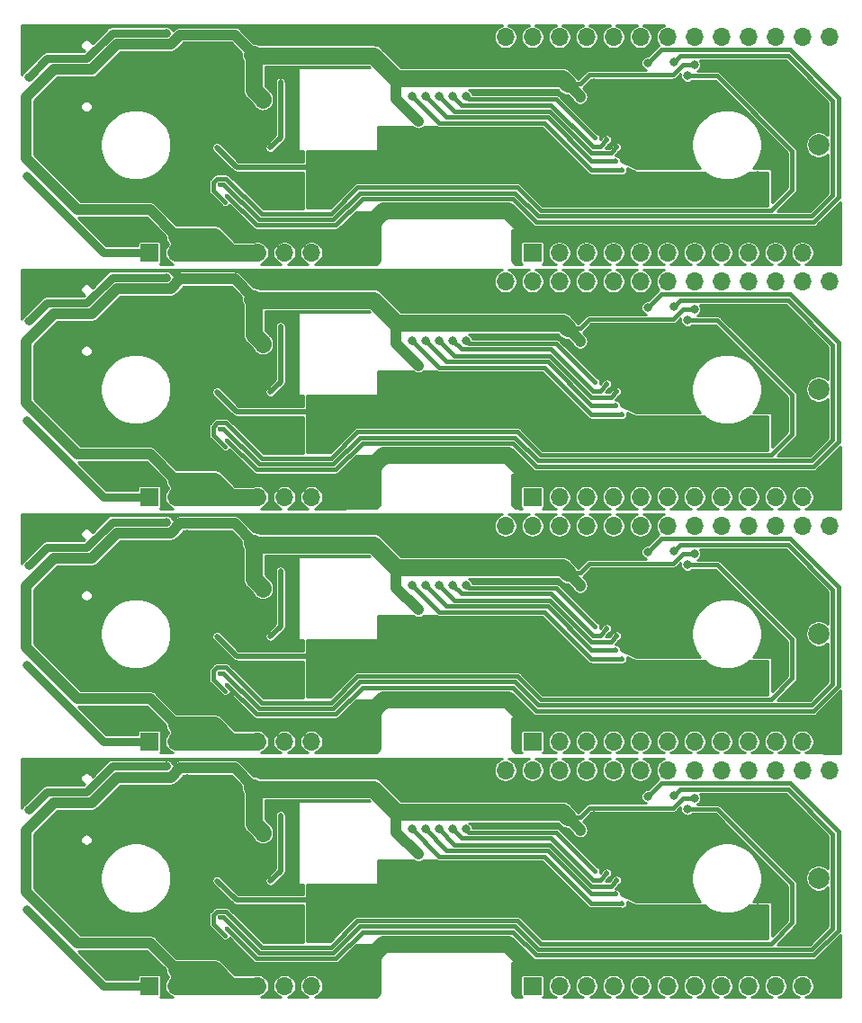
<source format=gbr>
%TF.GenerationSoftware,KiCad,Pcbnew,(5.1.9)-1*%
%TF.CreationDate,2021-08-15T16:36:55+08:00*%
%TF.ProjectId,final project,66696e61-6c20-4707-926f-6a6563742e6b,rev?*%
%TF.SameCoordinates,Original*%
%TF.FileFunction,Copper,L2,Bot*%
%TF.FilePolarity,Positive*%
%FSLAX46Y46*%
G04 Gerber Fmt 4.6, Leading zero omitted, Abs format (unit mm)*
G04 Created by KiCad (PCBNEW (5.1.9)-1) date 2021-08-15 16:36:55*
%MOMM*%
%LPD*%
G01*
G04 APERTURE LIST*
%TA.AperFunction,ComponentPad*%
%ADD10C,0.500000*%
%TD*%
%TA.AperFunction,SMDPad,CuDef*%
%ADD11R,1.800000X2.500000*%
%TD*%
%TA.AperFunction,ComponentPad*%
%ADD12R,2.000000X2.000000*%
%TD*%
%TA.AperFunction,ComponentPad*%
%ADD13C,2.000000*%
%TD*%
%TA.AperFunction,ComponentPad*%
%ADD14O,1.600000X1.000000*%
%TD*%
%TA.AperFunction,ComponentPad*%
%ADD15O,2.100000X1.000000*%
%TD*%
%TA.AperFunction,ComponentPad*%
%ADD16R,1.700000X1.700000*%
%TD*%
%TA.AperFunction,ComponentPad*%
%ADD17O,1.700000X1.700000*%
%TD*%
%TA.AperFunction,ViaPad*%
%ADD18C,0.800000*%
%TD*%
%TA.AperFunction,ViaPad*%
%ADD19C,0.500000*%
%TD*%
%TA.AperFunction,ViaPad*%
%ADD20C,0.600000*%
%TD*%
%TA.AperFunction,ViaPad*%
%ADD21C,1.000000*%
%TD*%
%TA.AperFunction,ViaPad*%
%ADD22C,0.400000*%
%TD*%
%TA.AperFunction,Conductor*%
%ADD23C,1.600000*%
%TD*%
%TA.AperFunction,Conductor*%
%ADD24C,0.800000*%
%TD*%
%TA.AperFunction,Conductor*%
%ADD25C,0.400000*%
%TD*%
%TA.AperFunction,Conductor*%
%ADD26C,1.000000*%
%TD*%
%TA.AperFunction,Conductor*%
%ADD27C,0.500000*%
%TD*%
%TA.AperFunction,Conductor*%
%ADD28C,0.254000*%
%TD*%
%TA.AperFunction,Conductor*%
%ADD29C,0.100000*%
%TD*%
G04 APERTURE END LIST*
D10*
%TO.P,U2,9*%
%TO.N,GNDA*%
X71150000Y-108410000D03*
X72450000Y-108410000D03*
X71150000Y-109410000D03*
X72450000Y-109410000D03*
X71150000Y-110410000D03*
X72450000Y-110410000D03*
D11*
X71800000Y-109410000D03*
%TD*%
D10*
%TO.P,U2,9*%
%TO.N,GNDA*%
X71150000Y-85390000D03*
X72450000Y-85390000D03*
X71150000Y-86390000D03*
X72450000Y-86390000D03*
X71150000Y-87390000D03*
X72450000Y-87390000D03*
D11*
X71800000Y-86390000D03*
%TD*%
D10*
%TO.P,U2,9*%
%TO.N,GNDA*%
X71150000Y-62370000D03*
X72450000Y-62370000D03*
X71150000Y-63370000D03*
X72450000Y-63370000D03*
X71150000Y-64370000D03*
X72450000Y-64370000D03*
D11*
X71800000Y-63370000D03*
%TD*%
D12*
%TO.P,BT1,2*%
%TO.N,GNDA*%
X53000000Y-111060000D03*
D13*
%TO.P,BT1,1*%
%TO.N,+BATT*%
X125900000Y-111060000D03*
%TD*%
D12*
%TO.P,BT1,2*%
%TO.N,GNDA*%
X53000000Y-88040000D03*
D13*
%TO.P,BT1,1*%
%TO.N,+BATT*%
X125900000Y-88040000D03*
%TD*%
D12*
%TO.P,BT1,2*%
%TO.N,GNDA*%
X53000000Y-65020000D03*
D13*
%TO.P,BT1,1*%
%TO.N,+BATT*%
X125900000Y-65020000D03*
%TD*%
D14*
%TO.P,USB1,13*%
%TO.N,GNDA*%
X53350000Y-108880000D03*
X53350000Y-100240000D03*
D15*
X57530000Y-108880000D03*
X57530000Y-100240000D03*
%TD*%
D14*
%TO.P,USB1,13*%
%TO.N,GNDA*%
X53350000Y-85860000D03*
X53350000Y-77220000D03*
D15*
X57530000Y-85860000D03*
X57530000Y-77220000D03*
%TD*%
D14*
%TO.P,USB1,13*%
%TO.N,GNDA*%
X53350000Y-62840000D03*
X53350000Y-54200000D03*
D15*
X57530000Y-62840000D03*
X57530000Y-54200000D03*
%TD*%
D16*
%TO.P,J3,1*%
%TO.N,GNDA*%
X86260000Y-100900000D03*
D17*
%TO.P,J3,2*%
X88800000Y-100900000D03*
%TO.P,J3,3*%
X91340000Y-100900000D03*
%TO.P,J3,4*%
X93880000Y-100900000D03*
%TO.P,J3,5*%
%TO.N,/D7*%
X96420000Y-100900000D03*
%TO.P,J3,6*%
%TO.N,/D6*%
X98960000Y-100900000D03*
%TO.P,J3,7*%
%TO.N,/D5*%
X101500000Y-100900000D03*
%TO.P,J3,8*%
%TO.N,/D4*%
X104040000Y-100900000D03*
%TO.P,J3,9*%
%TO.N,/D3*%
X106580000Y-100900000D03*
%TO.P,J3,10*%
%TO.N,/D2*%
X109120000Y-100900000D03*
%TO.P,J3,11*%
%TO.N,/D1*%
X111660000Y-100900000D03*
%TO.P,J3,12*%
%TO.N,/D0*%
X114200000Y-100900000D03*
%TO.P,J3,13*%
%TO.N,/Reset*%
X116740000Y-100900000D03*
%TO.P,J3,14*%
%TO.N,/A5*%
X119280000Y-100900000D03*
%TO.P,J3,15*%
%TO.N,/A4*%
X121820000Y-100900000D03*
%TO.P,J3,16*%
%TO.N,/A3*%
X124360000Y-100900000D03*
%TO.P,J3,17*%
%TO.N,/A2*%
X126900000Y-100900000D03*
%TD*%
D16*
%TO.P,J3,1*%
%TO.N,GNDA*%
X86260000Y-77880000D03*
D17*
%TO.P,J3,2*%
X88800000Y-77880000D03*
%TO.P,J3,3*%
X91340000Y-77880000D03*
%TO.P,J3,4*%
X93880000Y-77880000D03*
%TO.P,J3,5*%
%TO.N,/D7*%
X96420000Y-77880000D03*
%TO.P,J3,6*%
%TO.N,/D6*%
X98960000Y-77880000D03*
%TO.P,J3,7*%
%TO.N,/D5*%
X101500000Y-77880000D03*
%TO.P,J3,8*%
%TO.N,/D4*%
X104040000Y-77880000D03*
%TO.P,J3,9*%
%TO.N,/D3*%
X106580000Y-77880000D03*
%TO.P,J3,10*%
%TO.N,/D2*%
X109120000Y-77880000D03*
%TO.P,J3,11*%
%TO.N,/D1*%
X111660000Y-77880000D03*
%TO.P,J3,12*%
%TO.N,/D0*%
X114200000Y-77880000D03*
%TO.P,J3,13*%
%TO.N,/Reset*%
X116740000Y-77880000D03*
%TO.P,J3,14*%
%TO.N,/A5*%
X119280000Y-77880000D03*
%TO.P,J3,15*%
%TO.N,/A4*%
X121820000Y-77880000D03*
%TO.P,J3,16*%
%TO.N,/A3*%
X124360000Y-77880000D03*
%TO.P,J3,17*%
%TO.N,/A2*%
X126900000Y-77880000D03*
%TD*%
D16*
%TO.P,J3,1*%
%TO.N,GNDA*%
X86260000Y-54860000D03*
D17*
%TO.P,J3,2*%
X88800000Y-54860000D03*
%TO.P,J3,3*%
X91340000Y-54860000D03*
%TO.P,J3,4*%
X93880000Y-54860000D03*
%TO.P,J3,5*%
%TO.N,/D7*%
X96420000Y-54860000D03*
%TO.P,J3,6*%
%TO.N,/D6*%
X98960000Y-54860000D03*
%TO.P,J3,7*%
%TO.N,/D5*%
X101500000Y-54860000D03*
%TO.P,J3,8*%
%TO.N,/D4*%
X104040000Y-54860000D03*
%TO.P,J3,9*%
%TO.N,/D3*%
X106580000Y-54860000D03*
%TO.P,J3,10*%
%TO.N,/D2*%
X109120000Y-54860000D03*
%TO.P,J3,11*%
%TO.N,/D1*%
X111660000Y-54860000D03*
%TO.P,J3,12*%
%TO.N,/D0*%
X114200000Y-54860000D03*
%TO.P,J3,13*%
%TO.N,/Reset*%
X116740000Y-54860000D03*
%TO.P,J3,14*%
%TO.N,/A5*%
X119280000Y-54860000D03*
%TO.P,J3,15*%
%TO.N,/A4*%
X121820000Y-54860000D03*
%TO.P,J3,16*%
%TO.N,/A3*%
X124360000Y-54860000D03*
%TO.P,J3,17*%
%TO.N,/A2*%
X126900000Y-54860000D03*
%TD*%
D16*
%TO.P,J1,1*%
%TO.N,VCC*%
X62930000Y-121220000D03*
D17*
%TO.P,J1,2*%
%TO.N,+5V*%
X65470000Y-121220000D03*
%TO.P,J1,3*%
X68010000Y-121220000D03*
%TO.P,J1,4*%
X70550000Y-121220000D03*
%TO.P,J1,5*%
X73090000Y-121220000D03*
%TO.P,J1,6*%
%TO.N,+3V3*%
X75630000Y-121220000D03*
%TO.P,J1,7*%
X78170000Y-121220000D03*
%TO.P,J1,8*%
%TO.N,GNDA*%
X80710000Y-121220000D03*
%TO.P,J1,9*%
X83250000Y-121220000D03*
%TD*%
D16*
%TO.P,J1,1*%
%TO.N,VCC*%
X62930000Y-98200000D03*
D17*
%TO.P,J1,2*%
%TO.N,+5V*%
X65470000Y-98200000D03*
%TO.P,J1,3*%
X68010000Y-98200000D03*
%TO.P,J1,4*%
X70550000Y-98200000D03*
%TO.P,J1,5*%
X73090000Y-98200000D03*
%TO.P,J1,6*%
%TO.N,+3V3*%
X75630000Y-98200000D03*
%TO.P,J1,7*%
X78170000Y-98200000D03*
%TO.P,J1,8*%
%TO.N,GNDA*%
X80710000Y-98200000D03*
%TO.P,J1,9*%
X83250000Y-98200000D03*
%TD*%
D16*
%TO.P,J1,1*%
%TO.N,VCC*%
X62930000Y-75180000D03*
D17*
%TO.P,J1,2*%
%TO.N,+5V*%
X65470000Y-75180000D03*
%TO.P,J1,3*%
X68010000Y-75180000D03*
%TO.P,J1,4*%
X70550000Y-75180000D03*
%TO.P,J1,5*%
X73090000Y-75180000D03*
%TO.P,J1,6*%
%TO.N,+3V3*%
X75630000Y-75180000D03*
%TO.P,J1,7*%
X78170000Y-75180000D03*
%TO.P,J1,8*%
%TO.N,GNDA*%
X80710000Y-75180000D03*
%TO.P,J1,9*%
X83250000Y-75180000D03*
%TD*%
D16*
%TO.P,J2,1*%
%TO.N,/D8*%
X98960000Y-121220000D03*
D17*
%TO.P,J2,2*%
%TO.N,/D9*%
X101500000Y-121220000D03*
%TO.P,J2,3*%
%TO.N,/D10*%
X104040000Y-121220000D03*
%TO.P,J2,4*%
%TO.N,/D11*%
X106580000Y-121220000D03*
%TO.P,J2,5*%
%TO.N,/D12*%
X109120000Y-121220000D03*
%TO.P,J2,6*%
%TO.N,/D13*%
X111660000Y-121220000D03*
%TO.P,J2,7*%
%TO.N,/A6*%
X114200000Y-121220000D03*
%TO.P,J2,8*%
%TO.N,/A7*%
X116740000Y-121220000D03*
%TO.P,J2,9*%
%TO.N,/A0*%
X119280000Y-121220000D03*
%TO.P,J2,10*%
%TO.N,/A1*%
X121820000Y-121220000D03*
%TO.P,J2,11*%
%TO.N,+BATT*%
X124360000Y-121220000D03*
%TO.P,J2,12*%
%TO.N,GNDA*%
X126900000Y-121220000D03*
%TD*%
D16*
%TO.P,J2,1*%
%TO.N,/D8*%
X98960000Y-98200000D03*
D17*
%TO.P,J2,2*%
%TO.N,/D9*%
X101500000Y-98200000D03*
%TO.P,J2,3*%
%TO.N,/D10*%
X104040000Y-98200000D03*
%TO.P,J2,4*%
%TO.N,/D11*%
X106580000Y-98200000D03*
%TO.P,J2,5*%
%TO.N,/D12*%
X109120000Y-98200000D03*
%TO.P,J2,6*%
%TO.N,/D13*%
X111660000Y-98200000D03*
%TO.P,J2,7*%
%TO.N,/A6*%
X114200000Y-98200000D03*
%TO.P,J2,8*%
%TO.N,/A7*%
X116740000Y-98200000D03*
%TO.P,J2,9*%
%TO.N,/A0*%
X119280000Y-98200000D03*
%TO.P,J2,10*%
%TO.N,/A1*%
X121820000Y-98200000D03*
%TO.P,J2,11*%
%TO.N,+BATT*%
X124360000Y-98200000D03*
%TO.P,J2,12*%
%TO.N,GNDA*%
X126900000Y-98200000D03*
%TD*%
D16*
%TO.P,J2,1*%
%TO.N,/D8*%
X98960000Y-75180000D03*
D17*
%TO.P,J2,2*%
%TO.N,/D9*%
X101500000Y-75180000D03*
%TO.P,J2,3*%
%TO.N,/D10*%
X104040000Y-75180000D03*
%TO.P,J2,4*%
%TO.N,/D11*%
X106580000Y-75180000D03*
%TO.P,J2,5*%
%TO.N,/D12*%
X109120000Y-75180000D03*
%TO.P,J2,6*%
%TO.N,/D13*%
X111660000Y-75180000D03*
%TO.P,J2,7*%
%TO.N,/A6*%
X114200000Y-75180000D03*
%TO.P,J2,8*%
%TO.N,/A7*%
X116740000Y-75180000D03*
%TO.P,J2,9*%
%TO.N,/A0*%
X119280000Y-75180000D03*
%TO.P,J2,10*%
%TO.N,/A1*%
X121820000Y-75180000D03*
%TO.P,J2,11*%
%TO.N,+BATT*%
X124360000Y-75180000D03*
%TO.P,J2,12*%
%TO.N,GNDA*%
X126900000Y-75180000D03*
%TD*%
D15*
%TO.P,USB1,13*%
%TO.N,GNDA*%
X57530000Y-31180000D03*
X57530000Y-39820000D03*
D14*
X53350000Y-31180000D03*
X53350000Y-39820000D03*
%TD*%
D17*
%TO.P,J1,9*%
%TO.N,GNDA*%
X83250000Y-52160000D03*
%TO.P,J1,8*%
X80710000Y-52160000D03*
%TO.P,J1,7*%
%TO.N,+3V3*%
X78170000Y-52160000D03*
%TO.P,J1,6*%
X75630000Y-52160000D03*
%TO.P,J1,5*%
%TO.N,+5V*%
X73090000Y-52160000D03*
%TO.P,J1,4*%
X70550000Y-52160000D03*
%TO.P,J1,3*%
X68010000Y-52160000D03*
%TO.P,J1,2*%
X65470000Y-52160000D03*
D16*
%TO.P,J1,1*%
%TO.N,VCC*%
X62930000Y-52160000D03*
%TD*%
D17*
%TO.P,J3,17*%
%TO.N,/A2*%
X126900000Y-31840000D03*
%TO.P,J3,16*%
%TO.N,/A3*%
X124360000Y-31840000D03*
%TO.P,J3,15*%
%TO.N,/A4*%
X121820000Y-31840000D03*
%TO.P,J3,14*%
%TO.N,/A5*%
X119280000Y-31840000D03*
%TO.P,J3,13*%
%TO.N,/Reset*%
X116740000Y-31840000D03*
%TO.P,J3,12*%
%TO.N,/D0*%
X114200000Y-31840000D03*
%TO.P,J3,11*%
%TO.N,/D1*%
X111660000Y-31840000D03*
%TO.P,J3,10*%
%TO.N,/D2*%
X109120000Y-31840000D03*
%TO.P,J3,9*%
%TO.N,/D3*%
X106580000Y-31840000D03*
%TO.P,J3,8*%
%TO.N,/D4*%
X104040000Y-31840000D03*
%TO.P,J3,7*%
%TO.N,/D5*%
X101500000Y-31840000D03*
%TO.P,J3,6*%
%TO.N,/D6*%
X98960000Y-31840000D03*
%TO.P,J3,5*%
%TO.N,/D7*%
X96420000Y-31840000D03*
%TO.P,J3,4*%
%TO.N,GNDA*%
X93880000Y-31840000D03*
%TO.P,J3,3*%
X91340000Y-31840000D03*
%TO.P,J3,2*%
X88800000Y-31840000D03*
D16*
%TO.P,J3,1*%
X86260000Y-31840000D03*
%TD*%
D17*
%TO.P,J2,12*%
%TO.N,GNDA*%
X126900000Y-52160000D03*
%TO.P,J2,11*%
%TO.N,+BATT*%
X124360000Y-52160000D03*
%TO.P,J2,10*%
%TO.N,/A1*%
X121820000Y-52160000D03*
%TO.P,J2,9*%
%TO.N,/A0*%
X119280000Y-52160000D03*
%TO.P,J2,8*%
%TO.N,/A7*%
X116740000Y-52160000D03*
%TO.P,J2,7*%
%TO.N,/A6*%
X114200000Y-52160000D03*
%TO.P,J2,6*%
%TO.N,/D13*%
X111660000Y-52160000D03*
%TO.P,J2,5*%
%TO.N,/D12*%
X109120000Y-52160000D03*
%TO.P,J2,4*%
%TO.N,/D11*%
X106580000Y-52160000D03*
%TO.P,J2,3*%
%TO.N,/D10*%
X104040000Y-52160000D03*
%TO.P,J2,2*%
%TO.N,/D9*%
X101500000Y-52160000D03*
D16*
%TO.P,J2,1*%
%TO.N,/D8*%
X98960000Y-52160000D03*
%TD*%
D11*
%TO.P,U2,9*%
%TO.N,GNDA*%
X71800000Y-40350000D03*
D10*
X72450000Y-41350000D03*
X71150000Y-41350000D03*
X72450000Y-40350000D03*
X71150000Y-40350000D03*
X72450000Y-39350000D03*
X71150000Y-39350000D03*
%TD*%
D13*
%TO.P,BT1,1*%
%TO.N,+BATT*%
X125900000Y-42000000D03*
D12*
%TO.P,BT1,2*%
%TO.N,GNDA*%
X53000000Y-42000000D03*
%TD*%
D18*
%TO.N,GNDA*%
X61950000Y-36050000D03*
X63600000Y-50250000D03*
X81700000Y-49950000D03*
X122500000Y-39750000D03*
X67350000Y-42550000D03*
X66500000Y-47150000D03*
X66500000Y-45650000D03*
X66450000Y-34150000D03*
X66450000Y-32650000D03*
X65500000Y-36850000D03*
X65450000Y-38700000D03*
X103646751Y-35003249D03*
X104771751Y-36128249D03*
D19*
X110810013Y-43139987D03*
X108352103Y-39852103D03*
D18*
X100000000Y-34050000D03*
X101300000Y-34050000D03*
X102600000Y-34050000D03*
X95250000Y-33850000D03*
D20*
X60645000Y-46249740D03*
D18*
X58250000Y-44550000D03*
X71850000Y-49700000D03*
D21*
X114620001Y-50379999D03*
X115970001Y-50379999D03*
D18*
X65450000Y-61720000D03*
X65450000Y-84740000D03*
X65450000Y-107760000D03*
X101300000Y-57070000D03*
X101300000Y-80090000D03*
X101300000Y-103110000D03*
X71850000Y-72720000D03*
X71850000Y-95740000D03*
X71850000Y-118760000D03*
X104771751Y-59148249D03*
X104771751Y-82168249D03*
X104771751Y-105188249D03*
D21*
X114620001Y-73399999D03*
X114620001Y-96419999D03*
X114620001Y-119439999D03*
D18*
X61950000Y-59070000D03*
X61950000Y-82090000D03*
X61950000Y-105110000D03*
X81700000Y-72970000D03*
X81700000Y-95990000D03*
X81700000Y-119010000D03*
X66450000Y-55670000D03*
X66450000Y-78690000D03*
X66450000Y-101710000D03*
D19*
X108352103Y-62872103D03*
X108352103Y-85892103D03*
X108352103Y-108912103D03*
D18*
X122500000Y-62770000D03*
X122500000Y-85790000D03*
X122500000Y-108810000D03*
X65500000Y-59870000D03*
X65500000Y-82890000D03*
X65500000Y-105910000D03*
D19*
X110810013Y-66159987D03*
X110810013Y-89179987D03*
X110810013Y-112199987D03*
D18*
X102600000Y-57070000D03*
X102600000Y-80090000D03*
X102600000Y-103110000D03*
X66500000Y-68670000D03*
X66500000Y-91690000D03*
X66500000Y-114710000D03*
X95250000Y-56870000D03*
X95250000Y-79890000D03*
X95250000Y-102910000D03*
D20*
X60645000Y-69269740D03*
X60645000Y-92289740D03*
X60645000Y-115309740D03*
D18*
X63600000Y-73270000D03*
X63600000Y-96290000D03*
X63600000Y-119310000D03*
X66500000Y-70170000D03*
X66500000Y-93190000D03*
X66500000Y-116210000D03*
X67350000Y-65570000D03*
X67350000Y-88590000D03*
X67350000Y-111610000D03*
X103646751Y-58023249D03*
X103646751Y-81043249D03*
X103646751Y-104063249D03*
X100000000Y-57070000D03*
X100000000Y-80090000D03*
X100000000Y-103110000D03*
X58250000Y-67570000D03*
X58250000Y-90590000D03*
X58250000Y-113610000D03*
X66450000Y-57170000D03*
X66450000Y-80190000D03*
X66450000Y-103210000D03*
D21*
X115970001Y-73399999D03*
X115970001Y-96419999D03*
X115970001Y-119439999D03*
D18*
%TO.N,VCC*%
X64499999Y-31469990D03*
X51550000Y-35600000D03*
X51400000Y-44950038D03*
X51550000Y-58620000D03*
X51550000Y-81640000D03*
X51550000Y-104660000D03*
X64499999Y-54489990D03*
X64499999Y-77509990D03*
X64499999Y-100529990D03*
X51400000Y-67970038D03*
X51400000Y-90990038D03*
X51400000Y-114010038D03*
%TO.N,Net-(C3-Pad2)*%
X113550000Y-35500000D03*
D22*
X70050000Y-47400000D03*
D18*
X113550000Y-58520000D03*
X113550000Y-81540000D03*
X113550000Y-104560000D03*
D22*
X70050000Y-70420000D03*
X70050000Y-93440000D03*
X70050000Y-116460000D03*
D18*
%TO.N,+5V*%
X114200000Y-34450000D03*
X102278249Y-36271751D03*
X103453249Y-37496751D03*
X72762500Y-33450000D03*
X73590000Y-37760000D03*
X72762500Y-36837500D03*
X72762500Y-35387500D03*
D21*
X88239989Y-39760011D03*
D18*
X102278249Y-59291751D03*
X102278249Y-82311751D03*
X102278249Y-105331751D03*
X114200000Y-57470000D03*
X114200000Y-80490000D03*
X114200000Y-103510000D03*
D21*
X88239989Y-62780011D03*
X88239989Y-85800011D03*
X88239989Y-108820011D03*
D18*
X72762500Y-58407500D03*
X72762500Y-81427500D03*
X72762500Y-104447500D03*
X72762500Y-59857500D03*
X72762500Y-82877500D03*
X72762500Y-105897500D03*
X72762500Y-56470000D03*
X72762500Y-79490000D03*
X72762500Y-102510000D03*
X73590000Y-60780000D03*
X73590000Y-83800000D03*
X73590000Y-106820000D03*
X103453249Y-60516751D03*
X103453249Y-83536751D03*
X103453249Y-106556751D03*
%TO.N,/RX*%
X112295236Y-34204764D03*
D22*
X102980023Y-48719977D03*
X69550000Y-45700000D03*
D18*
X112295236Y-57224764D03*
X112295236Y-80244764D03*
X112295236Y-103264764D03*
D22*
X102980023Y-71739977D03*
X102980023Y-94759977D03*
X102980023Y-117779977D03*
X69550000Y-68720000D03*
X69550000Y-91740000D03*
X69550000Y-114760000D03*
D18*
%TO.N,/TX*%
X109795235Y-34304781D03*
D22*
X102000012Y-49249988D03*
X70250000Y-46800000D03*
X70250000Y-69820000D03*
X70250000Y-92840000D03*
X70250000Y-115860000D03*
D18*
X109795235Y-57324781D03*
X109795235Y-80344781D03*
X109795235Y-103364781D03*
D22*
X102000012Y-72269988D03*
X102000012Y-95289988D03*
X102000012Y-118309988D03*
D18*
%TO.N,/D13*%
X90170000Y-37400016D03*
D19*
X106900000Y-42200000D03*
X106900000Y-65220000D03*
X106900000Y-88240000D03*
X106900000Y-111260000D03*
D18*
X90170000Y-60420016D03*
X90170000Y-83440016D03*
X90170000Y-106460016D03*
%TO.N,/D12*%
X87630000Y-37399996D03*
D19*
X107408075Y-44393958D03*
D18*
X87630000Y-60419996D03*
X87630000Y-83439996D03*
X87630000Y-106459996D03*
D19*
X107408075Y-67413958D03*
X107408075Y-90433958D03*
X107408075Y-113453958D03*
D18*
%TO.N,/D11*%
X88900000Y-37399986D03*
D19*
X106800000Y-43500000D03*
D18*
X88900000Y-60419986D03*
X88900000Y-83439986D03*
X88900000Y-106459986D03*
D19*
X106800000Y-66520000D03*
X106800000Y-89540000D03*
X106800000Y-112560000D03*
D18*
%TO.N,/D8*%
X91440000Y-37399994D03*
D19*
X105978471Y-41500000D03*
X105978471Y-64520000D03*
X105978471Y-87540000D03*
X105978471Y-110560000D03*
D18*
X91440000Y-60419994D03*
X91440000Y-83439994D03*
X91440000Y-106459994D03*
%TO.N,/D7*%
X92710000Y-37399988D03*
D19*
X104865971Y-41334031D03*
X104865971Y-64354031D03*
X104865971Y-87374031D03*
X104865971Y-110394031D03*
D18*
X92710000Y-60419988D03*
X92710000Y-83439988D03*
X92710000Y-106459988D03*
D19*
%TO.N,Net-(R5-Pad2)*%
X75250000Y-36100000D03*
X74300000Y-42250000D03*
X75250000Y-59120000D03*
X75250000Y-82140000D03*
X75250000Y-105160000D03*
X74300000Y-65270000D03*
X74300000Y-88290000D03*
X74300000Y-111310000D03*
D18*
%TO.N,+3V8*%
X120200000Y-47300000D03*
X120200000Y-46150000D03*
X120200000Y-44850000D03*
X78562500Y-44087500D03*
X78562500Y-45787500D03*
X78562500Y-47287500D03*
D19*
X69300000Y-42250000D03*
X69300000Y-65270000D03*
X69300000Y-88290000D03*
X69300000Y-111310000D03*
D18*
X78562500Y-67107500D03*
X78562500Y-90127500D03*
X78562500Y-113147500D03*
X120200000Y-67870000D03*
X120200000Y-90890000D03*
X120200000Y-113910000D03*
X78562500Y-68807500D03*
X78562500Y-91827500D03*
X78562500Y-114847500D03*
X78562500Y-70307500D03*
X78562500Y-93327500D03*
X78562500Y-116347500D03*
X120200000Y-70320000D03*
X120200000Y-93340000D03*
X120200000Y-116360000D03*
X120200000Y-69170000D03*
X120200000Y-92190000D03*
X120200000Y-115210000D03*
%TD*%
D23*
%TO.N,GNDA*%
X96645578Y-48194990D02*
X84954421Y-48194991D01*
X84954421Y-48194991D02*
X83250000Y-49899412D01*
X83250000Y-49899412D02*
X83250000Y-52160000D01*
X98830587Y-50379999D02*
X96645578Y-48194990D01*
X126900000Y-52160000D02*
X125119999Y-50379999D01*
X125119999Y-50379999D02*
X115970001Y-50379999D01*
X114620001Y-50379999D02*
X98830587Y-50379999D01*
X115970001Y-50379999D02*
X114620001Y-50379999D01*
X115970001Y-73399999D02*
X114620001Y-73399999D01*
X115970001Y-96419999D02*
X114620001Y-96419999D01*
X115970001Y-119439999D02*
X114620001Y-119439999D01*
X98830587Y-73399999D02*
X96645578Y-71214990D01*
X98830587Y-96419999D02*
X96645578Y-94234990D01*
X98830587Y-119439999D02*
X96645578Y-117254990D01*
X126900000Y-75180000D02*
X125119999Y-73399999D01*
X126900000Y-98200000D02*
X125119999Y-96419999D01*
X126900000Y-121220000D02*
X125119999Y-119439999D01*
X83250000Y-72919412D02*
X83250000Y-75180000D01*
X83250000Y-95939412D02*
X83250000Y-98200000D01*
X83250000Y-118959412D02*
X83250000Y-121220000D01*
X84954421Y-71214991D02*
X83250000Y-72919412D01*
X84954421Y-94234991D02*
X83250000Y-95939412D01*
X84954421Y-117254991D02*
X83250000Y-118959412D01*
X96645578Y-71214990D02*
X84954421Y-71214991D01*
X96645578Y-94234990D02*
X84954421Y-94234991D01*
X96645578Y-117254990D02*
X84954421Y-117254991D01*
X114620001Y-73399999D02*
X98830587Y-73399999D01*
X114620001Y-96419999D02*
X98830587Y-96419999D01*
X114620001Y-119439999D02*
X98830587Y-119439999D01*
X125119999Y-73399999D02*
X115970001Y-73399999D01*
X125119999Y-96419999D02*
X115970001Y-96419999D01*
X125119999Y-119439999D02*
X115970001Y-119439999D01*
D24*
%TO.N,VCC*%
X59473356Y-31469990D02*
X64499999Y-31469990D01*
X59430010Y-31469990D02*
X57030010Y-33869990D01*
X57030010Y-33869990D02*
X53280010Y-33869990D01*
X59473356Y-31469990D02*
X59430010Y-31469990D01*
X53280010Y-33869990D02*
X51550000Y-35600000D01*
X51550000Y-35600000D02*
X51550000Y-35600000D01*
X58609962Y-52160000D02*
X62930000Y-52160000D01*
X51400000Y-44950038D02*
X58609962Y-52160000D01*
X57030010Y-56889990D02*
X53280010Y-56889990D01*
X57030010Y-79909990D02*
X53280010Y-79909990D01*
X57030010Y-102929990D02*
X53280010Y-102929990D01*
X51400000Y-67970038D02*
X58609962Y-75180000D01*
X51400000Y-90990038D02*
X58609962Y-98200000D01*
X51400000Y-114010038D02*
X58609962Y-121220000D01*
X51550000Y-58620000D02*
X51550000Y-58620000D01*
X51550000Y-81640000D02*
X51550000Y-81640000D01*
X51550000Y-104660000D02*
X51550000Y-104660000D01*
X53280010Y-56889990D02*
X51550000Y-58620000D01*
X53280010Y-79909990D02*
X51550000Y-81640000D01*
X53280010Y-102929990D02*
X51550000Y-104660000D01*
X59473356Y-54489990D02*
X59430010Y-54489990D01*
X59473356Y-77509990D02*
X59430010Y-77509990D01*
X59473356Y-100529990D02*
X59430010Y-100529990D01*
X58609962Y-75180000D02*
X62930000Y-75180000D01*
X58609962Y-98200000D02*
X62930000Y-98200000D01*
X58609962Y-121220000D02*
X62930000Y-121220000D01*
X59473356Y-54489990D02*
X64499999Y-54489990D01*
X59473356Y-77509990D02*
X64499999Y-77509990D01*
X59473356Y-100529990D02*
X64499999Y-100529990D01*
X59430010Y-54489990D02*
X57030010Y-56889990D01*
X59430010Y-77509990D02*
X57030010Y-79909990D01*
X59430010Y-100529990D02*
X57030010Y-102929990D01*
D25*
%TO.N,Net-(C3-Pad2)*%
X123400000Y-42550000D02*
X123400000Y-46200000D01*
X70153950Y-45169998D02*
X69295598Y-45169998D01*
X123400000Y-46200000D02*
X121410034Y-48189966D01*
X121410034Y-48189966D02*
X99737724Y-48189966D01*
X97552716Y-46004958D02*
X82515543Y-46004959D01*
X68950001Y-45515595D02*
X68950001Y-46300001D01*
X69295598Y-45169998D02*
X68950001Y-45515595D01*
X73483952Y-48500000D02*
X70153950Y-45169998D01*
X113550000Y-35500000D02*
X116350000Y-35500000D01*
X99737724Y-48189966D02*
X97552716Y-46004958D01*
X68950001Y-46300001D02*
X70050000Y-47400000D01*
X82515543Y-46004959D02*
X80020502Y-48500000D01*
X80020502Y-48500000D02*
X73483952Y-48500000D01*
X116350000Y-35500000D02*
X123400000Y-42550000D01*
X123400000Y-65570000D02*
X123400000Y-69220000D01*
X123400000Y-88590000D02*
X123400000Y-92240000D01*
X123400000Y-111610000D02*
X123400000Y-115260000D01*
X113550000Y-58520000D02*
X116350000Y-58520000D01*
X113550000Y-81540000D02*
X116350000Y-81540000D01*
X113550000Y-104560000D02*
X116350000Y-104560000D01*
X97552716Y-69024958D02*
X82515543Y-69024959D01*
X97552716Y-92044958D02*
X82515543Y-92044959D01*
X97552716Y-115064958D02*
X82515543Y-115064959D01*
X99737724Y-71209966D02*
X97552716Y-69024958D01*
X99737724Y-94229966D02*
X97552716Y-92044958D01*
X99737724Y-117249966D02*
X97552716Y-115064958D01*
X73483952Y-71520000D02*
X70153950Y-68189998D01*
X73483952Y-94540000D02*
X70153950Y-91209998D01*
X73483952Y-117560000D02*
X70153950Y-114229998D01*
X82515543Y-69024959D02*
X80020502Y-71520000D01*
X82515543Y-92044959D02*
X80020502Y-94540000D01*
X82515543Y-115064959D02*
X80020502Y-117560000D01*
X80020502Y-71520000D02*
X73483952Y-71520000D01*
X80020502Y-94540000D02*
X73483952Y-94540000D01*
X80020502Y-117560000D02*
X73483952Y-117560000D01*
X116350000Y-58520000D02*
X123400000Y-65570000D01*
X116350000Y-81540000D02*
X123400000Y-88590000D01*
X116350000Y-104560000D02*
X123400000Y-111610000D01*
X68950001Y-68535595D02*
X68950001Y-69320001D01*
X68950001Y-91555595D02*
X68950001Y-92340001D01*
X68950001Y-114575595D02*
X68950001Y-115360001D01*
X69295598Y-68189998D02*
X68950001Y-68535595D01*
X69295598Y-91209998D02*
X68950001Y-91555595D01*
X69295598Y-114229998D02*
X68950001Y-114575595D01*
X68950001Y-69320001D02*
X70050000Y-70420000D01*
X68950001Y-92340001D02*
X70050000Y-93440000D01*
X68950001Y-115360001D02*
X70050000Y-116460000D01*
X123400000Y-69220000D02*
X121410034Y-71209966D01*
X123400000Y-92240000D02*
X121410034Y-94229966D01*
X123400000Y-115260000D02*
X121410034Y-117249966D01*
X70153950Y-68189998D02*
X69295598Y-68189998D01*
X70153950Y-91209998D02*
X69295598Y-91209998D01*
X70153950Y-114229998D02*
X69295598Y-114229998D01*
X121410034Y-71209966D02*
X99737724Y-71209966D01*
X121410034Y-94229966D02*
X99737724Y-94229966D01*
X121410034Y-117249966D02*
X99737724Y-117249966D01*
%TO.N,+5V*%
X103458651Y-36271751D02*
X102278249Y-36271751D01*
X104332154Y-35398248D02*
X103458651Y-36271751D01*
X112182154Y-35398248D02*
X104332154Y-35398248D01*
X113130402Y-34450000D02*
X112182154Y-35398248D01*
X114200000Y-34450000D02*
X113130402Y-34450000D01*
D26*
X103453249Y-37446751D02*
X102278249Y-36271751D01*
X103453249Y-37496751D02*
X103453249Y-37446751D01*
D23*
X73590000Y-37665000D02*
X72762500Y-36837500D01*
X73590000Y-37760000D02*
X73590000Y-37665000D01*
X72762500Y-36837500D02*
X72762500Y-35387500D01*
X72762500Y-35387500D02*
X72762500Y-33450000D01*
X84000000Y-33600000D02*
X72700000Y-33600000D01*
X72700000Y-33600000D02*
X72600000Y-33500000D01*
X102278249Y-36271751D02*
X101765597Y-35759099D01*
X101765597Y-35759099D02*
X86159099Y-35759099D01*
X86159099Y-35759099D02*
X84000000Y-33600000D01*
D26*
X65470000Y-50595598D02*
X65470000Y-52160000D01*
D23*
X65470000Y-52160000D02*
X68010000Y-52160000D01*
X68010000Y-52160000D02*
X70550000Y-52160000D01*
X70550000Y-52160000D02*
X73090000Y-52160000D01*
X66445598Y-50595598D02*
X68010000Y-52160000D01*
X65470000Y-50595598D02*
X66445598Y-50595598D01*
X68985598Y-50595598D02*
X70550000Y-52160000D01*
X66445598Y-50595598D02*
X68985598Y-50595598D01*
D26*
X56150000Y-48100000D02*
X62974402Y-48100000D01*
X51305010Y-43255010D02*
X56150000Y-48100000D01*
X51305010Y-37544990D02*
X51305010Y-43255010D01*
X53950000Y-34900000D02*
X51305010Y-37544990D01*
X59900000Y-32500000D02*
X57500000Y-34900000D01*
X57500000Y-34900000D02*
X53950000Y-34900000D01*
X64956654Y-32500000D02*
X59900000Y-32500000D01*
X62974402Y-48100000D02*
X65470000Y-50595598D01*
X65836655Y-31619999D02*
X64956654Y-32500000D01*
X70932499Y-31619999D02*
X65836655Y-31619999D01*
X72762500Y-33450000D02*
X70932499Y-31619999D01*
X86159099Y-37679121D02*
X86159099Y-35759099D01*
X88239989Y-39760011D02*
X86159099Y-37679121D01*
D23*
X65470000Y-73615598D02*
X66445598Y-73615598D01*
X65470000Y-96635598D02*
X66445598Y-96635598D01*
X65470000Y-119655598D02*
X66445598Y-119655598D01*
X68985598Y-73615598D02*
X70550000Y-75180000D01*
X68985598Y-96635598D02*
X70550000Y-98200000D01*
X68985598Y-119655598D02*
X70550000Y-121220000D01*
X84000000Y-56620000D02*
X72700000Y-56620000D01*
X84000000Y-79640000D02*
X72700000Y-79640000D01*
X84000000Y-102660000D02*
X72700000Y-102660000D01*
X72700000Y-56620000D02*
X72600000Y-56520000D01*
X72700000Y-79640000D02*
X72600000Y-79540000D01*
X72700000Y-102660000D02*
X72600000Y-102560000D01*
D26*
X103453249Y-60466751D02*
X102278249Y-59291751D01*
X103453249Y-83486751D02*
X102278249Y-82311751D01*
X103453249Y-106506751D02*
X102278249Y-105331751D01*
D23*
X102278249Y-59291751D02*
X101765597Y-58779099D01*
X102278249Y-82311751D02*
X101765597Y-81799099D01*
X102278249Y-105331751D02*
X101765597Y-104819099D01*
X86159099Y-58779099D02*
X84000000Y-56620000D01*
X86159099Y-81799099D02*
X84000000Y-79640000D01*
X86159099Y-104819099D02*
X84000000Y-102660000D01*
D26*
X103453249Y-60516751D02*
X103453249Y-60466751D01*
X103453249Y-83536751D02*
X103453249Y-83486751D01*
X103453249Y-106556751D02*
X103453249Y-106506751D01*
D25*
X103458651Y-59291751D02*
X102278249Y-59291751D01*
X103458651Y-82311751D02*
X102278249Y-82311751D01*
X103458651Y-105331751D02*
X102278249Y-105331751D01*
D23*
X68010000Y-75180000D02*
X70550000Y-75180000D01*
X68010000Y-98200000D02*
X70550000Y-98200000D01*
X68010000Y-121220000D02*
X70550000Y-121220000D01*
D26*
X65470000Y-73615598D02*
X65470000Y-75180000D01*
X65470000Y-96635598D02*
X65470000Y-98200000D01*
X65470000Y-119655598D02*
X65470000Y-121220000D01*
D23*
X70550000Y-75180000D02*
X73090000Y-75180000D01*
X70550000Y-98200000D02*
X73090000Y-98200000D01*
X70550000Y-121220000D02*
X73090000Y-121220000D01*
X72762500Y-59857500D02*
X72762500Y-58407500D01*
X72762500Y-82877500D02*
X72762500Y-81427500D01*
X72762500Y-105897500D02*
X72762500Y-104447500D01*
X66445598Y-73615598D02*
X68010000Y-75180000D01*
X66445598Y-96635598D02*
X68010000Y-98200000D01*
X66445598Y-119655598D02*
X68010000Y-121220000D01*
D26*
X56150000Y-71120000D02*
X62974402Y-71120000D01*
X56150000Y-94140000D02*
X62974402Y-94140000D01*
X56150000Y-117160000D02*
X62974402Y-117160000D01*
D25*
X104332154Y-58418248D02*
X103458651Y-59291751D01*
X104332154Y-81438248D02*
X103458651Y-82311751D01*
X104332154Y-104458248D02*
X103458651Y-105331751D01*
D23*
X66445598Y-73615598D02*
X68985598Y-73615598D01*
X66445598Y-96635598D02*
X68985598Y-96635598D01*
X66445598Y-119655598D02*
X68985598Y-119655598D01*
D25*
X114200000Y-57470000D02*
X113130402Y-57470000D01*
X114200000Y-80490000D02*
X113130402Y-80490000D01*
X114200000Y-103510000D02*
X113130402Y-103510000D01*
X113130402Y-57470000D02*
X112182154Y-58418248D01*
X113130402Y-80490000D02*
X112182154Y-81438248D01*
X113130402Y-103510000D02*
X112182154Y-104458248D01*
D23*
X73590000Y-60780000D02*
X73590000Y-60685000D01*
X73590000Y-83800000D02*
X73590000Y-83705000D01*
X73590000Y-106820000D02*
X73590000Y-106725000D01*
X72762500Y-58407500D02*
X72762500Y-56470000D01*
X72762500Y-81427500D02*
X72762500Y-79490000D01*
X72762500Y-104447500D02*
X72762500Y-102510000D01*
X101765597Y-58779099D02*
X86159099Y-58779099D01*
X101765597Y-81799099D02*
X86159099Y-81799099D01*
X101765597Y-104819099D02*
X86159099Y-104819099D01*
X73590000Y-60685000D02*
X72762500Y-59857500D01*
X73590000Y-83705000D02*
X72762500Y-82877500D01*
X73590000Y-106725000D02*
X72762500Y-105897500D01*
D25*
X112182154Y-58418248D02*
X104332154Y-58418248D01*
X112182154Y-81438248D02*
X104332154Y-81438248D01*
X112182154Y-104458248D02*
X104332154Y-104458248D01*
D23*
X65470000Y-75180000D02*
X68010000Y-75180000D01*
X65470000Y-98200000D02*
X68010000Y-98200000D01*
X65470000Y-121220000D02*
X68010000Y-121220000D01*
D26*
X65836655Y-54639999D02*
X64956654Y-55520000D01*
X65836655Y-77659999D02*
X64956654Y-78540000D01*
X65836655Y-100679999D02*
X64956654Y-101560000D01*
X88239989Y-62780011D02*
X86159099Y-60699121D01*
X88239989Y-85800011D02*
X86159099Y-83719121D01*
X88239989Y-108820011D02*
X86159099Y-106739121D01*
X62974402Y-71120000D02*
X65470000Y-73615598D01*
X62974402Y-94140000D02*
X65470000Y-96635598D01*
X62974402Y-117160000D02*
X65470000Y-119655598D01*
X59900000Y-55520000D02*
X57500000Y-57920000D01*
X59900000Y-78540000D02*
X57500000Y-80940000D01*
X59900000Y-101560000D02*
X57500000Y-103960000D01*
X51305010Y-60564990D02*
X51305010Y-66275010D01*
X51305010Y-83584990D02*
X51305010Y-89295010D01*
X51305010Y-106604990D02*
X51305010Y-112315010D01*
X51305010Y-66275010D02*
X56150000Y-71120000D01*
X51305010Y-89295010D02*
X56150000Y-94140000D01*
X51305010Y-112315010D02*
X56150000Y-117160000D01*
X64956654Y-55520000D02*
X59900000Y-55520000D01*
X64956654Y-78540000D02*
X59900000Y-78540000D01*
X64956654Y-101560000D02*
X59900000Y-101560000D01*
X53950000Y-57920000D02*
X51305010Y-60564990D01*
X53950000Y-80940000D02*
X51305010Y-83584990D01*
X53950000Y-103960000D02*
X51305010Y-106604990D01*
X57500000Y-57920000D02*
X53950000Y-57920000D01*
X57500000Y-80940000D02*
X53950000Y-80940000D01*
X57500000Y-103960000D02*
X53950000Y-103960000D01*
X70932499Y-54639999D02*
X65836655Y-54639999D01*
X70932499Y-77659999D02*
X65836655Y-77659999D01*
X70932499Y-100679999D02*
X65836655Y-100679999D01*
X72762500Y-56470000D02*
X70932499Y-54639999D01*
X72762500Y-79490000D02*
X70932499Y-77659999D01*
X72762500Y-102510000D02*
X70932499Y-100679999D01*
X86159099Y-60699121D02*
X86159099Y-58779099D01*
X86159099Y-83719121D02*
X86159099Y-81799099D01*
X86159099Y-106739121D02*
X86159099Y-104819099D01*
D25*
%TO.N,/RX*%
X112250000Y-34200000D02*
X112290472Y-34200000D01*
X112290472Y-34200000D02*
X112295236Y-34204764D01*
X112900000Y-33600000D02*
X123000000Y-33600000D01*
X127230001Y-46719999D02*
X125230023Y-48719977D01*
X125230023Y-48719977D02*
X102980023Y-48719977D01*
X123000000Y-33600000D02*
X127230001Y-37830001D01*
X127230001Y-37830001D02*
X127230001Y-46719999D01*
X112295236Y-34204764D02*
X112900000Y-33600000D01*
X69899548Y-45700000D02*
X69550000Y-45700000D01*
X99518188Y-48719977D02*
X97333179Y-46534969D01*
X102980023Y-48719977D02*
X99518188Y-48719977D01*
X80240039Y-49030011D02*
X73229559Y-49030011D01*
X73229559Y-49030011D02*
X69899548Y-45700000D01*
X82735081Y-46534969D02*
X80240039Y-49030011D01*
X97333179Y-46534969D02*
X82735081Y-46534969D01*
X112250000Y-57220000D02*
X112290472Y-57220000D01*
X112250000Y-80240000D02*
X112290472Y-80240000D01*
X112250000Y-103260000D02*
X112290472Y-103260000D01*
X112290472Y-57220000D02*
X112295236Y-57224764D01*
X112290472Y-80240000D02*
X112295236Y-80244764D01*
X112290472Y-103260000D02*
X112295236Y-103264764D01*
X127230001Y-69739999D02*
X125230023Y-71739977D01*
X127230001Y-92759999D02*
X125230023Y-94759977D01*
X127230001Y-115779999D02*
X125230023Y-117779977D01*
X123000000Y-56620000D02*
X127230001Y-60850001D01*
X123000000Y-79640000D02*
X127230001Y-83870001D01*
X123000000Y-102660000D02*
X127230001Y-106890001D01*
X127230001Y-60850001D02*
X127230001Y-69739999D01*
X127230001Y-83870001D02*
X127230001Y-92759999D01*
X127230001Y-106890001D02*
X127230001Y-115779999D01*
X112295236Y-57224764D02*
X112900000Y-56620000D01*
X112295236Y-80244764D02*
X112900000Y-79640000D01*
X112295236Y-103264764D02*
X112900000Y-102660000D01*
X112900000Y-56620000D02*
X123000000Y-56620000D01*
X112900000Y-79640000D02*
X123000000Y-79640000D01*
X112900000Y-102660000D02*
X123000000Y-102660000D01*
X125230023Y-71739977D02*
X102980023Y-71739977D01*
X125230023Y-94759977D02*
X102980023Y-94759977D01*
X125230023Y-117779977D02*
X102980023Y-117779977D01*
X82735081Y-69554969D02*
X80240039Y-72050011D01*
X82735081Y-92574969D02*
X80240039Y-95070011D01*
X82735081Y-115594969D02*
X80240039Y-118090011D01*
X102980023Y-71739977D02*
X99518188Y-71739977D01*
X102980023Y-94759977D02*
X99518188Y-94759977D01*
X102980023Y-117779977D02*
X99518188Y-117779977D01*
X73229559Y-72050011D02*
X69899548Y-68720000D01*
X73229559Y-95070011D02*
X69899548Y-91740000D01*
X73229559Y-118090011D02*
X69899548Y-114760000D01*
X80240039Y-72050011D02*
X73229559Y-72050011D01*
X80240039Y-95070011D02*
X73229559Y-95070011D01*
X80240039Y-118090011D02*
X73229559Y-118090011D01*
X69899548Y-68720000D02*
X69550000Y-68720000D01*
X69899548Y-91740000D02*
X69550000Y-91740000D01*
X69899548Y-114760000D02*
X69550000Y-114760000D01*
X97333179Y-69554969D02*
X82735081Y-69554969D01*
X97333179Y-92574969D02*
X82735081Y-92574969D01*
X97333179Y-115594969D02*
X82735081Y-115594969D01*
X99518188Y-71739977D02*
X97333179Y-69554969D01*
X99518188Y-94759977D02*
X97333179Y-92574969D01*
X99518188Y-117779977D02*
X97333179Y-115594969D01*
%TO.N,/TX*%
X109850000Y-34100000D02*
X109850000Y-34100000D01*
X125449560Y-49249988D02*
X127760012Y-46939536D01*
X127760012Y-46939536D02*
X127760012Y-37610464D01*
X127760012Y-37610464D02*
X123169549Y-33020001D01*
X111080015Y-33020001D02*
X109795235Y-34304781D01*
X123169549Y-33020001D02*
X111080015Y-33020001D01*
X102000012Y-49249988D02*
X125449560Y-49249988D01*
X102000012Y-49249988D02*
X99298652Y-49249988D01*
X80459577Y-49560022D02*
X73010022Y-49560022D01*
X82954619Y-47064980D02*
X80459577Y-49560022D01*
X73010022Y-49560022D02*
X70250000Y-46800000D01*
X97113642Y-47064980D02*
X82954619Y-47064980D01*
X99298652Y-49249988D02*
X97113642Y-47064980D01*
X127760012Y-60630464D02*
X123169549Y-56040001D01*
X127760012Y-83650464D02*
X123169549Y-79060001D01*
X127760012Y-106670464D02*
X123169549Y-102080001D01*
X109850000Y-57120000D02*
X109850000Y-57120000D01*
X109850000Y-80140000D02*
X109850000Y-80140000D01*
X109850000Y-103160000D02*
X109850000Y-103160000D01*
X111080015Y-56040001D02*
X109795235Y-57324781D01*
X111080015Y-79060001D02*
X109795235Y-80344781D01*
X111080015Y-102080001D02*
X109795235Y-103364781D01*
X73010022Y-72580022D02*
X70250000Y-69820000D01*
X73010022Y-95600022D02*
X70250000Y-92840000D01*
X73010022Y-118620022D02*
X70250000Y-115860000D01*
X102000012Y-72269988D02*
X125449560Y-72269988D01*
X102000012Y-95289988D02*
X125449560Y-95289988D01*
X102000012Y-118309988D02*
X125449560Y-118309988D01*
X97113642Y-70084980D02*
X82954619Y-70084980D01*
X97113642Y-93104980D02*
X82954619Y-93104980D01*
X97113642Y-116124980D02*
X82954619Y-116124980D01*
X125449560Y-72269988D02*
X127760012Y-69959536D01*
X125449560Y-95289988D02*
X127760012Y-92979536D01*
X125449560Y-118309988D02*
X127760012Y-115999536D01*
X127760012Y-69959536D02*
X127760012Y-60630464D01*
X127760012Y-92979536D02*
X127760012Y-83650464D01*
X127760012Y-115999536D02*
X127760012Y-106670464D01*
X80459577Y-72580022D02*
X73010022Y-72580022D01*
X80459577Y-95600022D02*
X73010022Y-95600022D01*
X80459577Y-118620022D02*
X73010022Y-118620022D01*
X123169549Y-56040001D02*
X111080015Y-56040001D01*
X123169549Y-79060001D02*
X111080015Y-79060001D01*
X123169549Y-102080001D02*
X111080015Y-102080001D01*
X102000012Y-72269988D02*
X99298652Y-72269988D01*
X102000012Y-95289988D02*
X99298652Y-95289988D01*
X102000012Y-118309988D02*
X99298652Y-118309988D01*
X82954619Y-70084980D02*
X80459577Y-72580022D01*
X82954619Y-93104980D02*
X80459577Y-95600022D01*
X82954619Y-116124980D02*
X80459577Y-118620022D01*
X99298652Y-72269988D02*
X97113642Y-70084980D01*
X99298652Y-95289988D02*
X97113642Y-93104980D01*
X99298652Y-118309988D02*
X97113642Y-116124980D01*
%TO.N,/D13*%
X106350000Y-42750000D02*
X106900000Y-42200000D01*
X104500000Y-42750000D02*
X106350000Y-42750000D01*
X100600000Y-38850000D02*
X104500000Y-42750000D01*
X91619984Y-38850000D02*
X100600000Y-38850000D01*
X90170000Y-37400016D02*
X91619984Y-38850000D01*
X106350000Y-65770000D02*
X106900000Y-65220000D01*
X106350000Y-88790000D02*
X106900000Y-88240000D01*
X106350000Y-111810000D02*
X106900000Y-111260000D01*
X104500000Y-65770000D02*
X106350000Y-65770000D01*
X104500000Y-88790000D02*
X106350000Y-88790000D01*
X104500000Y-111810000D02*
X106350000Y-111810000D01*
X90170000Y-60420016D02*
X91619984Y-61870000D01*
X90170000Y-83440016D02*
X91619984Y-84890000D01*
X90170000Y-106460016D02*
X91619984Y-107910000D01*
X91619984Y-61870000D02*
X100600000Y-61870000D01*
X91619984Y-84890000D02*
X100600000Y-84890000D01*
X91619984Y-107910000D02*
X100600000Y-107910000D01*
X100600000Y-61870000D02*
X104500000Y-65770000D01*
X100600000Y-84890000D02*
X104500000Y-88790000D01*
X100600000Y-107910000D02*
X104500000Y-111810000D01*
%TO.N,/D12*%
X104500000Y-44393958D02*
X107408075Y-44393958D01*
X100056042Y-39950000D02*
X104500000Y-44393958D01*
X90180004Y-39950000D02*
X100056042Y-39950000D01*
X87630000Y-37399996D02*
X90180004Y-39950000D01*
X100056042Y-62970000D02*
X104500000Y-67413958D01*
X100056042Y-85990000D02*
X104500000Y-90433958D01*
X100056042Y-109010000D02*
X104500000Y-113453958D01*
X90180004Y-62970000D02*
X100056042Y-62970000D01*
X90180004Y-85990000D02*
X100056042Y-85990000D01*
X90180004Y-109010000D02*
X100056042Y-109010000D01*
X87630000Y-60419996D02*
X90180004Y-62970000D01*
X87630000Y-83439996D02*
X90180004Y-85990000D01*
X87630000Y-106459996D02*
X90180004Y-109010000D01*
X104500000Y-67413958D02*
X107408075Y-67413958D01*
X104500000Y-90433958D02*
X107408075Y-90433958D01*
X104500000Y-113453958D02*
X107408075Y-113453958D01*
%TO.N,/D11*%
X104500000Y-43500000D02*
X106800000Y-43500000D01*
X100400000Y-39400000D02*
X104500000Y-43500000D01*
X90900014Y-39400000D02*
X100400000Y-39400000D01*
X88900000Y-37399986D02*
X90900014Y-39400000D01*
X90900014Y-62420000D02*
X100400000Y-62420000D01*
X90900014Y-85440000D02*
X100400000Y-85440000D01*
X90900014Y-108460000D02*
X100400000Y-108460000D01*
X88900000Y-60419986D02*
X90900014Y-62420000D01*
X88900000Y-83439986D02*
X90900014Y-85440000D01*
X88900000Y-106459986D02*
X90900014Y-108460000D01*
X104500000Y-66520000D02*
X106800000Y-66520000D01*
X104500000Y-89540000D02*
X106800000Y-89540000D01*
X104500000Y-112560000D02*
X106800000Y-112560000D01*
X100400000Y-62420000D02*
X104500000Y-66520000D01*
X100400000Y-85440000D02*
X104500000Y-89540000D01*
X100400000Y-108460000D02*
X104500000Y-112560000D01*
%TO.N,/D8*%
X91440000Y-37399994D02*
X92270017Y-38230011D01*
X104649548Y-42150000D02*
X105328471Y-42150000D01*
X92270017Y-38230011D02*
X100729559Y-38230011D01*
X100729559Y-38230011D02*
X104649548Y-42150000D01*
X105328471Y-42150000D02*
X105978471Y-41500000D01*
X91440000Y-60419994D02*
X92270017Y-61250011D01*
X91440000Y-83439994D02*
X92270017Y-84270011D01*
X91440000Y-106459994D02*
X92270017Y-107290011D01*
X104649548Y-65170000D02*
X105328471Y-65170000D01*
X104649548Y-88190000D02*
X105328471Y-88190000D01*
X104649548Y-111210000D02*
X105328471Y-111210000D01*
X92270017Y-61250011D02*
X100729559Y-61250011D01*
X92270017Y-84270011D02*
X100729559Y-84270011D01*
X92270017Y-107290011D02*
X100729559Y-107290011D01*
X105328471Y-65170000D02*
X105978471Y-64520000D01*
X105328471Y-88190000D02*
X105978471Y-87540000D01*
X105328471Y-111210000D02*
X105978471Y-110560000D01*
X100729559Y-61250011D02*
X104649548Y-65170000D01*
X100729559Y-84270011D02*
X104649548Y-88190000D01*
X100729559Y-107290011D02*
X104649548Y-111210000D01*
%TO.N,/D7*%
X101231940Y-37700000D02*
X104865971Y-41334031D01*
X93010012Y-37700000D02*
X101231940Y-37700000D01*
X92710000Y-37399988D02*
X93010012Y-37700000D01*
X101231940Y-60720000D02*
X104865971Y-64354031D01*
X101231940Y-83740000D02*
X104865971Y-87374031D01*
X101231940Y-106760000D02*
X104865971Y-110394031D01*
X93010012Y-60720000D02*
X101231940Y-60720000D01*
X93010012Y-83740000D02*
X101231940Y-83740000D01*
X93010012Y-106760000D02*
X101231940Y-106760000D01*
X92710000Y-60419988D02*
X93010012Y-60720000D01*
X92710000Y-83439988D02*
X93010012Y-83740000D01*
X92710000Y-106459988D02*
X93010012Y-106760000D01*
D27*
%TO.N,Net-(R5-Pad2)*%
X75250000Y-41300000D02*
X74300000Y-42250000D01*
X75250000Y-36100000D02*
X75250000Y-41300000D01*
X75250000Y-64320000D02*
X74300000Y-65270000D01*
X75250000Y-87340000D02*
X74300000Y-88290000D01*
X75250000Y-110360000D02*
X74300000Y-111310000D01*
X75250000Y-59120000D02*
X75250000Y-64320000D01*
X75250000Y-82140000D02*
X75250000Y-87340000D01*
X75250000Y-105160000D02*
X75250000Y-110360000D01*
%TO.N,+3V8*%
X71137500Y-44087500D02*
X78562500Y-44087500D01*
X69300000Y-42250000D02*
X71137500Y-44087500D01*
X69300000Y-65270000D02*
X71137500Y-67107500D01*
X69300000Y-88290000D02*
X71137500Y-90127500D01*
X69300000Y-111310000D02*
X71137500Y-113147500D01*
X71137500Y-67107500D02*
X78562500Y-67107500D01*
X71137500Y-90127500D02*
X78562500Y-90127500D01*
X71137500Y-113147500D02*
X78562500Y-113147500D01*
%TD*%
D28*
%TO.N,GNDA*%
X127968001Y-53227910D02*
X124670895Y-53226846D01*
X124682900Y-53224458D01*
X124884361Y-53141010D01*
X125065671Y-53019863D01*
X125219863Y-52865671D01*
X125341010Y-52684361D01*
X125424458Y-52482900D01*
X125467000Y-52269030D01*
X125467000Y-52050970D01*
X125424458Y-51837100D01*
X125341010Y-51635639D01*
X125219863Y-51454329D01*
X125065671Y-51300137D01*
X124884361Y-51178990D01*
X124682900Y-51095542D01*
X124469030Y-51053000D01*
X124250970Y-51053000D01*
X124037100Y-51095542D01*
X123835639Y-51178990D01*
X123654329Y-51300137D01*
X123500137Y-51454329D01*
X123378990Y-51635639D01*
X123295542Y-51837100D01*
X123253000Y-52050970D01*
X123253000Y-52269030D01*
X123295542Y-52482900D01*
X123378990Y-52684361D01*
X123500137Y-52865671D01*
X123654329Y-53019863D01*
X123835639Y-53141010D01*
X124037100Y-53224458D01*
X124048095Y-53226645D01*
X122135008Y-53226028D01*
X122142900Y-53224458D01*
X122344361Y-53141010D01*
X122525671Y-53019863D01*
X122679863Y-52865671D01*
X122801010Y-52684361D01*
X122884458Y-52482900D01*
X122927000Y-52269030D01*
X122927000Y-52050970D01*
X122884458Y-51837100D01*
X122801010Y-51635639D01*
X122679863Y-51454329D01*
X122525671Y-51300137D01*
X122344361Y-51178990D01*
X122142900Y-51095542D01*
X121929030Y-51053000D01*
X121710970Y-51053000D01*
X121497100Y-51095542D01*
X121295639Y-51178990D01*
X121114329Y-51300137D01*
X120960137Y-51454329D01*
X120838990Y-51635639D01*
X120755542Y-51837100D01*
X120713000Y-52050970D01*
X120713000Y-52269030D01*
X120755542Y-52482900D01*
X120838990Y-52684361D01*
X120960137Y-52865671D01*
X121114329Y-53019863D01*
X121295639Y-53141010D01*
X121497100Y-53224458D01*
X121503969Y-53225824D01*
X119599120Y-53225210D01*
X119602900Y-53224458D01*
X119804361Y-53141010D01*
X119985671Y-53019863D01*
X120139863Y-52865671D01*
X120261010Y-52684361D01*
X120344458Y-52482900D01*
X120387000Y-52269030D01*
X120387000Y-52050970D01*
X120344458Y-51837100D01*
X120261010Y-51635639D01*
X120139863Y-51454329D01*
X119985671Y-51300137D01*
X119804361Y-51178990D01*
X119602900Y-51095542D01*
X119389030Y-51053000D01*
X119170970Y-51053000D01*
X118957100Y-51095542D01*
X118755639Y-51178990D01*
X118574329Y-51300137D01*
X118420137Y-51454329D01*
X118298990Y-51635639D01*
X118215542Y-51837100D01*
X118173000Y-52050970D01*
X118173000Y-52269030D01*
X118215542Y-52482900D01*
X118298990Y-52684361D01*
X118420137Y-52865671D01*
X118574329Y-53019863D01*
X118755639Y-53141010D01*
X118957100Y-53224458D01*
X118959843Y-53225004D01*
X117063060Y-53224392D01*
X117264361Y-53141010D01*
X117445671Y-53019863D01*
X117599863Y-52865671D01*
X117721010Y-52684361D01*
X117804458Y-52482900D01*
X117847000Y-52269030D01*
X117847000Y-52050970D01*
X117804458Y-51837100D01*
X117721010Y-51635639D01*
X117599863Y-51454329D01*
X117445671Y-51300137D01*
X117264361Y-51178990D01*
X117062900Y-51095542D01*
X116849030Y-51053000D01*
X116630970Y-51053000D01*
X116417100Y-51095542D01*
X116215639Y-51178990D01*
X116034329Y-51300137D01*
X115880137Y-51454329D01*
X115758990Y-51635639D01*
X115675542Y-51837100D01*
X115633000Y-52050970D01*
X115633000Y-52269030D01*
X115675542Y-52482900D01*
X115758990Y-52684361D01*
X115880137Y-52865671D01*
X116034329Y-53019863D01*
X116215639Y-53141010D01*
X116416437Y-53224183D01*
X114525036Y-53223573D01*
X114724361Y-53141010D01*
X114905671Y-53019863D01*
X115059863Y-52865671D01*
X115181010Y-52684361D01*
X115264458Y-52482900D01*
X115307000Y-52269030D01*
X115307000Y-52050970D01*
X115264458Y-51837100D01*
X115181010Y-51635639D01*
X115059863Y-51454329D01*
X114905671Y-51300137D01*
X114724361Y-51178990D01*
X114522900Y-51095542D01*
X114309030Y-51053000D01*
X114090970Y-51053000D01*
X113877100Y-51095542D01*
X113675639Y-51178990D01*
X113494329Y-51300137D01*
X113340137Y-51454329D01*
X113218990Y-51635639D01*
X113135542Y-51837100D01*
X113093000Y-52050970D01*
X113093000Y-52269030D01*
X113135542Y-52482900D01*
X113218990Y-52684361D01*
X113340137Y-52865671D01*
X113494329Y-53019863D01*
X113675639Y-53141010D01*
X113874457Y-53223363D01*
X111987013Y-53222754D01*
X112184361Y-53141010D01*
X112365671Y-53019863D01*
X112519863Y-52865671D01*
X112641010Y-52684361D01*
X112724458Y-52482900D01*
X112767000Y-52269030D01*
X112767000Y-52050970D01*
X112724458Y-51837100D01*
X112641010Y-51635639D01*
X112519863Y-51454329D01*
X112365671Y-51300137D01*
X112184361Y-51178990D01*
X111982900Y-51095542D01*
X111769030Y-51053000D01*
X111550970Y-51053000D01*
X111337100Y-51095542D01*
X111135639Y-51178990D01*
X110954329Y-51300137D01*
X110800137Y-51454329D01*
X110678990Y-51635639D01*
X110595542Y-51837100D01*
X110553000Y-52050970D01*
X110553000Y-52269030D01*
X110595542Y-52482900D01*
X110678990Y-52684361D01*
X110800137Y-52865671D01*
X110954329Y-53019863D01*
X111135639Y-53141010D01*
X111332477Y-53222543D01*
X109448990Y-53221936D01*
X109644361Y-53141010D01*
X109825671Y-53019863D01*
X109979863Y-52865671D01*
X110101010Y-52684361D01*
X110184458Y-52482900D01*
X110227000Y-52269030D01*
X110227000Y-52050970D01*
X110184458Y-51837100D01*
X110101010Y-51635639D01*
X109979863Y-51454329D01*
X109825671Y-51300137D01*
X109644361Y-51178990D01*
X109442900Y-51095542D01*
X109229030Y-51053000D01*
X109010970Y-51053000D01*
X108797100Y-51095542D01*
X108595639Y-51178990D01*
X108414329Y-51300137D01*
X108260137Y-51454329D01*
X108138990Y-51635639D01*
X108055542Y-51837100D01*
X108013000Y-52050970D01*
X108013000Y-52269030D01*
X108055542Y-52482900D01*
X108138990Y-52684361D01*
X108260137Y-52865671D01*
X108414329Y-53019863D01*
X108595639Y-53141010D01*
X108790498Y-53221723D01*
X106910966Y-53221117D01*
X107104361Y-53141010D01*
X107285671Y-53019863D01*
X107439863Y-52865671D01*
X107561010Y-52684361D01*
X107644458Y-52482900D01*
X107687000Y-52269030D01*
X107687000Y-52050970D01*
X107644458Y-51837100D01*
X107561010Y-51635639D01*
X107439863Y-51454329D01*
X107285671Y-51300137D01*
X107104361Y-51178990D01*
X106902900Y-51095542D01*
X106689030Y-51053000D01*
X106470970Y-51053000D01*
X106257100Y-51095542D01*
X106055639Y-51178990D01*
X105874329Y-51300137D01*
X105720137Y-51454329D01*
X105598990Y-51635639D01*
X105515542Y-51837100D01*
X105473000Y-52050970D01*
X105473000Y-52269030D01*
X105515542Y-52482900D01*
X105598990Y-52684361D01*
X105720137Y-52865671D01*
X105874329Y-53019863D01*
X106055639Y-53141010D01*
X106248518Y-53220903D01*
X104372943Y-53220298D01*
X104564361Y-53141010D01*
X104745671Y-53019863D01*
X104899863Y-52865671D01*
X105021010Y-52684361D01*
X105104458Y-52482900D01*
X105147000Y-52269030D01*
X105147000Y-52050970D01*
X105104458Y-51837100D01*
X105021010Y-51635639D01*
X104899863Y-51454329D01*
X104745671Y-51300137D01*
X104564361Y-51178990D01*
X104362900Y-51095542D01*
X104149030Y-51053000D01*
X103930970Y-51053000D01*
X103717100Y-51095542D01*
X103515639Y-51178990D01*
X103334329Y-51300137D01*
X103180137Y-51454329D01*
X103058990Y-51635639D01*
X102975542Y-51837100D01*
X102933000Y-52050970D01*
X102933000Y-52269030D01*
X102975542Y-52482900D01*
X103058990Y-52684361D01*
X103180137Y-52865671D01*
X103334329Y-53019863D01*
X103515639Y-53141010D01*
X103706538Y-53220083D01*
X101834919Y-53219479D01*
X102024361Y-53141010D01*
X102205671Y-53019863D01*
X102359863Y-52865671D01*
X102481010Y-52684361D01*
X102564458Y-52482900D01*
X102607000Y-52269030D01*
X102607000Y-52050970D01*
X102564458Y-51837100D01*
X102481010Y-51635639D01*
X102359863Y-51454329D01*
X102205671Y-51300137D01*
X102024361Y-51178990D01*
X101822900Y-51095542D01*
X101609030Y-51053000D01*
X101390970Y-51053000D01*
X101177100Y-51095542D01*
X100975639Y-51178990D01*
X100794329Y-51300137D01*
X100640137Y-51454329D01*
X100518990Y-51635639D01*
X100435542Y-51837100D01*
X100393000Y-52050970D01*
X100393000Y-52269030D01*
X100435542Y-52482900D01*
X100518990Y-52684361D01*
X100640137Y-52865671D01*
X100794329Y-53019863D01*
X100975639Y-53141010D01*
X101164559Y-53219263D01*
X99960595Y-53218875D01*
X99992605Y-53192605D01*
X100024721Y-53153472D01*
X100048585Y-53108825D01*
X100063281Y-53060381D01*
X100068243Y-53010000D01*
X100068243Y-51310000D01*
X100063281Y-51259619D01*
X100048585Y-51211175D01*
X100024721Y-51166528D01*
X99992605Y-51127395D01*
X99953472Y-51095279D01*
X99908825Y-51071415D01*
X99860381Y-51056719D01*
X99810000Y-51051757D01*
X98110000Y-51051757D01*
X98059619Y-51056719D01*
X98011175Y-51071415D01*
X97966528Y-51095279D01*
X97927395Y-51127395D01*
X97895279Y-51166528D01*
X97871415Y-51211175D01*
X97856719Y-51259619D01*
X97851757Y-51310000D01*
X97851757Y-53010000D01*
X97856719Y-53060381D01*
X97871415Y-53108825D01*
X97895279Y-53153472D01*
X97927395Y-53192605D01*
X97958618Y-53218229D01*
X97366846Y-53218038D01*
X97032000Y-52883192D01*
X97032000Y-50007000D01*
X121250000Y-50007000D01*
X121300138Y-50002062D01*
X121348350Y-49987437D01*
X121392782Y-49963688D01*
X121431726Y-49931726D01*
X121463688Y-49892782D01*
X121487437Y-49848350D01*
X121502062Y-49800138D01*
X121507000Y-49750000D01*
X121507000Y-49706988D01*
X125427120Y-49706988D01*
X125449560Y-49709198D01*
X125472000Y-49706988D01*
X125472008Y-49706988D01*
X125539148Y-49700375D01*
X125625292Y-49674244D01*
X125704684Y-49631808D01*
X125774271Y-49574699D01*
X125788587Y-49557255D01*
X127968001Y-47377843D01*
X127968001Y-53227910D01*
%TA.AperFunction,Conductor*%
D29*
G36*
X127968001Y-53227910D02*
G01*
X124670895Y-53226846D01*
X124682900Y-53224458D01*
X124884361Y-53141010D01*
X125065671Y-53019863D01*
X125219863Y-52865671D01*
X125341010Y-52684361D01*
X125424458Y-52482900D01*
X125467000Y-52269030D01*
X125467000Y-52050970D01*
X125424458Y-51837100D01*
X125341010Y-51635639D01*
X125219863Y-51454329D01*
X125065671Y-51300137D01*
X124884361Y-51178990D01*
X124682900Y-51095542D01*
X124469030Y-51053000D01*
X124250970Y-51053000D01*
X124037100Y-51095542D01*
X123835639Y-51178990D01*
X123654329Y-51300137D01*
X123500137Y-51454329D01*
X123378990Y-51635639D01*
X123295542Y-51837100D01*
X123253000Y-52050970D01*
X123253000Y-52269030D01*
X123295542Y-52482900D01*
X123378990Y-52684361D01*
X123500137Y-52865671D01*
X123654329Y-53019863D01*
X123835639Y-53141010D01*
X124037100Y-53224458D01*
X124048095Y-53226645D01*
X122135008Y-53226028D01*
X122142900Y-53224458D01*
X122344361Y-53141010D01*
X122525671Y-53019863D01*
X122679863Y-52865671D01*
X122801010Y-52684361D01*
X122884458Y-52482900D01*
X122927000Y-52269030D01*
X122927000Y-52050970D01*
X122884458Y-51837100D01*
X122801010Y-51635639D01*
X122679863Y-51454329D01*
X122525671Y-51300137D01*
X122344361Y-51178990D01*
X122142900Y-51095542D01*
X121929030Y-51053000D01*
X121710970Y-51053000D01*
X121497100Y-51095542D01*
X121295639Y-51178990D01*
X121114329Y-51300137D01*
X120960137Y-51454329D01*
X120838990Y-51635639D01*
X120755542Y-51837100D01*
X120713000Y-52050970D01*
X120713000Y-52269030D01*
X120755542Y-52482900D01*
X120838990Y-52684361D01*
X120960137Y-52865671D01*
X121114329Y-53019863D01*
X121295639Y-53141010D01*
X121497100Y-53224458D01*
X121503969Y-53225824D01*
X119599120Y-53225210D01*
X119602900Y-53224458D01*
X119804361Y-53141010D01*
X119985671Y-53019863D01*
X120139863Y-52865671D01*
X120261010Y-52684361D01*
X120344458Y-52482900D01*
X120387000Y-52269030D01*
X120387000Y-52050970D01*
X120344458Y-51837100D01*
X120261010Y-51635639D01*
X120139863Y-51454329D01*
X119985671Y-51300137D01*
X119804361Y-51178990D01*
X119602900Y-51095542D01*
X119389030Y-51053000D01*
X119170970Y-51053000D01*
X118957100Y-51095542D01*
X118755639Y-51178990D01*
X118574329Y-51300137D01*
X118420137Y-51454329D01*
X118298990Y-51635639D01*
X118215542Y-51837100D01*
X118173000Y-52050970D01*
X118173000Y-52269030D01*
X118215542Y-52482900D01*
X118298990Y-52684361D01*
X118420137Y-52865671D01*
X118574329Y-53019863D01*
X118755639Y-53141010D01*
X118957100Y-53224458D01*
X118959843Y-53225004D01*
X117063060Y-53224392D01*
X117264361Y-53141010D01*
X117445671Y-53019863D01*
X117599863Y-52865671D01*
X117721010Y-52684361D01*
X117804458Y-52482900D01*
X117847000Y-52269030D01*
X117847000Y-52050970D01*
X117804458Y-51837100D01*
X117721010Y-51635639D01*
X117599863Y-51454329D01*
X117445671Y-51300137D01*
X117264361Y-51178990D01*
X117062900Y-51095542D01*
X116849030Y-51053000D01*
X116630970Y-51053000D01*
X116417100Y-51095542D01*
X116215639Y-51178990D01*
X116034329Y-51300137D01*
X115880137Y-51454329D01*
X115758990Y-51635639D01*
X115675542Y-51837100D01*
X115633000Y-52050970D01*
X115633000Y-52269030D01*
X115675542Y-52482900D01*
X115758990Y-52684361D01*
X115880137Y-52865671D01*
X116034329Y-53019863D01*
X116215639Y-53141010D01*
X116416437Y-53224183D01*
X114525036Y-53223573D01*
X114724361Y-53141010D01*
X114905671Y-53019863D01*
X115059863Y-52865671D01*
X115181010Y-52684361D01*
X115264458Y-52482900D01*
X115307000Y-52269030D01*
X115307000Y-52050970D01*
X115264458Y-51837100D01*
X115181010Y-51635639D01*
X115059863Y-51454329D01*
X114905671Y-51300137D01*
X114724361Y-51178990D01*
X114522900Y-51095542D01*
X114309030Y-51053000D01*
X114090970Y-51053000D01*
X113877100Y-51095542D01*
X113675639Y-51178990D01*
X113494329Y-51300137D01*
X113340137Y-51454329D01*
X113218990Y-51635639D01*
X113135542Y-51837100D01*
X113093000Y-52050970D01*
X113093000Y-52269030D01*
X113135542Y-52482900D01*
X113218990Y-52684361D01*
X113340137Y-52865671D01*
X113494329Y-53019863D01*
X113675639Y-53141010D01*
X113874457Y-53223363D01*
X111987013Y-53222754D01*
X112184361Y-53141010D01*
X112365671Y-53019863D01*
X112519863Y-52865671D01*
X112641010Y-52684361D01*
X112724458Y-52482900D01*
X112767000Y-52269030D01*
X112767000Y-52050970D01*
X112724458Y-51837100D01*
X112641010Y-51635639D01*
X112519863Y-51454329D01*
X112365671Y-51300137D01*
X112184361Y-51178990D01*
X111982900Y-51095542D01*
X111769030Y-51053000D01*
X111550970Y-51053000D01*
X111337100Y-51095542D01*
X111135639Y-51178990D01*
X110954329Y-51300137D01*
X110800137Y-51454329D01*
X110678990Y-51635639D01*
X110595542Y-51837100D01*
X110553000Y-52050970D01*
X110553000Y-52269030D01*
X110595542Y-52482900D01*
X110678990Y-52684361D01*
X110800137Y-52865671D01*
X110954329Y-53019863D01*
X111135639Y-53141010D01*
X111332477Y-53222543D01*
X109448990Y-53221936D01*
X109644361Y-53141010D01*
X109825671Y-53019863D01*
X109979863Y-52865671D01*
X110101010Y-52684361D01*
X110184458Y-52482900D01*
X110227000Y-52269030D01*
X110227000Y-52050970D01*
X110184458Y-51837100D01*
X110101010Y-51635639D01*
X109979863Y-51454329D01*
X109825671Y-51300137D01*
X109644361Y-51178990D01*
X109442900Y-51095542D01*
X109229030Y-51053000D01*
X109010970Y-51053000D01*
X108797100Y-51095542D01*
X108595639Y-51178990D01*
X108414329Y-51300137D01*
X108260137Y-51454329D01*
X108138990Y-51635639D01*
X108055542Y-51837100D01*
X108013000Y-52050970D01*
X108013000Y-52269030D01*
X108055542Y-52482900D01*
X108138990Y-52684361D01*
X108260137Y-52865671D01*
X108414329Y-53019863D01*
X108595639Y-53141010D01*
X108790498Y-53221723D01*
X106910966Y-53221117D01*
X107104361Y-53141010D01*
X107285671Y-53019863D01*
X107439863Y-52865671D01*
X107561010Y-52684361D01*
X107644458Y-52482900D01*
X107687000Y-52269030D01*
X107687000Y-52050970D01*
X107644458Y-51837100D01*
X107561010Y-51635639D01*
X107439863Y-51454329D01*
X107285671Y-51300137D01*
X107104361Y-51178990D01*
X106902900Y-51095542D01*
X106689030Y-51053000D01*
X106470970Y-51053000D01*
X106257100Y-51095542D01*
X106055639Y-51178990D01*
X105874329Y-51300137D01*
X105720137Y-51454329D01*
X105598990Y-51635639D01*
X105515542Y-51837100D01*
X105473000Y-52050970D01*
X105473000Y-52269030D01*
X105515542Y-52482900D01*
X105598990Y-52684361D01*
X105720137Y-52865671D01*
X105874329Y-53019863D01*
X106055639Y-53141010D01*
X106248518Y-53220903D01*
X104372943Y-53220298D01*
X104564361Y-53141010D01*
X104745671Y-53019863D01*
X104899863Y-52865671D01*
X105021010Y-52684361D01*
X105104458Y-52482900D01*
X105147000Y-52269030D01*
X105147000Y-52050970D01*
X105104458Y-51837100D01*
X105021010Y-51635639D01*
X104899863Y-51454329D01*
X104745671Y-51300137D01*
X104564361Y-51178990D01*
X104362900Y-51095542D01*
X104149030Y-51053000D01*
X103930970Y-51053000D01*
X103717100Y-51095542D01*
X103515639Y-51178990D01*
X103334329Y-51300137D01*
X103180137Y-51454329D01*
X103058990Y-51635639D01*
X102975542Y-51837100D01*
X102933000Y-52050970D01*
X102933000Y-52269030D01*
X102975542Y-52482900D01*
X103058990Y-52684361D01*
X103180137Y-52865671D01*
X103334329Y-53019863D01*
X103515639Y-53141010D01*
X103706538Y-53220083D01*
X101834919Y-53219479D01*
X102024361Y-53141010D01*
X102205671Y-53019863D01*
X102359863Y-52865671D01*
X102481010Y-52684361D01*
X102564458Y-52482900D01*
X102607000Y-52269030D01*
X102607000Y-52050970D01*
X102564458Y-51837100D01*
X102481010Y-51635639D01*
X102359863Y-51454329D01*
X102205671Y-51300137D01*
X102024361Y-51178990D01*
X101822900Y-51095542D01*
X101609030Y-51053000D01*
X101390970Y-51053000D01*
X101177100Y-51095542D01*
X100975639Y-51178990D01*
X100794329Y-51300137D01*
X100640137Y-51454329D01*
X100518990Y-51635639D01*
X100435542Y-51837100D01*
X100393000Y-52050970D01*
X100393000Y-52269030D01*
X100435542Y-52482900D01*
X100518990Y-52684361D01*
X100640137Y-52865671D01*
X100794329Y-53019863D01*
X100975639Y-53141010D01*
X101164559Y-53219263D01*
X99960595Y-53218875D01*
X99992605Y-53192605D01*
X100024721Y-53153472D01*
X100048585Y-53108825D01*
X100063281Y-53060381D01*
X100068243Y-53010000D01*
X100068243Y-51310000D01*
X100063281Y-51259619D01*
X100048585Y-51211175D01*
X100024721Y-51166528D01*
X99992605Y-51127395D01*
X99953472Y-51095279D01*
X99908825Y-51071415D01*
X99860381Y-51056719D01*
X99810000Y-51051757D01*
X98110000Y-51051757D01*
X98059619Y-51056719D01*
X98011175Y-51071415D01*
X97966528Y-51095279D01*
X97927395Y-51127395D01*
X97895279Y-51166528D01*
X97871415Y-51211175D01*
X97856719Y-51259619D01*
X97851757Y-51310000D01*
X97851757Y-53010000D01*
X97856719Y-53060381D01*
X97871415Y-53108825D01*
X97895279Y-53153472D01*
X97927395Y-53192605D01*
X97958618Y-53218229D01*
X97366846Y-53218038D01*
X97032000Y-52883192D01*
X97032000Y-50007000D01*
X121250000Y-50007000D01*
X121300138Y-50002062D01*
X121348350Y-49987437D01*
X121392782Y-49963688D01*
X121431726Y-49931726D01*
X121463688Y-49892782D01*
X121487437Y-49848350D01*
X121502062Y-49800138D01*
X121507000Y-49750000D01*
X121507000Y-49706988D01*
X125427120Y-49706988D01*
X125449560Y-49709198D01*
X125472000Y-49706988D01*
X125472008Y-49706988D01*
X125539148Y-49700375D01*
X125625292Y-49674244D01*
X125704684Y-49631808D01*
X125774271Y-49574699D01*
X125788587Y-49557255D01*
X127968001Y-47377843D01*
X127968001Y-53227910D01*
G37*
%TD.AperFunction*%
D28*
X64408809Y-50604966D02*
X64428294Y-50802806D01*
X64488735Y-51002051D01*
X64586884Y-51185677D01*
X64713000Y-51339350D01*
X64713000Y-51351466D01*
X64610137Y-51454329D01*
X64488990Y-51635639D01*
X64405542Y-51837100D01*
X64363000Y-52050970D01*
X64363000Y-52269030D01*
X64405542Y-52482900D01*
X64488990Y-52684361D01*
X64610137Y-52865671D01*
X64764329Y-53019863D01*
X64945639Y-53141010D01*
X65145268Y-53223699D01*
X63924275Y-53224062D01*
X63962605Y-53192605D01*
X63994721Y-53153472D01*
X64018585Y-53108825D01*
X64033281Y-53060381D01*
X64038243Y-53010000D01*
X64038243Y-51310000D01*
X64033281Y-51259619D01*
X64018585Y-51211175D01*
X63994721Y-51166528D01*
X63962605Y-51127395D01*
X63923472Y-51095279D01*
X63878825Y-51071415D01*
X63830381Y-51056719D01*
X63780000Y-51051757D01*
X62080000Y-51051757D01*
X62029619Y-51056719D01*
X61981175Y-51071415D01*
X61936528Y-51095279D01*
X61897395Y-51127395D01*
X61865279Y-51166528D01*
X61841415Y-51211175D01*
X61826719Y-51259619D01*
X61821757Y-51310000D01*
X61821757Y-51503000D01*
X58882100Y-51503000D01*
X56236100Y-48857000D01*
X62660844Y-48857000D01*
X64408809Y-50604966D01*
%TA.AperFunction,Conductor*%
D29*
G36*
X64408809Y-50604966D02*
G01*
X64428294Y-50802806D01*
X64488735Y-51002051D01*
X64586884Y-51185677D01*
X64713000Y-51339350D01*
X64713000Y-51351466D01*
X64610137Y-51454329D01*
X64488990Y-51635639D01*
X64405542Y-51837100D01*
X64363000Y-52050970D01*
X64363000Y-52269030D01*
X64405542Y-52482900D01*
X64488990Y-52684361D01*
X64610137Y-52865671D01*
X64764329Y-53019863D01*
X64945639Y-53141010D01*
X65145268Y-53223699D01*
X63924275Y-53224062D01*
X63962605Y-53192605D01*
X63994721Y-53153472D01*
X64018585Y-53108825D01*
X64033281Y-53060381D01*
X64038243Y-53010000D01*
X64038243Y-51310000D01*
X64033281Y-51259619D01*
X64018585Y-51211175D01*
X63994721Y-51166528D01*
X63962605Y-51127395D01*
X63923472Y-51095279D01*
X63878825Y-51071415D01*
X63830381Y-51056719D01*
X63780000Y-51051757D01*
X62080000Y-51051757D01*
X62029619Y-51056719D01*
X61981175Y-51071415D01*
X61936528Y-51095279D01*
X61897395Y-51127395D01*
X61865279Y-51166528D01*
X61841415Y-51211175D01*
X61826719Y-51259619D01*
X61821757Y-51310000D01*
X61821757Y-51503000D01*
X58882100Y-51503000D01*
X56236100Y-48857000D01*
X62660844Y-48857000D01*
X64408809Y-50604966D01*
G37*
%TD.AperFunction*%
D28*
X71556182Y-33314241D02*
X71537887Y-33500000D01*
X71558294Y-33707208D01*
X71618736Y-33906453D01*
X71705501Y-34068780D01*
X71705500Y-35335575D01*
X71705500Y-36785584D01*
X71700387Y-36837500D01*
X71705500Y-36889416D01*
X71705500Y-36889423D01*
X71715054Y-36986426D01*
X71720794Y-37044708D01*
X71734164Y-37088782D01*
X71781235Y-37243952D01*
X71879384Y-37427579D01*
X72011472Y-37588528D01*
X72051808Y-37621631D01*
X72622636Y-38192459D01*
X72706884Y-38350079D01*
X72838972Y-38511028D01*
X72999921Y-38643116D01*
X73183547Y-38741265D01*
X73382792Y-38801706D01*
X73590000Y-38822114D01*
X73797207Y-38801706D01*
X73996452Y-38741265D01*
X74180079Y-38643116D01*
X74341028Y-38511028D01*
X74473116Y-38350079D01*
X74571265Y-38166453D01*
X74631706Y-37967208D01*
X74647000Y-37811924D01*
X74647000Y-37716924D01*
X74652114Y-37665000D01*
X74631706Y-37457791D01*
X74571265Y-37258546D01*
X74515847Y-37154866D01*
X74473116Y-37074921D01*
X74341028Y-36913972D01*
X74300692Y-36880869D01*
X73819500Y-36399677D01*
X73819500Y-34657000D01*
X83562177Y-34657000D01*
X83628177Y-34723000D01*
X77000000Y-34723000D01*
X76975224Y-34725440D01*
X76951399Y-34732667D01*
X76929443Y-34744403D01*
X76910197Y-34760197D01*
X76894403Y-34779443D01*
X76882667Y-34801399D01*
X76875440Y-34825224D01*
X76873000Y-34850000D01*
X76873000Y-42450000D01*
X76875440Y-42474776D01*
X76882667Y-42498601D01*
X76894403Y-42520557D01*
X76910197Y-42539803D01*
X76929443Y-42555597D01*
X76951399Y-42567333D01*
X76975224Y-42574560D01*
X77000000Y-42577000D01*
X77393000Y-42577000D01*
X77393000Y-43580500D01*
X71347507Y-43580500D01*
X70017006Y-42250000D01*
X73790547Y-42250000D01*
X73793000Y-42274906D01*
X73793000Y-42299935D01*
X73797883Y-42324483D01*
X73800336Y-42349389D01*
X73807601Y-42373337D01*
X73812484Y-42397886D01*
X73822064Y-42421015D01*
X73829328Y-42444959D01*
X73841123Y-42467027D01*
X73850703Y-42490154D01*
X73864609Y-42510966D01*
X73876406Y-42533037D01*
X73892281Y-42552381D01*
X73906188Y-42573194D01*
X73923891Y-42590897D01*
X73939763Y-42610237D01*
X73959103Y-42626109D01*
X73976806Y-42643812D01*
X73997619Y-42657719D01*
X74016963Y-42673594D01*
X74039034Y-42685391D01*
X74059846Y-42699297D01*
X74082973Y-42708877D01*
X74105041Y-42720672D01*
X74128985Y-42727936D01*
X74152114Y-42737516D01*
X74176663Y-42742399D01*
X74200611Y-42749664D01*
X74225517Y-42752117D01*
X74250065Y-42757000D01*
X74275094Y-42757000D01*
X74300000Y-42759453D01*
X74324906Y-42757000D01*
X74349935Y-42757000D01*
X74374483Y-42752117D01*
X74399389Y-42749664D01*
X74423337Y-42742399D01*
X74447886Y-42737516D01*
X74471015Y-42727936D01*
X74494959Y-42720672D01*
X74517027Y-42708877D01*
X74540154Y-42699297D01*
X74560966Y-42685391D01*
X74583037Y-42673594D01*
X74602381Y-42657719D01*
X74623194Y-42643812D01*
X74693812Y-42573194D01*
X74693814Y-42573191D01*
X75590887Y-41676119D01*
X75610238Y-41660238D01*
X75673595Y-41583037D01*
X75720673Y-41494959D01*
X75749664Y-41399389D01*
X75757000Y-41324906D01*
X75759453Y-41300000D01*
X75757000Y-41275094D01*
X75757000Y-36050065D01*
X75752117Y-36025517D01*
X75749664Y-36000611D01*
X75742399Y-35976661D01*
X75737516Y-35952114D01*
X75727939Y-35928992D01*
X75720673Y-35905041D01*
X75708873Y-35882965D01*
X75699297Y-35859846D01*
X75685396Y-35839042D01*
X75673595Y-35816963D01*
X75657713Y-35797611D01*
X75643812Y-35776806D01*
X75626118Y-35759112D01*
X75610238Y-35739762D01*
X75590888Y-35723882D01*
X75573194Y-35706188D01*
X75552389Y-35692287D01*
X75533037Y-35676405D01*
X75510959Y-35664605D01*
X75490154Y-35650703D01*
X75467032Y-35641125D01*
X75444958Y-35629327D01*
X75421010Y-35622063D01*
X75397886Y-35612484D01*
X75373336Y-35607601D01*
X75349388Y-35600336D01*
X75324484Y-35597883D01*
X75299935Y-35593000D01*
X75274905Y-35593000D01*
X75250000Y-35590547D01*
X75225094Y-35593000D01*
X75200065Y-35593000D01*
X75175517Y-35597883D01*
X75150611Y-35600336D01*
X75126661Y-35607601D01*
X75102114Y-35612484D01*
X75078992Y-35622061D01*
X75055041Y-35629327D01*
X75032965Y-35641127D01*
X75009846Y-35650703D01*
X74989042Y-35664604D01*
X74966963Y-35676405D01*
X74947611Y-35692287D01*
X74926806Y-35706188D01*
X74909112Y-35723882D01*
X74889762Y-35739762D01*
X74873882Y-35759112D01*
X74856188Y-35776806D01*
X74842287Y-35797611D01*
X74826405Y-35816963D01*
X74814605Y-35839041D01*
X74800703Y-35859846D01*
X74791125Y-35882968D01*
X74779327Y-35905042D01*
X74772063Y-35928990D01*
X74762484Y-35952114D01*
X74757601Y-35976664D01*
X74750336Y-36000612D01*
X74747883Y-36025516D01*
X74743000Y-36050065D01*
X74743000Y-36075095D01*
X74743001Y-41089993D01*
X73976809Y-41856186D01*
X73976806Y-41856188D01*
X73906188Y-41926806D01*
X73892281Y-41947619D01*
X73876406Y-41966963D01*
X73864609Y-41989034D01*
X73850703Y-42009846D01*
X73841123Y-42032973D01*
X73829328Y-42055041D01*
X73822064Y-42078985D01*
X73812484Y-42102114D01*
X73807601Y-42126663D01*
X73800336Y-42150611D01*
X73797883Y-42175517D01*
X73793000Y-42200065D01*
X73793000Y-42225094D01*
X73790547Y-42250000D01*
X70017006Y-42250000D01*
X69693814Y-41926809D01*
X69693812Y-41926806D01*
X69623194Y-41856188D01*
X69602381Y-41842281D01*
X69583037Y-41826406D01*
X69560966Y-41814609D01*
X69540154Y-41800703D01*
X69517027Y-41791123D01*
X69494959Y-41779328D01*
X69471015Y-41772064D01*
X69447886Y-41762484D01*
X69423337Y-41757601D01*
X69399389Y-41750336D01*
X69374483Y-41747883D01*
X69349935Y-41743000D01*
X69324906Y-41743000D01*
X69300000Y-41740547D01*
X69275094Y-41743000D01*
X69250065Y-41743000D01*
X69225517Y-41747883D01*
X69200611Y-41750336D01*
X69176663Y-41757601D01*
X69152114Y-41762484D01*
X69128985Y-41772064D01*
X69105041Y-41779328D01*
X69082973Y-41791123D01*
X69059846Y-41800703D01*
X69039034Y-41814609D01*
X69016963Y-41826406D01*
X68997619Y-41842281D01*
X68976806Y-41856188D01*
X68959103Y-41873891D01*
X68939763Y-41889763D01*
X68923891Y-41909103D01*
X68906188Y-41926806D01*
X68892281Y-41947619D01*
X68876406Y-41966963D01*
X68864609Y-41989034D01*
X68850703Y-42009846D01*
X68841123Y-42032973D01*
X68829328Y-42055041D01*
X68822064Y-42078985D01*
X68812484Y-42102114D01*
X68807601Y-42126663D01*
X68800336Y-42150611D01*
X68797883Y-42175517D01*
X68793000Y-42200065D01*
X68793000Y-42225094D01*
X68790547Y-42250000D01*
X68793000Y-42274906D01*
X68793000Y-42299935D01*
X68797883Y-42324483D01*
X68800336Y-42349389D01*
X68807601Y-42373337D01*
X68812484Y-42397886D01*
X68822064Y-42421015D01*
X68829328Y-42444959D01*
X68841123Y-42467027D01*
X68850703Y-42490154D01*
X68864609Y-42510966D01*
X68876406Y-42533037D01*
X68892281Y-42552381D01*
X68906188Y-42573194D01*
X68976806Y-42643812D01*
X68976809Y-42643814D01*
X70761386Y-44428393D01*
X70777262Y-44447738D01*
X70854463Y-44511095D01*
X70942541Y-44558173D01*
X71038111Y-44587164D01*
X71112594Y-44594500D01*
X71112596Y-44594500D01*
X71137499Y-44596953D01*
X71162402Y-44594500D01*
X77393000Y-44594500D01*
X77393000Y-48043000D01*
X73673247Y-48043000D01*
X70492977Y-44862731D01*
X70478661Y-44845287D01*
X70409074Y-44788178D01*
X70329682Y-44745742D01*
X70243538Y-44719611D01*
X70176398Y-44712998D01*
X70176390Y-44712998D01*
X70153950Y-44710788D01*
X70131510Y-44712998D01*
X69318038Y-44712998D01*
X69295598Y-44710788D01*
X69273158Y-44712998D01*
X69273150Y-44712998D01*
X69206010Y-44719611D01*
X69119866Y-44745742D01*
X69040474Y-44788178D01*
X68970887Y-44845287D01*
X68956575Y-44862726D01*
X68642734Y-45176568D01*
X68625290Y-45190884D01*
X68568181Y-45260472D01*
X68525745Y-45339864D01*
X68499614Y-45426008D01*
X68493001Y-45493148D01*
X68493001Y-45493155D01*
X68490791Y-45515595D01*
X68493001Y-45538035D01*
X68493002Y-46277551D01*
X68490791Y-46300001D01*
X68499614Y-46389588D01*
X68525746Y-46475734D01*
X68546885Y-46515281D01*
X68568182Y-46555125D01*
X68625291Y-46624712D01*
X68642729Y-46639023D01*
X69742725Y-47739021D01*
X69742731Y-47739026D01*
X69758680Y-47754975D01*
X69777436Y-47767508D01*
X69794876Y-47781820D01*
X69814770Y-47792453D01*
X69833529Y-47804988D01*
X69854376Y-47813623D01*
X69874267Y-47824255D01*
X69895848Y-47830802D01*
X69916698Y-47839438D01*
X69938832Y-47843841D01*
X69960412Y-47850387D01*
X69982857Y-47852598D01*
X70004989Y-47857000D01*
X70027552Y-47857000D01*
X70050000Y-47859211D01*
X70072448Y-47857000D01*
X70095011Y-47857000D01*
X70117144Y-47852598D01*
X70139587Y-47850387D01*
X70161166Y-47843841D01*
X70183302Y-47839438D01*
X70204153Y-47830801D01*
X70225733Y-47824255D01*
X70245623Y-47813624D01*
X70266471Y-47804988D01*
X70285233Y-47792451D01*
X70305123Y-47781820D01*
X70322558Y-47767511D01*
X70341320Y-47754975D01*
X70357274Y-47739021D01*
X70374711Y-47724711D01*
X70389021Y-47707274D01*
X70404975Y-47691320D01*
X70417511Y-47672558D01*
X70431820Y-47655123D01*
X70441228Y-47637522D01*
X72671004Y-49867300D01*
X72685311Y-49884733D01*
X72702744Y-49899040D01*
X72702747Y-49899043D01*
X72754897Y-49941841D01*
X72754898Y-49941842D01*
X72834290Y-49984278D01*
X72904314Y-50005519D01*
X72920434Y-50010409D01*
X73010022Y-50019233D01*
X73032470Y-50017022D01*
X80437137Y-50017022D01*
X80459577Y-50019232D01*
X80482017Y-50017022D01*
X80482025Y-50017022D01*
X80549165Y-50010409D01*
X80635309Y-49984278D01*
X80714701Y-49941842D01*
X80784288Y-49884733D01*
X80798604Y-49867289D01*
X82358894Y-48307000D01*
X96593000Y-48307000D01*
X96593000Y-49094192D01*
X96459202Y-48960394D01*
X96450369Y-48949631D01*
X96407429Y-48914391D01*
X96358439Y-48888206D01*
X96305282Y-48872081D01*
X96263848Y-48868000D01*
X96250000Y-48866636D01*
X96236152Y-48868000D01*
X85363848Y-48868000D01*
X85350000Y-48866636D01*
X85336152Y-48868000D01*
X85294718Y-48872081D01*
X85241561Y-48888206D01*
X85192571Y-48914391D01*
X85149631Y-48949631D01*
X85140798Y-48960394D01*
X84660389Y-49440803D01*
X84649632Y-49449631D01*
X84614392Y-49492571D01*
X84607689Y-49505112D01*
X84588206Y-49541562D01*
X84572081Y-49594719D01*
X84566636Y-49650000D01*
X84568001Y-49663858D01*
X84568000Y-52883192D01*
X84233157Y-53218035D01*
X78504303Y-53219735D01*
X78694361Y-53141010D01*
X78875671Y-53019863D01*
X79029863Y-52865671D01*
X79151010Y-52684361D01*
X79234458Y-52482900D01*
X79277000Y-52269030D01*
X79277000Y-52050970D01*
X79234458Y-51837100D01*
X79151010Y-51635639D01*
X79029863Y-51454329D01*
X78875671Y-51300137D01*
X78694361Y-51178990D01*
X78492900Y-51095542D01*
X78279030Y-51053000D01*
X78060970Y-51053000D01*
X77847100Y-51095542D01*
X77645639Y-51178990D01*
X77464329Y-51300137D01*
X77310137Y-51454329D01*
X77188990Y-51635639D01*
X77105542Y-51837100D01*
X77063000Y-52050970D01*
X77063000Y-52269030D01*
X77105542Y-52482900D01*
X77188990Y-52684361D01*
X77310137Y-52865671D01*
X77464329Y-53019863D01*
X77645639Y-53141010D01*
X77836176Y-53219933D01*
X75962482Y-53220489D01*
X76154361Y-53141010D01*
X76335671Y-53019863D01*
X76489863Y-52865671D01*
X76611010Y-52684361D01*
X76694458Y-52482900D01*
X76737000Y-52269030D01*
X76737000Y-52050970D01*
X76694458Y-51837100D01*
X76611010Y-51635639D01*
X76489863Y-51454329D01*
X76335671Y-51300137D01*
X76154361Y-51178990D01*
X75952900Y-51095542D01*
X75739030Y-51053000D01*
X75520970Y-51053000D01*
X75307100Y-51095542D01*
X75105639Y-51178990D01*
X74924329Y-51300137D01*
X74770137Y-51454329D01*
X74648990Y-51635639D01*
X74565542Y-51837100D01*
X74523000Y-52050970D01*
X74523000Y-52269030D01*
X74565542Y-52482900D01*
X74648990Y-52684361D01*
X74770137Y-52865671D01*
X74924329Y-53019863D01*
X75105639Y-53141010D01*
X75297994Y-53220686D01*
X73420661Y-53221243D01*
X73614361Y-53141010D01*
X73795671Y-53019863D01*
X73949863Y-52865671D01*
X74071010Y-52684361D01*
X74154458Y-52482900D01*
X74197000Y-52269030D01*
X74197000Y-52050970D01*
X74154458Y-51837100D01*
X74071010Y-51635639D01*
X73949863Y-51454329D01*
X73795671Y-51300137D01*
X73614361Y-51178990D01*
X73412900Y-51095542D01*
X73199030Y-51053000D01*
X72980970Y-51053000D01*
X72767100Y-51095542D01*
X72749095Y-51103000D01*
X70987824Y-51103000D01*
X69769729Y-49884906D01*
X69736626Y-49844570D01*
X69575677Y-49712482D01*
X69392051Y-49614333D01*
X69192806Y-49553892D01*
X69037522Y-49538598D01*
X69037514Y-49538598D01*
X68985598Y-49533485D01*
X68933682Y-49538598D01*
X66497514Y-49538598D01*
X66445598Y-49533485D01*
X66393682Y-49538598D01*
X65483560Y-49538598D01*
X63535978Y-47591017D01*
X63512271Y-47562131D01*
X63397003Y-47467533D01*
X63265495Y-47397240D01*
X63122800Y-47353954D01*
X63011583Y-47343000D01*
X63011572Y-47343000D01*
X62974402Y-47339339D01*
X62937232Y-47343000D01*
X56463560Y-47343000D01*
X52062010Y-42941452D01*
X52062010Y-41672319D01*
X58309000Y-41672319D01*
X58309000Y-42327681D01*
X58436855Y-42970450D01*
X58687651Y-43575925D01*
X59051750Y-44120839D01*
X59515161Y-44584250D01*
X60060075Y-44948349D01*
X60665550Y-45199145D01*
X61308319Y-45327000D01*
X61963681Y-45327000D01*
X62606450Y-45199145D01*
X63211925Y-44948349D01*
X63756839Y-44584250D01*
X64220250Y-44120839D01*
X64584349Y-43575925D01*
X64835145Y-42970450D01*
X64963000Y-42327681D01*
X64963000Y-41672319D01*
X64835145Y-41029550D01*
X64584349Y-40424075D01*
X64220250Y-39879161D01*
X63756839Y-39415750D01*
X63211925Y-39051651D01*
X62606450Y-38800855D01*
X61963681Y-38673000D01*
X61308319Y-38673000D01*
X60665550Y-38800855D01*
X60060075Y-39051651D01*
X59515161Y-39415750D01*
X59051750Y-39879161D01*
X58687651Y-40424075D01*
X58436855Y-41029550D01*
X58309000Y-41672319D01*
X52062010Y-41672319D01*
X52062010Y-38332678D01*
X56418000Y-38332678D01*
X56418000Y-38447322D01*
X56440366Y-38559763D01*
X56484238Y-38665680D01*
X56547931Y-38761003D01*
X56628997Y-38842069D01*
X56724320Y-38905762D01*
X56830237Y-38949634D01*
X56942678Y-38972000D01*
X57057322Y-38972000D01*
X57169763Y-38949634D01*
X57275680Y-38905762D01*
X57371003Y-38842069D01*
X57452069Y-38761003D01*
X57515762Y-38665680D01*
X57559634Y-38559763D01*
X57582000Y-38447322D01*
X57582000Y-38332678D01*
X57559634Y-38220237D01*
X57515762Y-38114320D01*
X57452069Y-38018997D01*
X57371003Y-37937931D01*
X57275680Y-37874238D01*
X57169763Y-37830366D01*
X57057322Y-37808000D01*
X56942678Y-37808000D01*
X56830237Y-37830366D01*
X56724320Y-37874238D01*
X56628997Y-37937931D01*
X56547931Y-38018997D01*
X56484238Y-38114320D01*
X56440366Y-38220237D01*
X56418000Y-38332678D01*
X52062010Y-38332678D01*
X52062010Y-37858548D01*
X54263559Y-35657000D01*
X57462830Y-35657000D01*
X57500000Y-35660661D01*
X57537170Y-35657000D01*
X57537181Y-35657000D01*
X57648398Y-35646046D01*
X57791093Y-35602760D01*
X57922601Y-35532467D01*
X58037869Y-35437869D01*
X58061576Y-35408983D01*
X60213560Y-33257000D01*
X64919484Y-33257000D01*
X64956654Y-33260661D01*
X64993824Y-33257000D01*
X64993835Y-33257000D01*
X65105052Y-33246046D01*
X65247747Y-33202760D01*
X65379255Y-33132467D01*
X65494523Y-33037869D01*
X65518229Y-33008983D01*
X66150214Y-32376999D01*
X70618941Y-32376999D01*
X71556182Y-33314241D01*
%TA.AperFunction,Conductor*%
D29*
G36*
X71556182Y-33314241D02*
G01*
X71537887Y-33500000D01*
X71558294Y-33707208D01*
X71618736Y-33906453D01*
X71705501Y-34068780D01*
X71705500Y-35335575D01*
X71705500Y-36785584D01*
X71700387Y-36837500D01*
X71705500Y-36889416D01*
X71705500Y-36889423D01*
X71715054Y-36986426D01*
X71720794Y-37044708D01*
X71734164Y-37088782D01*
X71781235Y-37243952D01*
X71879384Y-37427579D01*
X72011472Y-37588528D01*
X72051808Y-37621631D01*
X72622636Y-38192459D01*
X72706884Y-38350079D01*
X72838972Y-38511028D01*
X72999921Y-38643116D01*
X73183547Y-38741265D01*
X73382792Y-38801706D01*
X73590000Y-38822114D01*
X73797207Y-38801706D01*
X73996452Y-38741265D01*
X74180079Y-38643116D01*
X74341028Y-38511028D01*
X74473116Y-38350079D01*
X74571265Y-38166453D01*
X74631706Y-37967208D01*
X74647000Y-37811924D01*
X74647000Y-37716924D01*
X74652114Y-37665000D01*
X74631706Y-37457791D01*
X74571265Y-37258546D01*
X74515847Y-37154866D01*
X74473116Y-37074921D01*
X74341028Y-36913972D01*
X74300692Y-36880869D01*
X73819500Y-36399677D01*
X73819500Y-34657000D01*
X83562177Y-34657000D01*
X83628177Y-34723000D01*
X77000000Y-34723000D01*
X76975224Y-34725440D01*
X76951399Y-34732667D01*
X76929443Y-34744403D01*
X76910197Y-34760197D01*
X76894403Y-34779443D01*
X76882667Y-34801399D01*
X76875440Y-34825224D01*
X76873000Y-34850000D01*
X76873000Y-42450000D01*
X76875440Y-42474776D01*
X76882667Y-42498601D01*
X76894403Y-42520557D01*
X76910197Y-42539803D01*
X76929443Y-42555597D01*
X76951399Y-42567333D01*
X76975224Y-42574560D01*
X77000000Y-42577000D01*
X77393000Y-42577000D01*
X77393000Y-43580500D01*
X71347507Y-43580500D01*
X70017006Y-42250000D01*
X73790547Y-42250000D01*
X73793000Y-42274906D01*
X73793000Y-42299935D01*
X73797883Y-42324483D01*
X73800336Y-42349389D01*
X73807601Y-42373337D01*
X73812484Y-42397886D01*
X73822064Y-42421015D01*
X73829328Y-42444959D01*
X73841123Y-42467027D01*
X73850703Y-42490154D01*
X73864609Y-42510966D01*
X73876406Y-42533037D01*
X73892281Y-42552381D01*
X73906188Y-42573194D01*
X73923891Y-42590897D01*
X73939763Y-42610237D01*
X73959103Y-42626109D01*
X73976806Y-42643812D01*
X73997619Y-42657719D01*
X74016963Y-42673594D01*
X74039034Y-42685391D01*
X74059846Y-42699297D01*
X74082973Y-42708877D01*
X74105041Y-42720672D01*
X74128985Y-42727936D01*
X74152114Y-42737516D01*
X74176663Y-42742399D01*
X74200611Y-42749664D01*
X74225517Y-42752117D01*
X74250065Y-42757000D01*
X74275094Y-42757000D01*
X74300000Y-42759453D01*
X74324906Y-42757000D01*
X74349935Y-42757000D01*
X74374483Y-42752117D01*
X74399389Y-42749664D01*
X74423337Y-42742399D01*
X74447886Y-42737516D01*
X74471015Y-42727936D01*
X74494959Y-42720672D01*
X74517027Y-42708877D01*
X74540154Y-42699297D01*
X74560966Y-42685391D01*
X74583037Y-42673594D01*
X74602381Y-42657719D01*
X74623194Y-42643812D01*
X74693812Y-42573194D01*
X74693814Y-42573191D01*
X75590887Y-41676119D01*
X75610238Y-41660238D01*
X75673595Y-41583037D01*
X75720673Y-41494959D01*
X75749664Y-41399389D01*
X75757000Y-41324906D01*
X75759453Y-41300000D01*
X75757000Y-41275094D01*
X75757000Y-36050065D01*
X75752117Y-36025517D01*
X75749664Y-36000611D01*
X75742399Y-35976661D01*
X75737516Y-35952114D01*
X75727939Y-35928992D01*
X75720673Y-35905041D01*
X75708873Y-35882965D01*
X75699297Y-35859846D01*
X75685396Y-35839042D01*
X75673595Y-35816963D01*
X75657713Y-35797611D01*
X75643812Y-35776806D01*
X75626118Y-35759112D01*
X75610238Y-35739762D01*
X75590888Y-35723882D01*
X75573194Y-35706188D01*
X75552389Y-35692287D01*
X75533037Y-35676405D01*
X75510959Y-35664605D01*
X75490154Y-35650703D01*
X75467032Y-35641125D01*
X75444958Y-35629327D01*
X75421010Y-35622063D01*
X75397886Y-35612484D01*
X75373336Y-35607601D01*
X75349388Y-35600336D01*
X75324484Y-35597883D01*
X75299935Y-35593000D01*
X75274905Y-35593000D01*
X75250000Y-35590547D01*
X75225094Y-35593000D01*
X75200065Y-35593000D01*
X75175517Y-35597883D01*
X75150611Y-35600336D01*
X75126661Y-35607601D01*
X75102114Y-35612484D01*
X75078992Y-35622061D01*
X75055041Y-35629327D01*
X75032965Y-35641127D01*
X75009846Y-35650703D01*
X74989042Y-35664604D01*
X74966963Y-35676405D01*
X74947611Y-35692287D01*
X74926806Y-35706188D01*
X74909112Y-35723882D01*
X74889762Y-35739762D01*
X74873882Y-35759112D01*
X74856188Y-35776806D01*
X74842287Y-35797611D01*
X74826405Y-35816963D01*
X74814605Y-35839041D01*
X74800703Y-35859846D01*
X74791125Y-35882968D01*
X74779327Y-35905042D01*
X74772063Y-35928990D01*
X74762484Y-35952114D01*
X74757601Y-35976664D01*
X74750336Y-36000612D01*
X74747883Y-36025516D01*
X74743000Y-36050065D01*
X74743000Y-36075095D01*
X74743001Y-41089993D01*
X73976809Y-41856186D01*
X73976806Y-41856188D01*
X73906188Y-41926806D01*
X73892281Y-41947619D01*
X73876406Y-41966963D01*
X73864609Y-41989034D01*
X73850703Y-42009846D01*
X73841123Y-42032973D01*
X73829328Y-42055041D01*
X73822064Y-42078985D01*
X73812484Y-42102114D01*
X73807601Y-42126663D01*
X73800336Y-42150611D01*
X73797883Y-42175517D01*
X73793000Y-42200065D01*
X73793000Y-42225094D01*
X73790547Y-42250000D01*
X70017006Y-42250000D01*
X69693814Y-41926809D01*
X69693812Y-41926806D01*
X69623194Y-41856188D01*
X69602381Y-41842281D01*
X69583037Y-41826406D01*
X69560966Y-41814609D01*
X69540154Y-41800703D01*
X69517027Y-41791123D01*
X69494959Y-41779328D01*
X69471015Y-41772064D01*
X69447886Y-41762484D01*
X69423337Y-41757601D01*
X69399389Y-41750336D01*
X69374483Y-41747883D01*
X69349935Y-41743000D01*
X69324906Y-41743000D01*
X69300000Y-41740547D01*
X69275094Y-41743000D01*
X69250065Y-41743000D01*
X69225517Y-41747883D01*
X69200611Y-41750336D01*
X69176663Y-41757601D01*
X69152114Y-41762484D01*
X69128985Y-41772064D01*
X69105041Y-41779328D01*
X69082973Y-41791123D01*
X69059846Y-41800703D01*
X69039034Y-41814609D01*
X69016963Y-41826406D01*
X68997619Y-41842281D01*
X68976806Y-41856188D01*
X68959103Y-41873891D01*
X68939763Y-41889763D01*
X68923891Y-41909103D01*
X68906188Y-41926806D01*
X68892281Y-41947619D01*
X68876406Y-41966963D01*
X68864609Y-41989034D01*
X68850703Y-42009846D01*
X68841123Y-42032973D01*
X68829328Y-42055041D01*
X68822064Y-42078985D01*
X68812484Y-42102114D01*
X68807601Y-42126663D01*
X68800336Y-42150611D01*
X68797883Y-42175517D01*
X68793000Y-42200065D01*
X68793000Y-42225094D01*
X68790547Y-42250000D01*
X68793000Y-42274906D01*
X68793000Y-42299935D01*
X68797883Y-42324483D01*
X68800336Y-42349389D01*
X68807601Y-42373337D01*
X68812484Y-42397886D01*
X68822064Y-42421015D01*
X68829328Y-42444959D01*
X68841123Y-42467027D01*
X68850703Y-42490154D01*
X68864609Y-42510966D01*
X68876406Y-42533037D01*
X68892281Y-42552381D01*
X68906188Y-42573194D01*
X68976806Y-42643812D01*
X68976809Y-42643814D01*
X70761386Y-44428393D01*
X70777262Y-44447738D01*
X70854463Y-44511095D01*
X70942541Y-44558173D01*
X71038111Y-44587164D01*
X71112594Y-44594500D01*
X71112596Y-44594500D01*
X71137499Y-44596953D01*
X71162402Y-44594500D01*
X77393000Y-44594500D01*
X77393000Y-48043000D01*
X73673247Y-48043000D01*
X70492977Y-44862731D01*
X70478661Y-44845287D01*
X70409074Y-44788178D01*
X70329682Y-44745742D01*
X70243538Y-44719611D01*
X70176398Y-44712998D01*
X70176390Y-44712998D01*
X70153950Y-44710788D01*
X70131510Y-44712998D01*
X69318038Y-44712998D01*
X69295598Y-44710788D01*
X69273158Y-44712998D01*
X69273150Y-44712998D01*
X69206010Y-44719611D01*
X69119866Y-44745742D01*
X69040474Y-44788178D01*
X68970887Y-44845287D01*
X68956575Y-44862726D01*
X68642734Y-45176568D01*
X68625290Y-45190884D01*
X68568181Y-45260472D01*
X68525745Y-45339864D01*
X68499614Y-45426008D01*
X68493001Y-45493148D01*
X68493001Y-45493155D01*
X68490791Y-45515595D01*
X68493001Y-45538035D01*
X68493002Y-46277551D01*
X68490791Y-46300001D01*
X68499614Y-46389588D01*
X68525746Y-46475734D01*
X68546885Y-46515281D01*
X68568182Y-46555125D01*
X68625291Y-46624712D01*
X68642729Y-46639023D01*
X69742725Y-47739021D01*
X69742731Y-47739026D01*
X69758680Y-47754975D01*
X69777436Y-47767508D01*
X69794876Y-47781820D01*
X69814770Y-47792453D01*
X69833529Y-47804988D01*
X69854376Y-47813623D01*
X69874267Y-47824255D01*
X69895848Y-47830802D01*
X69916698Y-47839438D01*
X69938832Y-47843841D01*
X69960412Y-47850387D01*
X69982857Y-47852598D01*
X70004989Y-47857000D01*
X70027552Y-47857000D01*
X70050000Y-47859211D01*
X70072448Y-47857000D01*
X70095011Y-47857000D01*
X70117144Y-47852598D01*
X70139587Y-47850387D01*
X70161166Y-47843841D01*
X70183302Y-47839438D01*
X70204153Y-47830801D01*
X70225733Y-47824255D01*
X70245623Y-47813624D01*
X70266471Y-47804988D01*
X70285233Y-47792451D01*
X70305123Y-47781820D01*
X70322558Y-47767511D01*
X70341320Y-47754975D01*
X70357274Y-47739021D01*
X70374711Y-47724711D01*
X70389021Y-47707274D01*
X70404975Y-47691320D01*
X70417511Y-47672558D01*
X70431820Y-47655123D01*
X70441228Y-47637522D01*
X72671004Y-49867300D01*
X72685311Y-49884733D01*
X72702744Y-49899040D01*
X72702747Y-49899043D01*
X72754897Y-49941841D01*
X72754898Y-49941842D01*
X72834290Y-49984278D01*
X72904314Y-50005519D01*
X72920434Y-50010409D01*
X73010022Y-50019233D01*
X73032470Y-50017022D01*
X80437137Y-50017022D01*
X80459577Y-50019232D01*
X80482017Y-50017022D01*
X80482025Y-50017022D01*
X80549165Y-50010409D01*
X80635309Y-49984278D01*
X80714701Y-49941842D01*
X80784288Y-49884733D01*
X80798604Y-49867289D01*
X82358894Y-48307000D01*
X96593000Y-48307000D01*
X96593000Y-49094192D01*
X96459202Y-48960394D01*
X96450369Y-48949631D01*
X96407429Y-48914391D01*
X96358439Y-48888206D01*
X96305282Y-48872081D01*
X96263848Y-48868000D01*
X96250000Y-48866636D01*
X96236152Y-48868000D01*
X85363848Y-48868000D01*
X85350000Y-48866636D01*
X85336152Y-48868000D01*
X85294718Y-48872081D01*
X85241561Y-48888206D01*
X85192571Y-48914391D01*
X85149631Y-48949631D01*
X85140798Y-48960394D01*
X84660389Y-49440803D01*
X84649632Y-49449631D01*
X84614392Y-49492571D01*
X84607689Y-49505112D01*
X84588206Y-49541562D01*
X84572081Y-49594719D01*
X84566636Y-49650000D01*
X84568001Y-49663858D01*
X84568000Y-52883192D01*
X84233157Y-53218035D01*
X78504303Y-53219735D01*
X78694361Y-53141010D01*
X78875671Y-53019863D01*
X79029863Y-52865671D01*
X79151010Y-52684361D01*
X79234458Y-52482900D01*
X79277000Y-52269030D01*
X79277000Y-52050970D01*
X79234458Y-51837100D01*
X79151010Y-51635639D01*
X79029863Y-51454329D01*
X78875671Y-51300137D01*
X78694361Y-51178990D01*
X78492900Y-51095542D01*
X78279030Y-51053000D01*
X78060970Y-51053000D01*
X77847100Y-51095542D01*
X77645639Y-51178990D01*
X77464329Y-51300137D01*
X77310137Y-51454329D01*
X77188990Y-51635639D01*
X77105542Y-51837100D01*
X77063000Y-52050970D01*
X77063000Y-52269030D01*
X77105542Y-52482900D01*
X77188990Y-52684361D01*
X77310137Y-52865671D01*
X77464329Y-53019863D01*
X77645639Y-53141010D01*
X77836176Y-53219933D01*
X75962482Y-53220489D01*
X76154361Y-53141010D01*
X76335671Y-53019863D01*
X76489863Y-52865671D01*
X76611010Y-52684361D01*
X76694458Y-52482900D01*
X76737000Y-52269030D01*
X76737000Y-52050970D01*
X76694458Y-51837100D01*
X76611010Y-51635639D01*
X76489863Y-51454329D01*
X76335671Y-51300137D01*
X76154361Y-51178990D01*
X75952900Y-51095542D01*
X75739030Y-51053000D01*
X75520970Y-51053000D01*
X75307100Y-51095542D01*
X75105639Y-51178990D01*
X74924329Y-51300137D01*
X74770137Y-51454329D01*
X74648990Y-51635639D01*
X74565542Y-51837100D01*
X74523000Y-52050970D01*
X74523000Y-52269030D01*
X74565542Y-52482900D01*
X74648990Y-52684361D01*
X74770137Y-52865671D01*
X74924329Y-53019863D01*
X75105639Y-53141010D01*
X75297994Y-53220686D01*
X73420661Y-53221243D01*
X73614361Y-53141010D01*
X73795671Y-53019863D01*
X73949863Y-52865671D01*
X74071010Y-52684361D01*
X74154458Y-52482900D01*
X74197000Y-52269030D01*
X74197000Y-52050970D01*
X74154458Y-51837100D01*
X74071010Y-51635639D01*
X73949863Y-51454329D01*
X73795671Y-51300137D01*
X73614361Y-51178990D01*
X73412900Y-51095542D01*
X73199030Y-51053000D01*
X72980970Y-51053000D01*
X72767100Y-51095542D01*
X72749095Y-51103000D01*
X70987824Y-51103000D01*
X69769729Y-49884906D01*
X69736626Y-49844570D01*
X69575677Y-49712482D01*
X69392051Y-49614333D01*
X69192806Y-49553892D01*
X69037522Y-49538598D01*
X69037514Y-49538598D01*
X68985598Y-49533485D01*
X68933682Y-49538598D01*
X66497514Y-49538598D01*
X66445598Y-49533485D01*
X66393682Y-49538598D01*
X65483560Y-49538598D01*
X63535978Y-47591017D01*
X63512271Y-47562131D01*
X63397003Y-47467533D01*
X63265495Y-47397240D01*
X63122800Y-47353954D01*
X63011583Y-47343000D01*
X63011572Y-47343000D01*
X62974402Y-47339339D01*
X62937232Y-47343000D01*
X56463560Y-47343000D01*
X52062010Y-42941452D01*
X52062010Y-41672319D01*
X58309000Y-41672319D01*
X58309000Y-42327681D01*
X58436855Y-42970450D01*
X58687651Y-43575925D01*
X59051750Y-44120839D01*
X59515161Y-44584250D01*
X60060075Y-44948349D01*
X60665550Y-45199145D01*
X61308319Y-45327000D01*
X61963681Y-45327000D01*
X62606450Y-45199145D01*
X63211925Y-44948349D01*
X63756839Y-44584250D01*
X64220250Y-44120839D01*
X64584349Y-43575925D01*
X64835145Y-42970450D01*
X64963000Y-42327681D01*
X64963000Y-41672319D01*
X64835145Y-41029550D01*
X64584349Y-40424075D01*
X64220250Y-39879161D01*
X63756839Y-39415750D01*
X63211925Y-39051651D01*
X62606450Y-38800855D01*
X61963681Y-38673000D01*
X61308319Y-38673000D01*
X60665550Y-38800855D01*
X60060075Y-39051651D01*
X59515161Y-39415750D01*
X59051750Y-39879161D01*
X58687651Y-40424075D01*
X58436855Y-41029550D01*
X58309000Y-41672319D01*
X52062010Y-41672319D01*
X52062010Y-38332678D01*
X56418000Y-38332678D01*
X56418000Y-38447322D01*
X56440366Y-38559763D01*
X56484238Y-38665680D01*
X56547931Y-38761003D01*
X56628997Y-38842069D01*
X56724320Y-38905762D01*
X56830237Y-38949634D01*
X56942678Y-38972000D01*
X57057322Y-38972000D01*
X57169763Y-38949634D01*
X57275680Y-38905762D01*
X57371003Y-38842069D01*
X57452069Y-38761003D01*
X57515762Y-38665680D01*
X57559634Y-38559763D01*
X57582000Y-38447322D01*
X57582000Y-38332678D01*
X57559634Y-38220237D01*
X57515762Y-38114320D01*
X57452069Y-38018997D01*
X57371003Y-37937931D01*
X57275680Y-37874238D01*
X57169763Y-37830366D01*
X57057322Y-37808000D01*
X56942678Y-37808000D01*
X56830237Y-37830366D01*
X56724320Y-37874238D01*
X56628997Y-37937931D01*
X56547931Y-38018997D01*
X56484238Y-38114320D01*
X56440366Y-38220237D01*
X56418000Y-38332678D01*
X52062010Y-38332678D01*
X52062010Y-37858548D01*
X54263559Y-35657000D01*
X57462830Y-35657000D01*
X57500000Y-35660661D01*
X57537170Y-35657000D01*
X57537181Y-35657000D01*
X57648398Y-35646046D01*
X57791093Y-35602760D01*
X57922601Y-35532467D01*
X58037869Y-35437869D01*
X58061576Y-35408983D01*
X60213560Y-33257000D01*
X64919484Y-33257000D01*
X64956654Y-33260661D01*
X64993824Y-33257000D01*
X64993835Y-33257000D01*
X65105052Y-33246046D01*
X65247747Y-33202760D01*
X65379255Y-33132467D01*
X65494523Y-33037869D01*
X65518229Y-33008983D01*
X66150214Y-32376999D01*
X70618941Y-32376999D01*
X71556182Y-33314241D01*
G37*
%TD.AperFunction*%
D28*
X126773001Y-38019297D02*
X126773001Y-41095334D01*
X126701291Y-41023624D01*
X126495413Y-40886061D01*
X126266653Y-40791306D01*
X126023804Y-40743000D01*
X125776196Y-40743000D01*
X125533347Y-40791306D01*
X125304587Y-40886061D01*
X125098709Y-41023624D01*
X124923624Y-41198709D01*
X124786061Y-41404587D01*
X124691306Y-41633347D01*
X124643000Y-41876196D01*
X124643000Y-42123804D01*
X124691306Y-42366653D01*
X124786061Y-42595413D01*
X124923624Y-42801291D01*
X125098709Y-42976376D01*
X125304587Y-43113939D01*
X125533347Y-43208694D01*
X125776196Y-43257000D01*
X126023804Y-43257000D01*
X126266653Y-43208694D01*
X126495413Y-43113939D01*
X126701291Y-42976376D01*
X126773002Y-42904665D01*
X126773002Y-46530703D01*
X125040729Y-48262977D01*
X121983317Y-48262977D01*
X123707272Y-46539023D01*
X123724711Y-46524711D01*
X123781820Y-46455124D01*
X123824256Y-46375732D01*
X123850387Y-46289588D01*
X123857000Y-46222448D01*
X123857000Y-46222440D01*
X123859210Y-46200000D01*
X123857000Y-46177560D01*
X123857000Y-42572440D01*
X123859210Y-42550000D01*
X123857000Y-42527560D01*
X123857000Y-42527552D01*
X123850387Y-42460412D01*
X123824256Y-42374268D01*
X123781820Y-42294876D01*
X123744938Y-42249935D01*
X123739021Y-42242725D01*
X123739018Y-42242722D01*
X123724711Y-42225289D01*
X123707279Y-42210983D01*
X116689027Y-35192733D01*
X116674711Y-35175289D01*
X116605124Y-35118180D01*
X116525732Y-35075744D01*
X116439588Y-35049613D01*
X116372448Y-35043000D01*
X116372440Y-35043000D01*
X116350000Y-35040790D01*
X116327560Y-35043000D01*
X114485195Y-35043000D01*
X114511206Y-35032226D01*
X114618813Y-34960325D01*
X114710325Y-34868813D01*
X114782226Y-34761206D01*
X114831752Y-34641640D01*
X114857000Y-34514709D01*
X114857000Y-34385291D01*
X114831752Y-34258360D01*
X114782226Y-34138794D01*
X114727573Y-34057000D01*
X122810706Y-34057000D01*
X126773001Y-38019297D01*
%TA.AperFunction,Conductor*%
D29*
G36*
X126773001Y-38019297D02*
G01*
X126773001Y-41095334D01*
X126701291Y-41023624D01*
X126495413Y-40886061D01*
X126266653Y-40791306D01*
X126023804Y-40743000D01*
X125776196Y-40743000D01*
X125533347Y-40791306D01*
X125304587Y-40886061D01*
X125098709Y-41023624D01*
X124923624Y-41198709D01*
X124786061Y-41404587D01*
X124691306Y-41633347D01*
X124643000Y-41876196D01*
X124643000Y-42123804D01*
X124691306Y-42366653D01*
X124786061Y-42595413D01*
X124923624Y-42801291D01*
X125098709Y-42976376D01*
X125304587Y-43113939D01*
X125533347Y-43208694D01*
X125776196Y-43257000D01*
X126023804Y-43257000D01*
X126266653Y-43208694D01*
X126495413Y-43113939D01*
X126701291Y-42976376D01*
X126773002Y-42904665D01*
X126773002Y-46530703D01*
X125040729Y-48262977D01*
X121983317Y-48262977D01*
X123707272Y-46539023D01*
X123724711Y-46524711D01*
X123781820Y-46455124D01*
X123824256Y-46375732D01*
X123850387Y-46289588D01*
X123857000Y-46222448D01*
X123857000Y-46222440D01*
X123859210Y-46200000D01*
X123857000Y-46177560D01*
X123857000Y-42572440D01*
X123859210Y-42550000D01*
X123857000Y-42527560D01*
X123857000Y-42527552D01*
X123850387Y-42460412D01*
X123824256Y-42374268D01*
X123781820Y-42294876D01*
X123744938Y-42249935D01*
X123739021Y-42242725D01*
X123739018Y-42242722D01*
X123724711Y-42225289D01*
X123707279Y-42210983D01*
X116689027Y-35192733D01*
X116674711Y-35175289D01*
X116605124Y-35118180D01*
X116525732Y-35075744D01*
X116439588Y-35049613D01*
X116372448Y-35043000D01*
X116372440Y-35043000D01*
X116350000Y-35040790D01*
X116327560Y-35043000D01*
X114485195Y-35043000D01*
X114511206Y-35032226D01*
X114618813Y-34960325D01*
X114710325Y-34868813D01*
X114782226Y-34761206D01*
X114831752Y-34641640D01*
X114857000Y-34514709D01*
X114857000Y-34385291D01*
X114831752Y-34258360D01*
X114782226Y-34138794D01*
X114727573Y-34057000D01*
X122810706Y-34057000D01*
X126773001Y-38019297D01*
G37*
%TD.AperFunction*%
D28*
X112893000Y-35435291D02*
X112893000Y-35564709D01*
X112918248Y-35691640D01*
X112967774Y-35811206D01*
X113039675Y-35918813D01*
X113131187Y-36010325D01*
X113238794Y-36082226D01*
X113358360Y-36131752D01*
X113485291Y-36157000D01*
X113614709Y-36157000D01*
X113741640Y-36131752D01*
X113861206Y-36082226D01*
X113968813Y-36010325D01*
X114022138Y-35957000D01*
X116160706Y-35957000D01*
X122943000Y-42739296D01*
X122943001Y-46010704D01*
X121507000Y-47446706D01*
X121507000Y-44450000D01*
X121502062Y-44399862D01*
X121487437Y-44351650D01*
X121463688Y-44307218D01*
X121431726Y-44268274D01*
X121392782Y-44236312D01*
X121348350Y-44212563D01*
X121300138Y-44197938D01*
X121250000Y-44193000D01*
X119767089Y-44193000D01*
X119839250Y-44120839D01*
X120203349Y-43575925D01*
X120454145Y-42970450D01*
X120582000Y-42327681D01*
X120582000Y-41672319D01*
X120454145Y-41029550D01*
X120203349Y-40424075D01*
X119839250Y-39879161D01*
X119375839Y-39415750D01*
X118830925Y-39051651D01*
X118225450Y-38800855D01*
X117582681Y-38673000D01*
X116927319Y-38673000D01*
X116284550Y-38800855D01*
X115679075Y-39051651D01*
X115134161Y-39415750D01*
X114670750Y-39879161D01*
X114306651Y-40424075D01*
X114055855Y-41029550D01*
X113928000Y-41672319D01*
X113928000Y-42327681D01*
X114055855Y-42970450D01*
X114306651Y-43575925D01*
X114670750Y-44120839D01*
X114742911Y-44193000D01*
X108756175Y-44193000D01*
X107307000Y-43527698D01*
X107307000Y-43450065D01*
X107287516Y-43352114D01*
X107249297Y-43259846D01*
X107193812Y-43176806D01*
X107123194Y-43106188D01*
X107040154Y-43050703D01*
X106947886Y-43012484D01*
X106849935Y-42993000D01*
X106753294Y-42993000D01*
X107066481Y-42679814D01*
X107140154Y-42649297D01*
X107223194Y-42593812D01*
X107293812Y-42523194D01*
X107349297Y-42440154D01*
X107387516Y-42347886D01*
X107407000Y-42249935D01*
X107407000Y-42150065D01*
X107387516Y-42052114D01*
X107349297Y-41959846D01*
X107293812Y-41876806D01*
X107223194Y-41806188D01*
X107140154Y-41750703D01*
X107047886Y-41712484D01*
X106949935Y-41693000D01*
X106850065Y-41693000D01*
X106752114Y-41712484D01*
X106659846Y-41750703D01*
X106576806Y-41806188D01*
X106506188Y-41876806D01*
X106450703Y-41959846D01*
X106420186Y-42033519D01*
X106160706Y-42293000D01*
X105831766Y-42293000D01*
X106144953Y-41979813D01*
X106218625Y-41949297D01*
X106301665Y-41893812D01*
X106372283Y-41823194D01*
X106427768Y-41740154D01*
X106465987Y-41647886D01*
X106485471Y-41549935D01*
X106485471Y-41450065D01*
X106465987Y-41352114D01*
X106427768Y-41259846D01*
X106372283Y-41176806D01*
X106301665Y-41106188D01*
X106218625Y-41050703D01*
X106126357Y-41012484D01*
X106028406Y-40993000D01*
X105928536Y-40993000D01*
X105830585Y-41012484D01*
X105738317Y-41050703D01*
X105655277Y-41106188D01*
X105584659Y-41176806D01*
X105529174Y-41259846D01*
X105498658Y-41333518D01*
X105354289Y-41477887D01*
X105372971Y-41383966D01*
X105372971Y-41284096D01*
X105353487Y-41186145D01*
X105315268Y-41093877D01*
X105259783Y-41010837D01*
X105189165Y-40940219D01*
X105106125Y-40884734D01*
X105032453Y-40854218D01*
X101570967Y-37392733D01*
X101556651Y-37375289D01*
X101487064Y-37318180D01*
X101407672Y-37275744D01*
X101321528Y-37249613D01*
X101254388Y-37243000D01*
X101254380Y-37243000D01*
X101231940Y-37240790D01*
X101209500Y-37243000D01*
X93348645Y-37243000D01*
X93341752Y-37208348D01*
X93292226Y-37088782D01*
X93220325Y-36981175D01*
X93128813Y-36889663D01*
X93021206Y-36817762D01*
X93017191Y-36816099D01*
X101327774Y-36816099D01*
X101567553Y-37055878D01*
X101688170Y-37154866D01*
X101871795Y-37253015D01*
X102071040Y-37313456D01*
X102268881Y-37332941D01*
X102781156Y-37845217D01*
X102820782Y-37919351D01*
X102915380Y-38034620D01*
X103030648Y-38129218D01*
X103162156Y-38199511D01*
X103304851Y-38242797D01*
X103453249Y-38257413D01*
X103601646Y-38242797D01*
X103744341Y-38199511D01*
X103875849Y-38129218D01*
X103991118Y-38034620D01*
X104085716Y-37919352D01*
X104156009Y-37787844D01*
X104199295Y-37645149D01*
X104210249Y-37533932D01*
X104210249Y-37483921D01*
X104213910Y-37446751D01*
X104210249Y-37409580D01*
X104210249Y-37409571D01*
X104199295Y-37298354D01*
X104156009Y-37155659D01*
X104156009Y-37155658D01*
X104085716Y-37024150D01*
X104014819Y-36937762D01*
X103991118Y-36908882D01*
X103962237Y-36885180D01*
X103723031Y-36645975D01*
X103783362Y-36596462D01*
X103797678Y-36579018D01*
X104521450Y-35855248D01*
X112159714Y-35855248D01*
X112182154Y-35857458D01*
X112204594Y-35855248D01*
X112204602Y-35855248D01*
X112271742Y-35848635D01*
X112357886Y-35822504D01*
X112437278Y-35780068D01*
X112506865Y-35722959D01*
X112521181Y-35705515D01*
X112918226Y-35308470D01*
X112893000Y-35435291D01*
%TA.AperFunction,Conductor*%
D29*
G36*
X112893000Y-35435291D02*
G01*
X112893000Y-35564709D01*
X112918248Y-35691640D01*
X112967774Y-35811206D01*
X113039675Y-35918813D01*
X113131187Y-36010325D01*
X113238794Y-36082226D01*
X113358360Y-36131752D01*
X113485291Y-36157000D01*
X113614709Y-36157000D01*
X113741640Y-36131752D01*
X113861206Y-36082226D01*
X113968813Y-36010325D01*
X114022138Y-35957000D01*
X116160706Y-35957000D01*
X122943000Y-42739296D01*
X122943001Y-46010704D01*
X121507000Y-47446706D01*
X121507000Y-44450000D01*
X121502062Y-44399862D01*
X121487437Y-44351650D01*
X121463688Y-44307218D01*
X121431726Y-44268274D01*
X121392782Y-44236312D01*
X121348350Y-44212563D01*
X121300138Y-44197938D01*
X121250000Y-44193000D01*
X119767089Y-44193000D01*
X119839250Y-44120839D01*
X120203349Y-43575925D01*
X120454145Y-42970450D01*
X120582000Y-42327681D01*
X120582000Y-41672319D01*
X120454145Y-41029550D01*
X120203349Y-40424075D01*
X119839250Y-39879161D01*
X119375839Y-39415750D01*
X118830925Y-39051651D01*
X118225450Y-38800855D01*
X117582681Y-38673000D01*
X116927319Y-38673000D01*
X116284550Y-38800855D01*
X115679075Y-39051651D01*
X115134161Y-39415750D01*
X114670750Y-39879161D01*
X114306651Y-40424075D01*
X114055855Y-41029550D01*
X113928000Y-41672319D01*
X113928000Y-42327681D01*
X114055855Y-42970450D01*
X114306651Y-43575925D01*
X114670750Y-44120839D01*
X114742911Y-44193000D01*
X108756175Y-44193000D01*
X107307000Y-43527698D01*
X107307000Y-43450065D01*
X107287516Y-43352114D01*
X107249297Y-43259846D01*
X107193812Y-43176806D01*
X107123194Y-43106188D01*
X107040154Y-43050703D01*
X106947886Y-43012484D01*
X106849935Y-42993000D01*
X106753294Y-42993000D01*
X107066481Y-42679814D01*
X107140154Y-42649297D01*
X107223194Y-42593812D01*
X107293812Y-42523194D01*
X107349297Y-42440154D01*
X107387516Y-42347886D01*
X107407000Y-42249935D01*
X107407000Y-42150065D01*
X107387516Y-42052114D01*
X107349297Y-41959846D01*
X107293812Y-41876806D01*
X107223194Y-41806188D01*
X107140154Y-41750703D01*
X107047886Y-41712484D01*
X106949935Y-41693000D01*
X106850065Y-41693000D01*
X106752114Y-41712484D01*
X106659846Y-41750703D01*
X106576806Y-41806188D01*
X106506188Y-41876806D01*
X106450703Y-41959846D01*
X106420186Y-42033519D01*
X106160706Y-42293000D01*
X105831766Y-42293000D01*
X106144953Y-41979813D01*
X106218625Y-41949297D01*
X106301665Y-41893812D01*
X106372283Y-41823194D01*
X106427768Y-41740154D01*
X106465987Y-41647886D01*
X106485471Y-41549935D01*
X106485471Y-41450065D01*
X106465987Y-41352114D01*
X106427768Y-41259846D01*
X106372283Y-41176806D01*
X106301665Y-41106188D01*
X106218625Y-41050703D01*
X106126357Y-41012484D01*
X106028406Y-40993000D01*
X105928536Y-40993000D01*
X105830585Y-41012484D01*
X105738317Y-41050703D01*
X105655277Y-41106188D01*
X105584659Y-41176806D01*
X105529174Y-41259846D01*
X105498658Y-41333518D01*
X105354289Y-41477887D01*
X105372971Y-41383966D01*
X105372971Y-41284096D01*
X105353487Y-41186145D01*
X105315268Y-41093877D01*
X105259783Y-41010837D01*
X105189165Y-40940219D01*
X105106125Y-40884734D01*
X105032453Y-40854218D01*
X101570967Y-37392733D01*
X101556651Y-37375289D01*
X101487064Y-37318180D01*
X101407672Y-37275744D01*
X101321528Y-37249613D01*
X101254388Y-37243000D01*
X101254380Y-37243000D01*
X101231940Y-37240790D01*
X101209500Y-37243000D01*
X93348645Y-37243000D01*
X93341752Y-37208348D01*
X93292226Y-37088782D01*
X93220325Y-36981175D01*
X93128813Y-36889663D01*
X93021206Y-36817762D01*
X93017191Y-36816099D01*
X101327774Y-36816099D01*
X101567553Y-37055878D01*
X101688170Y-37154866D01*
X101871795Y-37253015D01*
X102071040Y-37313456D01*
X102268881Y-37332941D01*
X102781156Y-37845217D01*
X102820782Y-37919351D01*
X102915380Y-38034620D01*
X103030648Y-38129218D01*
X103162156Y-38199511D01*
X103304851Y-38242797D01*
X103453249Y-38257413D01*
X103601646Y-38242797D01*
X103744341Y-38199511D01*
X103875849Y-38129218D01*
X103991118Y-38034620D01*
X104085716Y-37919352D01*
X104156009Y-37787844D01*
X104199295Y-37645149D01*
X104210249Y-37533932D01*
X104210249Y-37483921D01*
X104213910Y-37446751D01*
X104210249Y-37409580D01*
X104210249Y-37409571D01*
X104199295Y-37298354D01*
X104156009Y-37155659D01*
X104156009Y-37155658D01*
X104085716Y-37024150D01*
X104014819Y-36937762D01*
X103991118Y-36908882D01*
X103962237Y-36885180D01*
X103723031Y-36645975D01*
X103783362Y-36596462D01*
X103797678Y-36579018D01*
X104521450Y-35855248D01*
X112159714Y-35855248D01*
X112182154Y-35857458D01*
X112204594Y-35855248D01*
X112204602Y-35855248D01*
X112271742Y-35848635D01*
X112357886Y-35822504D01*
X112437278Y-35780068D01*
X112506865Y-35722959D01*
X112521181Y-35705515D01*
X112918226Y-35308470D01*
X112893000Y-35435291D01*
G37*
%TD.AperFunction*%
D28*
X96097100Y-30775542D02*
X95895639Y-30858990D01*
X95714329Y-30980137D01*
X95560137Y-31134329D01*
X95438990Y-31315639D01*
X95355542Y-31517100D01*
X95313000Y-31730970D01*
X95313000Y-31949030D01*
X95355542Y-32162900D01*
X95438990Y-32364361D01*
X95560137Y-32545671D01*
X95714329Y-32699863D01*
X95895639Y-32821010D01*
X96097100Y-32904458D01*
X96310970Y-32947000D01*
X96529030Y-32947000D01*
X96742900Y-32904458D01*
X96944361Y-32821010D01*
X97125671Y-32699863D01*
X97279863Y-32545671D01*
X97401010Y-32364361D01*
X97484458Y-32162900D01*
X97527000Y-31949030D01*
X97527000Y-31730970D01*
X97484458Y-31517100D01*
X97401010Y-31315639D01*
X97279863Y-31134329D01*
X97125671Y-30980137D01*
X96944361Y-30858990D01*
X96742900Y-30775542D01*
X96725093Y-30772000D01*
X98654907Y-30772000D01*
X98637100Y-30775542D01*
X98435639Y-30858990D01*
X98254329Y-30980137D01*
X98100137Y-31134329D01*
X97978990Y-31315639D01*
X97895542Y-31517100D01*
X97853000Y-31730970D01*
X97853000Y-31949030D01*
X97895542Y-32162900D01*
X97978990Y-32364361D01*
X98100137Y-32545671D01*
X98254329Y-32699863D01*
X98435639Y-32821010D01*
X98637100Y-32904458D01*
X98850970Y-32947000D01*
X99069030Y-32947000D01*
X99282900Y-32904458D01*
X99484361Y-32821010D01*
X99665671Y-32699863D01*
X99819863Y-32545671D01*
X99941010Y-32364361D01*
X100024458Y-32162900D01*
X100067000Y-31949030D01*
X100067000Y-31730970D01*
X100024458Y-31517100D01*
X99941010Y-31315639D01*
X99819863Y-31134329D01*
X99665671Y-30980137D01*
X99484361Y-30858990D01*
X99282900Y-30775542D01*
X99265093Y-30772000D01*
X101194907Y-30772000D01*
X101177100Y-30775542D01*
X100975639Y-30858990D01*
X100794329Y-30980137D01*
X100640137Y-31134329D01*
X100518990Y-31315639D01*
X100435542Y-31517100D01*
X100393000Y-31730970D01*
X100393000Y-31949030D01*
X100435542Y-32162900D01*
X100518990Y-32364361D01*
X100640137Y-32545671D01*
X100794329Y-32699863D01*
X100975639Y-32821010D01*
X101177100Y-32904458D01*
X101390970Y-32947000D01*
X101609030Y-32947000D01*
X101822900Y-32904458D01*
X102024361Y-32821010D01*
X102205671Y-32699863D01*
X102359863Y-32545671D01*
X102481010Y-32364361D01*
X102564458Y-32162900D01*
X102607000Y-31949030D01*
X102607000Y-31730970D01*
X102564458Y-31517100D01*
X102481010Y-31315639D01*
X102359863Y-31134329D01*
X102205671Y-30980137D01*
X102024361Y-30858990D01*
X101822900Y-30775542D01*
X101805093Y-30772000D01*
X103734907Y-30772000D01*
X103717100Y-30775542D01*
X103515639Y-30858990D01*
X103334329Y-30980137D01*
X103180137Y-31134329D01*
X103058990Y-31315639D01*
X102975542Y-31517100D01*
X102933000Y-31730970D01*
X102933000Y-31949030D01*
X102975542Y-32162900D01*
X103058990Y-32364361D01*
X103180137Y-32545671D01*
X103334329Y-32699863D01*
X103515639Y-32821010D01*
X103717100Y-32904458D01*
X103930970Y-32947000D01*
X104149030Y-32947000D01*
X104362900Y-32904458D01*
X104564361Y-32821010D01*
X104745671Y-32699863D01*
X104899863Y-32545671D01*
X105021010Y-32364361D01*
X105104458Y-32162900D01*
X105147000Y-31949030D01*
X105147000Y-31730970D01*
X105104458Y-31517100D01*
X105021010Y-31315639D01*
X104899863Y-31134329D01*
X104745671Y-30980137D01*
X104564361Y-30858990D01*
X104362900Y-30775542D01*
X104345093Y-30772000D01*
X106274907Y-30772000D01*
X106257100Y-30775542D01*
X106055639Y-30858990D01*
X105874329Y-30980137D01*
X105720137Y-31134329D01*
X105598990Y-31315639D01*
X105515542Y-31517100D01*
X105473000Y-31730970D01*
X105473000Y-31949030D01*
X105515542Y-32162900D01*
X105598990Y-32364361D01*
X105720137Y-32545671D01*
X105874329Y-32699863D01*
X106055639Y-32821010D01*
X106257100Y-32904458D01*
X106470970Y-32947000D01*
X106689030Y-32947000D01*
X106902900Y-32904458D01*
X107104361Y-32821010D01*
X107285671Y-32699863D01*
X107439863Y-32545671D01*
X107561010Y-32364361D01*
X107644458Y-32162900D01*
X107687000Y-31949030D01*
X107687000Y-31730970D01*
X107644458Y-31517100D01*
X107561010Y-31315639D01*
X107439863Y-31134329D01*
X107285671Y-30980137D01*
X107104361Y-30858990D01*
X106902900Y-30775542D01*
X106885093Y-30772000D01*
X108814907Y-30772000D01*
X108797100Y-30775542D01*
X108595639Y-30858990D01*
X108414329Y-30980137D01*
X108260137Y-31134329D01*
X108138990Y-31315639D01*
X108055542Y-31517100D01*
X108013000Y-31730970D01*
X108013000Y-31949030D01*
X108055542Y-32162900D01*
X108138990Y-32364361D01*
X108260137Y-32545671D01*
X108414329Y-32699863D01*
X108595639Y-32821010D01*
X108797100Y-32904458D01*
X109010970Y-32947000D01*
X109229030Y-32947000D01*
X109442900Y-32904458D01*
X109644361Y-32821010D01*
X109825671Y-32699863D01*
X109979863Y-32545671D01*
X110101010Y-32364361D01*
X110184458Y-32162900D01*
X110227000Y-31949030D01*
X110227000Y-31730970D01*
X110184458Y-31517100D01*
X110101010Y-31315639D01*
X109979863Y-31134329D01*
X109825671Y-30980137D01*
X109644361Y-30858990D01*
X109442900Y-30775542D01*
X109425093Y-30772000D01*
X111354907Y-30772000D01*
X111337100Y-30775542D01*
X111135639Y-30858990D01*
X110954329Y-30980137D01*
X110800137Y-31134329D01*
X110678990Y-31315639D01*
X110595542Y-31517100D01*
X110553000Y-31730970D01*
X110553000Y-31949030D01*
X110595542Y-32162900D01*
X110678990Y-32364361D01*
X110800137Y-32545671D01*
X110869046Y-32614580D01*
X110824891Y-32638181D01*
X110755304Y-32695290D01*
X110740992Y-32712729D01*
X109808883Y-33644839D01*
X109779012Y-33647781D01*
X109730526Y-33647781D01*
X109603595Y-33673029D01*
X109484029Y-33722555D01*
X109376422Y-33794456D01*
X109284910Y-33885968D01*
X109213009Y-33993575D01*
X109163483Y-34113141D01*
X109138235Y-34240072D01*
X109138235Y-34369490D01*
X109163483Y-34496421D01*
X109213009Y-34615987D01*
X109284910Y-34723594D01*
X109376422Y-34815106D01*
X109484029Y-34887007D01*
X109603595Y-34936533D01*
X109627299Y-34941248D01*
X104354594Y-34941248D01*
X104332154Y-34939038D01*
X104309714Y-34941248D01*
X104309706Y-34941248D01*
X104242566Y-34947861D01*
X104156422Y-34973992D01*
X104126333Y-34990075D01*
X104077030Y-35016428D01*
X104024879Y-35059227D01*
X104024876Y-35059230D01*
X104007443Y-35073537D01*
X103993136Y-35090970D01*
X103269357Y-35814751D01*
X103232496Y-35814751D01*
X103161364Y-35681672D01*
X103062376Y-35561055D01*
X102549728Y-35048407D01*
X102516625Y-35008071D01*
X102355676Y-34875983D01*
X102172050Y-34777834D01*
X101972805Y-34717393D01*
X101817521Y-34702099D01*
X101817513Y-34702099D01*
X101765597Y-34696986D01*
X101713681Y-34702099D01*
X86596923Y-34702099D01*
X84784131Y-32889308D01*
X84751028Y-32848972D01*
X84590079Y-32716884D01*
X84406453Y-32618735D01*
X84207208Y-32558294D01*
X84051924Y-32543000D01*
X84051916Y-32543000D01*
X84000000Y-32537887D01*
X83948084Y-32543000D01*
X73307895Y-32543000D01*
X73168953Y-32468735D01*
X72969708Y-32408294D01*
X72771868Y-32388809D01*
X71494074Y-31111016D01*
X71470368Y-31082130D01*
X71355100Y-30987532D01*
X71223592Y-30917239D01*
X71080897Y-30873953D01*
X70969680Y-30862999D01*
X70969669Y-30862999D01*
X70932499Y-30859338D01*
X70895329Y-30862999D01*
X65873825Y-30862999D01*
X65836654Y-30859338D01*
X65799484Y-30862999D01*
X65799474Y-30862999D01*
X65688257Y-30873953D01*
X65545562Y-30917239D01*
X65466189Y-30959665D01*
X65414053Y-30987532D01*
X65327665Y-31058429D01*
X65327662Y-31058432D01*
X65298786Y-31082130D01*
X65275088Y-31111006D01*
X65124720Y-31261375D01*
X65119335Y-31248376D01*
X65109924Y-31217351D01*
X65094641Y-31188758D01*
X65082225Y-31158784D01*
X65064201Y-31131809D01*
X65048917Y-31103215D01*
X65028348Y-31078152D01*
X65010324Y-31051177D01*
X64987383Y-31028236D01*
X64966815Y-31003174D01*
X64941752Y-30982605D01*
X64918812Y-30959665D01*
X64891837Y-30941641D01*
X64866774Y-30921072D01*
X64838180Y-30905788D01*
X64811205Y-30887764D01*
X64781231Y-30875348D01*
X64752638Y-30860065D01*
X64721613Y-30850654D01*
X64691639Y-30838238D01*
X64659819Y-30831909D01*
X64628793Y-30822497D01*
X64596526Y-30819319D01*
X64564708Y-30812990D01*
X59462269Y-30812990D01*
X59430010Y-30809813D01*
X59397750Y-30812990D01*
X59397743Y-30812990D01*
X59312811Y-30821355D01*
X59301215Y-30822497D01*
X59177370Y-30860065D01*
X59063234Y-30921072D01*
X58988257Y-30982605D01*
X58963194Y-31003174D01*
X58942626Y-31028236D01*
X57551138Y-32419725D01*
X57515762Y-32334320D01*
X57452069Y-32238997D01*
X57371003Y-32157931D01*
X57275680Y-32094238D01*
X57169763Y-32050366D01*
X57057322Y-32028000D01*
X56942678Y-32028000D01*
X56830237Y-32050366D01*
X56724320Y-32094238D01*
X56628997Y-32157931D01*
X56547931Y-32238997D01*
X56484238Y-32334320D01*
X56440366Y-32440237D01*
X56418000Y-32552678D01*
X56418000Y-32667322D01*
X56440366Y-32779763D01*
X56484238Y-32885680D01*
X56547931Y-32981003D01*
X56628997Y-33062069D01*
X56724320Y-33125762D01*
X56809725Y-33161138D01*
X56757873Y-33212990D01*
X53312269Y-33212990D01*
X53280010Y-33209813D01*
X53247750Y-33212990D01*
X53247743Y-33212990D01*
X53162811Y-33221355D01*
X53151215Y-33222497D01*
X53027370Y-33260065D01*
X52913234Y-33321072D01*
X52838257Y-33382605D01*
X52813194Y-33403174D01*
X52792626Y-33428236D01*
X51131190Y-35089673D01*
X51131187Y-35089675D01*
X51108246Y-35112616D01*
X51083184Y-35133184D01*
X51062616Y-35158246D01*
X51039675Y-35181187D01*
X51021651Y-35208162D01*
X51001082Y-35233225D01*
X50985798Y-35261819D01*
X50967774Y-35288794D01*
X50955358Y-35318768D01*
X50940075Y-35347361D01*
X50932000Y-35373981D01*
X50932000Y-30772000D01*
X96114907Y-30772000D01*
X96097100Y-30775542D01*
%TA.AperFunction,Conductor*%
D29*
G36*
X96097100Y-30775542D02*
G01*
X95895639Y-30858990D01*
X95714329Y-30980137D01*
X95560137Y-31134329D01*
X95438990Y-31315639D01*
X95355542Y-31517100D01*
X95313000Y-31730970D01*
X95313000Y-31949030D01*
X95355542Y-32162900D01*
X95438990Y-32364361D01*
X95560137Y-32545671D01*
X95714329Y-32699863D01*
X95895639Y-32821010D01*
X96097100Y-32904458D01*
X96310970Y-32947000D01*
X96529030Y-32947000D01*
X96742900Y-32904458D01*
X96944361Y-32821010D01*
X97125671Y-32699863D01*
X97279863Y-32545671D01*
X97401010Y-32364361D01*
X97484458Y-32162900D01*
X97527000Y-31949030D01*
X97527000Y-31730970D01*
X97484458Y-31517100D01*
X97401010Y-31315639D01*
X97279863Y-31134329D01*
X97125671Y-30980137D01*
X96944361Y-30858990D01*
X96742900Y-30775542D01*
X96725093Y-30772000D01*
X98654907Y-30772000D01*
X98637100Y-30775542D01*
X98435639Y-30858990D01*
X98254329Y-30980137D01*
X98100137Y-31134329D01*
X97978990Y-31315639D01*
X97895542Y-31517100D01*
X97853000Y-31730970D01*
X97853000Y-31949030D01*
X97895542Y-32162900D01*
X97978990Y-32364361D01*
X98100137Y-32545671D01*
X98254329Y-32699863D01*
X98435639Y-32821010D01*
X98637100Y-32904458D01*
X98850970Y-32947000D01*
X99069030Y-32947000D01*
X99282900Y-32904458D01*
X99484361Y-32821010D01*
X99665671Y-32699863D01*
X99819863Y-32545671D01*
X99941010Y-32364361D01*
X100024458Y-32162900D01*
X100067000Y-31949030D01*
X100067000Y-31730970D01*
X100024458Y-31517100D01*
X99941010Y-31315639D01*
X99819863Y-31134329D01*
X99665671Y-30980137D01*
X99484361Y-30858990D01*
X99282900Y-30775542D01*
X99265093Y-30772000D01*
X101194907Y-30772000D01*
X101177100Y-30775542D01*
X100975639Y-30858990D01*
X100794329Y-30980137D01*
X100640137Y-31134329D01*
X100518990Y-31315639D01*
X100435542Y-31517100D01*
X100393000Y-31730970D01*
X100393000Y-31949030D01*
X100435542Y-32162900D01*
X100518990Y-32364361D01*
X100640137Y-32545671D01*
X100794329Y-32699863D01*
X100975639Y-32821010D01*
X101177100Y-32904458D01*
X101390970Y-32947000D01*
X101609030Y-32947000D01*
X101822900Y-32904458D01*
X102024361Y-32821010D01*
X102205671Y-32699863D01*
X102359863Y-32545671D01*
X102481010Y-32364361D01*
X102564458Y-32162900D01*
X102607000Y-31949030D01*
X102607000Y-31730970D01*
X102564458Y-31517100D01*
X102481010Y-31315639D01*
X102359863Y-31134329D01*
X102205671Y-30980137D01*
X102024361Y-30858990D01*
X101822900Y-30775542D01*
X101805093Y-30772000D01*
X103734907Y-30772000D01*
X103717100Y-30775542D01*
X103515639Y-30858990D01*
X103334329Y-30980137D01*
X103180137Y-31134329D01*
X103058990Y-31315639D01*
X102975542Y-31517100D01*
X102933000Y-31730970D01*
X102933000Y-31949030D01*
X102975542Y-32162900D01*
X103058990Y-32364361D01*
X103180137Y-32545671D01*
X103334329Y-32699863D01*
X103515639Y-32821010D01*
X103717100Y-32904458D01*
X103930970Y-32947000D01*
X104149030Y-32947000D01*
X104362900Y-32904458D01*
X104564361Y-32821010D01*
X104745671Y-32699863D01*
X104899863Y-32545671D01*
X105021010Y-32364361D01*
X105104458Y-32162900D01*
X105147000Y-31949030D01*
X105147000Y-31730970D01*
X105104458Y-31517100D01*
X105021010Y-31315639D01*
X104899863Y-31134329D01*
X104745671Y-30980137D01*
X104564361Y-30858990D01*
X104362900Y-30775542D01*
X104345093Y-30772000D01*
X106274907Y-30772000D01*
X106257100Y-30775542D01*
X106055639Y-30858990D01*
X105874329Y-30980137D01*
X105720137Y-31134329D01*
X105598990Y-31315639D01*
X105515542Y-31517100D01*
X105473000Y-31730970D01*
X105473000Y-31949030D01*
X105515542Y-32162900D01*
X105598990Y-32364361D01*
X105720137Y-32545671D01*
X105874329Y-32699863D01*
X106055639Y-32821010D01*
X106257100Y-32904458D01*
X106470970Y-32947000D01*
X106689030Y-32947000D01*
X106902900Y-32904458D01*
X107104361Y-32821010D01*
X107285671Y-32699863D01*
X107439863Y-32545671D01*
X107561010Y-32364361D01*
X107644458Y-32162900D01*
X107687000Y-31949030D01*
X107687000Y-31730970D01*
X107644458Y-31517100D01*
X107561010Y-31315639D01*
X107439863Y-31134329D01*
X107285671Y-30980137D01*
X107104361Y-30858990D01*
X106902900Y-30775542D01*
X106885093Y-30772000D01*
X108814907Y-30772000D01*
X108797100Y-30775542D01*
X108595639Y-30858990D01*
X108414329Y-30980137D01*
X108260137Y-31134329D01*
X108138990Y-31315639D01*
X108055542Y-31517100D01*
X108013000Y-31730970D01*
X108013000Y-31949030D01*
X108055542Y-32162900D01*
X108138990Y-32364361D01*
X108260137Y-32545671D01*
X108414329Y-32699863D01*
X108595639Y-32821010D01*
X108797100Y-32904458D01*
X109010970Y-32947000D01*
X109229030Y-32947000D01*
X109442900Y-32904458D01*
X109644361Y-32821010D01*
X109825671Y-32699863D01*
X109979863Y-32545671D01*
X110101010Y-32364361D01*
X110184458Y-32162900D01*
X110227000Y-31949030D01*
X110227000Y-31730970D01*
X110184458Y-31517100D01*
X110101010Y-31315639D01*
X109979863Y-31134329D01*
X109825671Y-30980137D01*
X109644361Y-30858990D01*
X109442900Y-30775542D01*
X109425093Y-30772000D01*
X111354907Y-30772000D01*
X111337100Y-30775542D01*
X111135639Y-30858990D01*
X110954329Y-30980137D01*
X110800137Y-31134329D01*
X110678990Y-31315639D01*
X110595542Y-31517100D01*
X110553000Y-31730970D01*
X110553000Y-31949030D01*
X110595542Y-32162900D01*
X110678990Y-32364361D01*
X110800137Y-32545671D01*
X110869046Y-32614580D01*
X110824891Y-32638181D01*
X110755304Y-32695290D01*
X110740992Y-32712729D01*
X109808883Y-33644839D01*
X109779012Y-33647781D01*
X109730526Y-33647781D01*
X109603595Y-33673029D01*
X109484029Y-33722555D01*
X109376422Y-33794456D01*
X109284910Y-33885968D01*
X109213009Y-33993575D01*
X109163483Y-34113141D01*
X109138235Y-34240072D01*
X109138235Y-34369490D01*
X109163483Y-34496421D01*
X109213009Y-34615987D01*
X109284910Y-34723594D01*
X109376422Y-34815106D01*
X109484029Y-34887007D01*
X109603595Y-34936533D01*
X109627299Y-34941248D01*
X104354594Y-34941248D01*
X104332154Y-34939038D01*
X104309714Y-34941248D01*
X104309706Y-34941248D01*
X104242566Y-34947861D01*
X104156422Y-34973992D01*
X104126333Y-34990075D01*
X104077030Y-35016428D01*
X104024879Y-35059227D01*
X104024876Y-35059230D01*
X104007443Y-35073537D01*
X103993136Y-35090970D01*
X103269357Y-35814751D01*
X103232496Y-35814751D01*
X103161364Y-35681672D01*
X103062376Y-35561055D01*
X102549728Y-35048407D01*
X102516625Y-35008071D01*
X102355676Y-34875983D01*
X102172050Y-34777834D01*
X101972805Y-34717393D01*
X101817521Y-34702099D01*
X101817513Y-34702099D01*
X101765597Y-34696986D01*
X101713681Y-34702099D01*
X86596923Y-34702099D01*
X84784131Y-32889308D01*
X84751028Y-32848972D01*
X84590079Y-32716884D01*
X84406453Y-32618735D01*
X84207208Y-32558294D01*
X84051924Y-32543000D01*
X84051916Y-32543000D01*
X84000000Y-32537887D01*
X83948084Y-32543000D01*
X73307895Y-32543000D01*
X73168953Y-32468735D01*
X72969708Y-32408294D01*
X72771868Y-32388809D01*
X71494074Y-31111016D01*
X71470368Y-31082130D01*
X71355100Y-30987532D01*
X71223592Y-30917239D01*
X71080897Y-30873953D01*
X70969680Y-30862999D01*
X70969669Y-30862999D01*
X70932499Y-30859338D01*
X70895329Y-30862999D01*
X65873825Y-30862999D01*
X65836654Y-30859338D01*
X65799484Y-30862999D01*
X65799474Y-30862999D01*
X65688257Y-30873953D01*
X65545562Y-30917239D01*
X65466189Y-30959665D01*
X65414053Y-30987532D01*
X65327665Y-31058429D01*
X65327662Y-31058432D01*
X65298786Y-31082130D01*
X65275088Y-31111006D01*
X65124720Y-31261375D01*
X65119335Y-31248376D01*
X65109924Y-31217351D01*
X65094641Y-31188758D01*
X65082225Y-31158784D01*
X65064201Y-31131809D01*
X65048917Y-31103215D01*
X65028348Y-31078152D01*
X65010324Y-31051177D01*
X64987383Y-31028236D01*
X64966815Y-31003174D01*
X64941752Y-30982605D01*
X64918812Y-30959665D01*
X64891837Y-30941641D01*
X64866774Y-30921072D01*
X64838180Y-30905788D01*
X64811205Y-30887764D01*
X64781231Y-30875348D01*
X64752638Y-30860065D01*
X64721613Y-30850654D01*
X64691639Y-30838238D01*
X64659819Y-30831909D01*
X64628793Y-30822497D01*
X64596526Y-30819319D01*
X64564708Y-30812990D01*
X59462269Y-30812990D01*
X59430010Y-30809813D01*
X59397750Y-30812990D01*
X59397743Y-30812990D01*
X59312811Y-30821355D01*
X59301215Y-30822497D01*
X59177370Y-30860065D01*
X59063234Y-30921072D01*
X58988257Y-30982605D01*
X58963194Y-31003174D01*
X58942626Y-31028236D01*
X57551138Y-32419725D01*
X57515762Y-32334320D01*
X57452069Y-32238997D01*
X57371003Y-32157931D01*
X57275680Y-32094238D01*
X57169763Y-32050366D01*
X57057322Y-32028000D01*
X56942678Y-32028000D01*
X56830237Y-32050366D01*
X56724320Y-32094238D01*
X56628997Y-32157931D01*
X56547931Y-32238997D01*
X56484238Y-32334320D01*
X56440366Y-32440237D01*
X56418000Y-32552678D01*
X56418000Y-32667322D01*
X56440366Y-32779763D01*
X56484238Y-32885680D01*
X56547931Y-32981003D01*
X56628997Y-33062069D01*
X56724320Y-33125762D01*
X56809725Y-33161138D01*
X56757873Y-33212990D01*
X53312269Y-33212990D01*
X53280010Y-33209813D01*
X53247750Y-33212990D01*
X53247743Y-33212990D01*
X53162811Y-33221355D01*
X53151215Y-33222497D01*
X53027370Y-33260065D01*
X52913234Y-33321072D01*
X52838257Y-33382605D01*
X52813194Y-33403174D01*
X52792626Y-33428236D01*
X51131190Y-35089673D01*
X51131187Y-35089675D01*
X51108246Y-35112616D01*
X51083184Y-35133184D01*
X51062616Y-35158246D01*
X51039675Y-35181187D01*
X51021651Y-35208162D01*
X51001082Y-35233225D01*
X50985798Y-35261819D01*
X50967774Y-35288794D01*
X50955358Y-35318768D01*
X50940075Y-35347361D01*
X50932000Y-35373981D01*
X50932000Y-30772000D01*
X96114907Y-30772000D01*
X96097100Y-30775542D01*
G37*
%TD.AperFunction*%
%TD*%
D28*
%TO.N,+3V8*%
X87757430Y-40348011D02*
X87788509Y-40368778D01*
X87817388Y-40392478D01*
X87850334Y-40410088D01*
X87881415Y-40430856D01*
X87915950Y-40445161D01*
X87948896Y-40462771D01*
X87984644Y-40473615D01*
X88019180Y-40487920D01*
X88055847Y-40495214D01*
X88091591Y-40506056D01*
X88128761Y-40509717D01*
X88165431Y-40517011D01*
X88202818Y-40517011D01*
X88239989Y-40520672D01*
X88277159Y-40517011D01*
X88314547Y-40517011D01*
X88351217Y-40509717D01*
X88388386Y-40506056D01*
X88424128Y-40495214D01*
X88460798Y-40487920D01*
X88495337Y-40473614D01*
X88531081Y-40462771D01*
X88564025Y-40445162D01*
X88598563Y-40430856D01*
X88629645Y-40410088D01*
X88662590Y-40392478D01*
X88691469Y-40368777D01*
X88722548Y-40348011D01*
X88743559Y-40327000D01*
X89919007Y-40327000D01*
X89924880Y-40331820D01*
X90004272Y-40374256D01*
X90090416Y-40400387D01*
X90157556Y-40407000D01*
X90157563Y-40407000D01*
X90180003Y-40409210D01*
X90202443Y-40407000D01*
X99866748Y-40407000D01*
X104160982Y-44701236D01*
X104175289Y-44718669D01*
X104192722Y-44732976D01*
X104192725Y-44732979D01*
X104244876Y-44775778D01*
X104324268Y-44818214D01*
X104410412Y-44844345D01*
X104477552Y-44850958D01*
X104477560Y-44850958D01*
X104500000Y-44853168D01*
X104522440Y-44850958D01*
X107186518Y-44850958D01*
X107260189Y-44881474D01*
X107358140Y-44900958D01*
X107458010Y-44900958D01*
X107555961Y-44881474D01*
X107648229Y-44843255D01*
X107731269Y-44787770D01*
X107801887Y-44717152D01*
X107857372Y-44634112D01*
X107895591Y-44541844D01*
X107915075Y-44443893D01*
X107915075Y-44344023D01*
X107895591Y-44246072D01*
X107882485Y-44214430D01*
X108647013Y-44565418D01*
X108670548Y-44573538D01*
X108700000Y-44577000D01*
X115126911Y-44577000D01*
X115134161Y-44584250D01*
X115679075Y-44948349D01*
X116284550Y-45199145D01*
X116927319Y-45327000D01*
X117582681Y-45327000D01*
X118225450Y-45199145D01*
X118830925Y-44948349D01*
X119375839Y-44584250D01*
X119383089Y-44577000D01*
X121123000Y-44577000D01*
X121123000Y-47732966D01*
X99927019Y-47732966D01*
X97891738Y-45697685D01*
X97877426Y-45680247D01*
X97807839Y-45623138D01*
X97728447Y-45580702D01*
X97642303Y-45554571D01*
X97575163Y-45547958D01*
X97575156Y-45547958D01*
X97552716Y-45545748D01*
X97530276Y-45547958D01*
X82537993Y-45547960D01*
X82515543Y-45545749D01*
X82425955Y-45554572D01*
X82339810Y-45580704D01*
X82260419Y-45623139D01*
X82208268Y-45665938D01*
X82208259Y-45665947D01*
X82190832Y-45680249D01*
X82176529Y-45697677D01*
X79951208Y-47923000D01*
X77777000Y-47923000D01*
X77777000Y-42577000D01*
X84300000Y-42577000D01*
X84324776Y-42574560D01*
X84348601Y-42567333D01*
X84370557Y-42555597D01*
X84389803Y-42539803D01*
X84405597Y-42520557D01*
X84417333Y-42498601D01*
X84424560Y-42474776D01*
X84427000Y-42450000D01*
X84427000Y-40327000D01*
X87736419Y-40327000D01*
X87757430Y-40348011D01*
%TA.AperFunction,Conductor*%
D29*
G36*
X87757430Y-40348011D02*
G01*
X87788509Y-40368778D01*
X87817388Y-40392478D01*
X87850334Y-40410088D01*
X87881415Y-40430856D01*
X87915950Y-40445161D01*
X87948896Y-40462771D01*
X87984644Y-40473615D01*
X88019180Y-40487920D01*
X88055847Y-40495214D01*
X88091591Y-40506056D01*
X88128761Y-40509717D01*
X88165431Y-40517011D01*
X88202818Y-40517011D01*
X88239989Y-40520672D01*
X88277159Y-40517011D01*
X88314547Y-40517011D01*
X88351217Y-40509717D01*
X88388386Y-40506056D01*
X88424128Y-40495214D01*
X88460798Y-40487920D01*
X88495337Y-40473614D01*
X88531081Y-40462771D01*
X88564025Y-40445162D01*
X88598563Y-40430856D01*
X88629645Y-40410088D01*
X88662590Y-40392478D01*
X88691469Y-40368777D01*
X88722548Y-40348011D01*
X88743559Y-40327000D01*
X89919007Y-40327000D01*
X89924880Y-40331820D01*
X90004272Y-40374256D01*
X90090416Y-40400387D01*
X90157556Y-40407000D01*
X90157563Y-40407000D01*
X90180003Y-40409210D01*
X90202443Y-40407000D01*
X99866748Y-40407000D01*
X104160982Y-44701236D01*
X104175289Y-44718669D01*
X104192722Y-44732976D01*
X104192725Y-44732979D01*
X104244876Y-44775778D01*
X104324268Y-44818214D01*
X104410412Y-44844345D01*
X104477552Y-44850958D01*
X104477560Y-44850958D01*
X104500000Y-44853168D01*
X104522440Y-44850958D01*
X107186518Y-44850958D01*
X107260189Y-44881474D01*
X107358140Y-44900958D01*
X107458010Y-44900958D01*
X107555961Y-44881474D01*
X107648229Y-44843255D01*
X107731269Y-44787770D01*
X107801887Y-44717152D01*
X107857372Y-44634112D01*
X107895591Y-44541844D01*
X107915075Y-44443893D01*
X107915075Y-44344023D01*
X107895591Y-44246072D01*
X107882485Y-44214430D01*
X108647013Y-44565418D01*
X108670548Y-44573538D01*
X108700000Y-44577000D01*
X115126911Y-44577000D01*
X115134161Y-44584250D01*
X115679075Y-44948349D01*
X116284550Y-45199145D01*
X116927319Y-45327000D01*
X117582681Y-45327000D01*
X118225450Y-45199145D01*
X118830925Y-44948349D01*
X119375839Y-44584250D01*
X119383089Y-44577000D01*
X121123000Y-44577000D01*
X121123000Y-47732966D01*
X99927019Y-47732966D01*
X97891738Y-45697685D01*
X97877426Y-45680247D01*
X97807839Y-45623138D01*
X97728447Y-45580702D01*
X97642303Y-45554571D01*
X97575163Y-45547958D01*
X97575156Y-45547958D01*
X97552716Y-45545748D01*
X97530276Y-45547958D01*
X82537993Y-45547960D01*
X82515543Y-45545749D01*
X82425955Y-45554572D01*
X82339810Y-45580704D01*
X82260419Y-45623139D01*
X82208268Y-45665938D01*
X82208259Y-45665947D01*
X82190832Y-45680249D01*
X82176529Y-45697677D01*
X79951208Y-47923000D01*
X77777000Y-47923000D01*
X77777000Y-42577000D01*
X84300000Y-42577000D01*
X84324776Y-42574560D01*
X84348601Y-42567333D01*
X84370557Y-42555597D01*
X84389803Y-42539803D01*
X84405597Y-42520557D01*
X84417333Y-42498601D01*
X84424560Y-42474776D01*
X84427000Y-42450000D01*
X84427000Y-40327000D01*
X87736419Y-40327000D01*
X87757430Y-40348011D01*
G37*
%TD.AperFunction*%
%TD*%
D28*
%TO.N,GNDA*%
X127968001Y-76247910D02*
X124670895Y-76246846D01*
X124682900Y-76244458D01*
X124884361Y-76161010D01*
X125065671Y-76039863D01*
X125219863Y-75885671D01*
X125341010Y-75704361D01*
X125424458Y-75502900D01*
X125467000Y-75289030D01*
X125467000Y-75070970D01*
X125424458Y-74857100D01*
X125341010Y-74655639D01*
X125219863Y-74474329D01*
X125065671Y-74320137D01*
X124884361Y-74198990D01*
X124682900Y-74115542D01*
X124469030Y-74073000D01*
X124250970Y-74073000D01*
X124037100Y-74115542D01*
X123835639Y-74198990D01*
X123654329Y-74320137D01*
X123500137Y-74474329D01*
X123378990Y-74655639D01*
X123295542Y-74857100D01*
X123253000Y-75070970D01*
X123253000Y-75289030D01*
X123295542Y-75502900D01*
X123378990Y-75704361D01*
X123500137Y-75885671D01*
X123654329Y-76039863D01*
X123835639Y-76161010D01*
X124037100Y-76244458D01*
X124048095Y-76246645D01*
X122135008Y-76246028D01*
X122142900Y-76244458D01*
X122344361Y-76161010D01*
X122525671Y-76039863D01*
X122679863Y-75885671D01*
X122801010Y-75704361D01*
X122884458Y-75502900D01*
X122927000Y-75289030D01*
X122927000Y-75070970D01*
X122884458Y-74857100D01*
X122801010Y-74655639D01*
X122679863Y-74474329D01*
X122525671Y-74320137D01*
X122344361Y-74198990D01*
X122142900Y-74115542D01*
X121929030Y-74073000D01*
X121710970Y-74073000D01*
X121497100Y-74115542D01*
X121295639Y-74198990D01*
X121114329Y-74320137D01*
X120960137Y-74474329D01*
X120838990Y-74655639D01*
X120755542Y-74857100D01*
X120713000Y-75070970D01*
X120713000Y-75289030D01*
X120755542Y-75502900D01*
X120838990Y-75704361D01*
X120960137Y-75885671D01*
X121114329Y-76039863D01*
X121295639Y-76161010D01*
X121497100Y-76244458D01*
X121503969Y-76245824D01*
X119599120Y-76245210D01*
X119602900Y-76244458D01*
X119804361Y-76161010D01*
X119985671Y-76039863D01*
X120139863Y-75885671D01*
X120261010Y-75704361D01*
X120344458Y-75502900D01*
X120387000Y-75289030D01*
X120387000Y-75070970D01*
X120344458Y-74857100D01*
X120261010Y-74655639D01*
X120139863Y-74474329D01*
X119985671Y-74320137D01*
X119804361Y-74198990D01*
X119602900Y-74115542D01*
X119389030Y-74073000D01*
X119170970Y-74073000D01*
X118957100Y-74115542D01*
X118755639Y-74198990D01*
X118574329Y-74320137D01*
X118420137Y-74474329D01*
X118298990Y-74655639D01*
X118215542Y-74857100D01*
X118173000Y-75070970D01*
X118173000Y-75289030D01*
X118215542Y-75502900D01*
X118298990Y-75704361D01*
X118420137Y-75885671D01*
X118574329Y-76039863D01*
X118755639Y-76161010D01*
X118957100Y-76244458D01*
X118959843Y-76245004D01*
X117063060Y-76244392D01*
X117264361Y-76161010D01*
X117445671Y-76039863D01*
X117599863Y-75885671D01*
X117721010Y-75704361D01*
X117804458Y-75502900D01*
X117847000Y-75289030D01*
X117847000Y-75070970D01*
X117804458Y-74857100D01*
X117721010Y-74655639D01*
X117599863Y-74474329D01*
X117445671Y-74320137D01*
X117264361Y-74198990D01*
X117062900Y-74115542D01*
X116849030Y-74073000D01*
X116630970Y-74073000D01*
X116417100Y-74115542D01*
X116215639Y-74198990D01*
X116034329Y-74320137D01*
X115880137Y-74474329D01*
X115758990Y-74655639D01*
X115675542Y-74857100D01*
X115633000Y-75070970D01*
X115633000Y-75289030D01*
X115675542Y-75502900D01*
X115758990Y-75704361D01*
X115880137Y-75885671D01*
X116034329Y-76039863D01*
X116215639Y-76161010D01*
X116416437Y-76244183D01*
X114525036Y-76243573D01*
X114724361Y-76161010D01*
X114905671Y-76039863D01*
X115059863Y-75885671D01*
X115181010Y-75704361D01*
X115264458Y-75502900D01*
X115307000Y-75289030D01*
X115307000Y-75070970D01*
X115264458Y-74857100D01*
X115181010Y-74655639D01*
X115059863Y-74474329D01*
X114905671Y-74320137D01*
X114724361Y-74198990D01*
X114522900Y-74115542D01*
X114309030Y-74073000D01*
X114090970Y-74073000D01*
X113877100Y-74115542D01*
X113675639Y-74198990D01*
X113494329Y-74320137D01*
X113340137Y-74474329D01*
X113218990Y-74655639D01*
X113135542Y-74857100D01*
X113093000Y-75070970D01*
X113093000Y-75289030D01*
X113135542Y-75502900D01*
X113218990Y-75704361D01*
X113340137Y-75885671D01*
X113494329Y-76039863D01*
X113675639Y-76161010D01*
X113874457Y-76243363D01*
X111987013Y-76242754D01*
X112184361Y-76161010D01*
X112365671Y-76039863D01*
X112519863Y-75885671D01*
X112641010Y-75704361D01*
X112724458Y-75502900D01*
X112767000Y-75289030D01*
X112767000Y-75070970D01*
X112724458Y-74857100D01*
X112641010Y-74655639D01*
X112519863Y-74474329D01*
X112365671Y-74320137D01*
X112184361Y-74198990D01*
X111982900Y-74115542D01*
X111769030Y-74073000D01*
X111550970Y-74073000D01*
X111337100Y-74115542D01*
X111135639Y-74198990D01*
X110954329Y-74320137D01*
X110800137Y-74474329D01*
X110678990Y-74655639D01*
X110595542Y-74857100D01*
X110553000Y-75070970D01*
X110553000Y-75289030D01*
X110595542Y-75502900D01*
X110678990Y-75704361D01*
X110800137Y-75885671D01*
X110954329Y-76039863D01*
X111135639Y-76161010D01*
X111332477Y-76242543D01*
X109448990Y-76241936D01*
X109644361Y-76161010D01*
X109825671Y-76039863D01*
X109979863Y-75885671D01*
X110101010Y-75704361D01*
X110184458Y-75502900D01*
X110227000Y-75289030D01*
X110227000Y-75070970D01*
X110184458Y-74857100D01*
X110101010Y-74655639D01*
X109979863Y-74474329D01*
X109825671Y-74320137D01*
X109644361Y-74198990D01*
X109442900Y-74115542D01*
X109229030Y-74073000D01*
X109010970Y-74073000D01*
X108797100Y-74115542D01*
X108595639Y-74198990D01*
X108414329Y-74320137D01*
X108260137Y-74474329D01*
X108138990Y-74655639D01*
X108055542Y-74857100D01*
X108013000Y-75070970D01*
X108013000Y-75289030D01*
X108055542Y-75502900D01*
X108138990Y-75704361D01*
X108260137Y-75885671D01*
X108414329Y-76039863D01*
X108595639Y-76161010D01*
X108790498Y-76241723D01*
X106910966Y-76241117D01*
X107104361Y-76161010D01*
X107285671Y-76039863D01*
X107439863Y-75885671D01*
X107561010Y-75704361D01*
X107644458Y-75502900D01*
X107687000Y-75289030D01*
X107687000Y-75070970D01*
X107644458Y-74857100D01*
X107561010Y-74655639D01*
X107439863Y-74474329D01*
X107285671Y-74320137D01*
X107104361Y-74198990D01*
X106902900Y-74115542D01*
X106689030Y-74073000D01*
X106470970Y-74073000D01*
X106257100Y-74115542D01*
X106055639Y-74198990D01*
X105874329Y-74320137D01*
X105720137Y-74474329D01*
X105598990Y-74655639D01*
X105515542Y-74857100D01*
X105473000Y-75070970D01*
X105473000Y-75289030D01*
X105515542Y-75502900D01*
X105598990Y-75704361D01*
X105720137Y-75885671D01*
X105874329Y-76039863D01*
X106055639Y-76161010D01*
X106248518Y-76240903D01*
X104372943Y-76240298D01*
X104564361Y-76161010D01*
X104745671Y-76039863D01*
X104899863Y-75885671D01*
X105021010Y-75704361D01*
X105104458Y-75502900D01*
X105147000Y-75289030D01*
X105147000Y-75070970D01*
X105104458Y-74857100D01*
X105021010Y-74655639D01*
X104899863Y-74474329D01*
X104745671Y-74320137D01*
X104564361Y-74198990D01*
X104362900Y-74115542D01*
X104149030Y-74073000D01*
X103930970Y-74073000D01*
X103717100Y-74115542D01*
X103515639Y-74198990D01*
X103334329Y-74320137D01*
X103180137Y-74474329D01*
X103058990Y-74655639D01*
X102975542Y-74857100D01*
X102933000Y-75070970D01*
X102933000Y-75289030D01*
X102975542Y-75502900D01*
X103058990Y-75704361D01*
X103180137Y-75885671D01*
X103334329Y-76039863D01*
X103515639Y-76161010D01*
X103706538Y-76240083D01*
X101834919Y-76239479D01*
X102024361Y-76161010D01*
X102205671Y-76039863D01*
X102359863Y-75885671D01*
X102481010Y-75704361D01*
X102564458Y-75502900D01*
X102607000Y-75289030D01*
X102607000Y-75070970D01*
X102564458Y-74857100D01*
X102481010Y-74655639D01*
X102359863Y-74474329D01*
X102205671Y-74320137D01*
X102024361Y-74198990D01*
X101822900Y-74115542D01*
X101609030Y-74073000D01*
X101390970Y-74073000D01*
X101177100Y-74115542D01*
X100975639Y-74198990D01*
X100794329Y-74320137D01*
X100640137Y-74474329D01*
X100518990Y-74655639D01*
X100435542Y-74857100D01*
X100393000Y-75070970D01*
X100393000Y-75289030D01*
X100435542Y-75502900D01*
X100518990Y-75704361D01*
X100640137Y-75885671D01*
X100794329Y-76039863D01*
X100975639Y-76161010D01*
X101164559Y-76239263D01*
X99960595Y-76238875D01*
X99992605Y-76212605D01*
X100024721Y-76173472D01*
X100048585Y-76128825D01*
X100063281Y-76080381D01*
X100068243Y-76030000D01*
X100068243Y-74330000D01*
X100063281Y-74279619D01*
X100048585Y-74231175D01*
X100024721Y-74186528D01*
X99992605Y-74147395D01*
X99953472Y-74115279D01*
X99908825Y-74091415D01*
X99860381Y-74076719D01*
X99810000Y-74071757D01*
X98110000Y-74071757D01*
X98059619Y-74076719D01*
X98011175Y-74091415D01*
X97966528Y-74115279D01*
X97927395Y-74147395D01*
X97895279Y-74186528D01*
X97871415Y-74231175D01*
X97856719Y-74279619D01*
X97851757Y-74330000D01*
X97851757Y-76030000D01*
X97856719Y-76080381D01*
X97871415Y-76128825D01*
X97895279Y-76173472D01*
X97927395Y-76212605D01*
X97958618Y-76238229D01*
X97366846Y-76238038D01*
X97032000Y-75903192D01*
X97032000Y-73027000D01*
X121250000Y-73027000D01*
X121300138Y-73022062D01*
X121348350Y-73007437D01*
X121392782Y-72983688D01*
X121431726Y-72951726D01*
X121463688Y-72912782D01*
X121487437Y-72868350D01*
X121502062Y-72820138D01*
X121507000Y-72770000D01*
X121507000Y-72726988D01*
X125427120Y-72726988D01*
X125449560Y-72729198D01*
X125472000Y-72726988D01*
X125472008Y-72726988D01*
X125539148Y-72720375D01*
X125625292Y-72694244D01*
X125704684Y-72651808D01*
X125774271Y-72594699D01*
X125788587Y-72577255D01*
X127968001Y-70397843D01*
X127968001Y-76247910D01*
%TA.AperFunction,Conductor*%
D29*
G36*
X127968001Y-76247910D02*
G01*
X124670895Y-76246846D01*
X124682900Y-76244458D01*
X124884361Y-76161010D01*
X125065671Y-76039863D01*
X125219863Y-75885671D01*
X125341010Y-75704361D01*
X125424458Y-75502900D01*
X125467000Y-75289030D01*
X125467000Y-75070970D01*
X125424458Y-74857100D01*
X125341010Y-74655639D01*
X125219863Y-74474329D01*
X125065671Y-74320137D01*
X124884361Y-74198990D01*
X124682900Y-74115542D01*
X124469030Y-74073000D01*
X124250970Y-74073000D01*
X124037100Y-74115542D01*
X123835639Y-74198990D01*
X123654329Y-74320137D01*
X123500137Y-74474329D01*
X123378990Y-74655639D01*
X123295542Y-74857100D01*
X123253000Y-75070970D01*
X123253000Y-75289030D01*
X123295542Y-75502900D01*
X123378990Y-75704361D01*
X123500137Y-75885671D01*
X123654329Y-76039863D01*
X123835639Y-76161010D01*
X124037100Y-76244458D01*
X124048095Y-76246645D01*
X122135008Y-76246028D01*
X122142900Y-76244458D01*
X122344361Y-76161010D01*
X122525671Y-76039863D01*
X122679863Y-75885671D01*
X122801010Y-75704361D01*
X122884458Y-75502900D01*
X122927000Y-75289030D01*
X122927000Y-75070970D01*
X122884458Y-74857100D01*
X122801010Y-74655639D01*
X122679863Y-74474329D01*
X122525671Y-74320137D01*
X122344361Y-74198990D01*
X122142900Y-74115542D01*
X121929030Y-74073000D01*
X121710970Y-74073000D01*
X121497100Y-74115542D01*
X121295639Y-74198990D01*
X121114329Y-74320137D01*
X120960137Y-74474329D01*
X120838990Y-74655639D01*
X120755542Y-74857100D01*
X120713000Y-75070970D01*
X120713000Y-75289030D01*
X120755542Y-75502900D01*
X120838990Y-75704361D01*
X120960137Y-75885671D01*
X121114329Y-76039863D01*
X121295639Y-76161010D01*
X121497100Y-76244458D01*
X121503969Y-76245824D01*
X119599120Y-76245210D01*
X119602900Y-76244458D01*
X119804361Y-76161010D01*
X119985671Y-76039863D01*
X120139863Y-75885671D01*
X120261010Y-75704361D01*
X120344458Y-75502900D01*
X120387000Y-75289030D01*
X120387000Y-75070970D01*
X120344458Y-74857100D01*
X120261010Y-74655639D01*
X120139863Y-74474329D01*
X119985671Y-74320137D01*
X119804361Y-74198990D01*
X119602900Y-74115542D01*
X119389030Y-74073000D01*
X119170970Y-74073000D01*
X118957100Y-74115542D01*
X118755639Y-74198990D01*
X118574329Y-74320137D01*
X118420137Y-74474329D01*
X118298990Y-74655639D01*
X118215542Y-74857100D01*
X118173000Y-75070970D01*
X118173000Y-75289030D01*
X118215542Y-75502900D01*
X118298990Y-75704361D01*
X118420137Y-75885671D01*
X118574329Y-76039863D01*
X118755639Y-76161010D01*
X118957100Y-76244458D01*
X118959843Y-76245004D01*
X117063060Y-76244392D01*
X117264361Y-76161010D01*
X117445671Y-76039863D01*
X117599863Y-75885671D01*
X117721010Y-75704361D01*
X117804458Y-75502900D01*
X117847000Y-75289030D01*
X117847000Y-75070970D01*
X117804458Y-74857100D01*
X117721010Y-74655639D01*
X117599863Y-74474329D01*
X117445671Y-74320137D01*
X117264361Y-74198990D01*
X117062900Y-74115542D01*
X116849030Y-74073000D01*
X116630970Y-74073000D01*
X116417100Y-74115542D01*
X116215639Y-74198990D01*
X116034329Y-74320137D01*
X115880137Y-74474329D01*
X115758990Y-74655639D01*
X115675542Y-74857100D01*
X115633000Y-75070970D01*
X115633000Y-75289030D01*
X115675542Y-75502900D01*
X115758990Y-75704361D01*
X115880137Y-75885671D01*
X116034329Y-76039863D01*
X116215639Y-76161010D01*
X116416437Y-76244183D01*
X114525036Y-76243573D01*
X114724361Y-76161010D01*
X114905671Y-76039863D01*
X115059863Y-75885671D01*
X115181010Y-75704361D01*
X115264458Y-75502900D01*
X115307000Y-75289030D01*
X115307000Y-75070970D01*
X115264458Y-74857100D01*
X115181010Y-74655639D01*
X115059863Y-74474329D01*
X114905671Y-74320137D01*
X114724361Y-74198990D01*
X114522900Y-74115542D01*
X114309030Y-74073000D01*
X114090970Y-74073000D01*
X113877100Y-74115542D01*
X113675639Y-74198990D01*
X113494329Y-74320137D01*
X113340137Y-74474329D01*
X113218990Y-74655639D01*
X113135542Y-74857100D01*
X113093000Y-75070970D01*
X113093000Y-75289030D01*
X113135542Y-75502900D01*
X113218990Y-75704361D01*
X113340137Y-75885671D01*
X113494329Y-76039863D01*
X113675639Y-76161010D01*
X113874457Y-76243363D01*
X111987013Y-76242754D01*
X112184361Y-76161010D01*
X112365671Y-76039863D01*
X112519863Y-75885671D01*
X112641010Y-75704361D01*
X112724458Y-75502900D01*
X112767000Y-75289030D01*
X112767000Y-75070970D01*
X112724458Y-74857100D01*
X112641010Y-74655639D01*
X112519863Y-74474329D01*
X112365671Y-74320137D01*
X112184361Y-74198990D01*
X111982900Y-74115542D01*
X111769030Y-74073000D01*
X111550970Y-74073000D01*
X111337100Y-74115542D01*
X111135639Y-74198990D01*
X110954329Y-74320137D01*
X110800137Y-74474329D01*
X110678990Y-74655639D01*
X110595542Y-74857100D01*
X110553000Y-75070970D01*
X110553000Y-75289030D01*
X110595542Y-75502900D01*
X110678990Y-75704361D01*
X110800137Y-75885671D01*
X110954329Y-76039863D01*
X111135639Y-76161010D01*
X111332477Y-76242543D01*
X109448990Y-76241936D01*
X109644361Y-76161010D01*
X109825671Y-76039863D01*
X109979863Y-75885671D01*
X110101010Y-75704361D01*
X110184458Y-75502900D01*
X110227000Y-75289030D01*
X110227000Y-75070970D01*
X110184458Y-74857100D01*
X110101010Y-74655639D01*
X109979863Y-74474329D01*
X109825671Y-74320137D01*
X109644361Y-74198990D01*
X109442900Y-74115542D01*
X109229030Y-74073000D01*
X109010970Y-74073000D01*
X108797100Y-74115542D01*
X108595639Y-74198990D01*
X108414329Y-74320137D01*
X108260137Y-74474329D01*
X108138990Y-74655639D01*
X108055542Y-74857100D01*
X108013000Y-75070970D01*
X108013000Y-75289030D01*
X108055542Y-75502900D01*
X108138990Y-75704361D01*
X108260137Y-75885671D01*
X108414329Y-76039863D01*
X108595639Y-76161010D01*
X108790498Y-76241723D01*
X106910966Y-76241117D01*
X107104361Y-76161010D01*
X107285671Y-76039863D01*
X107439863Y-75885671D01*
X107561010Y-75704361D01*
X107644458Y-75502900D01*
X107687000Y-75289030D01*
X107687000Y-75070970D01*
X107644458Y-74857100D01*
X107561010Y-74655639D01*
X107439863Y-74474329D01*
X107285671Y-74320137D01*
X107104361Y-74198990D01*
X106902900Y-74115542D01*
X106689030Y-74073000D01*
X106470970Y-74073000D01*
X106257100Y-74115542D01*
X106055639Y-74198990D01*
X105874329Y-74320137D01*
X105720137Y-74474329D01*
X105598990Y-74655639D01*
X105515542Y-74857100D01*
X105473000Y-75070970D01*
X105473000Y-75289030D01*
X105515542Y-75502900D01*
X105598990Y-75704361D01*
X105720137Y-75885671D01*
X105874329Y-76039863D01*
X106055639Y-76161010D01*
X106248518Y-76240903D01*
X104372943Y-76240298D01*
X104564361Y-76161010D01*
X104745671Y-76039863D01*
X104899863Y-75885671D01*
X105021010Y-75704361D01*
X105104458Y-75502900D01*
X105147000Y-75289030D01*
X105147000Y-75070970D01*
X105104458Y-74857100D01*
X105021010Y-74655639D01*
X104899863Y-74474329D01*
X104745671Y-74320137D01*
X104564361Y-74198990D01*
X104362900Y-74115542D01*
X104149030Y-74073000D01*
X103930970Y-74073000D01*
X103717100Y-74115542D01*
X103515639Y-74198990D01*
X103334329Y-74320137D01*
X103180137Y-74474329D01*
X103058990Y-74655639D01*
X102975542Y-74857100D01*
X102933000Y-75070970D01*
X102933000Y-75289030D01*
X102975542Y-75502900D01*
X103058990Y-75704361D01*
X103180137Y-75885671D01*
X103334329Y-76039863D01*
X103515639Y-76161010D01*
X103706538Y-76240083D01*
X101834919Y-76239479D01*
X102024361Y-76161010D01*
X102205671Y-76039863D01*
X102359863Y-75885671D01*
X102481010Y-75704361D01*
X102564458Y-75502900D01*
X102607000Y-75289030D01*
X102607000Y-75070970D01*
X102564458Y-74857100D01*
X102481010Y-74655639D01*
X102359863Y-74474329D01*
X102205671Y-74320137D01*
X102024361Y-74198990D01*
X101822900Y-74115542D01*
X101609030Y-74073000D01*
X101390970Y-74073000D01*
X101177100Y-74115542D01*
X100975639Y-74198990D01*
X100794329Y-74320137D01*
X100640137Y-74474329D01*
X100518990Y-74655639D01*
X100435542Y-74857100D01*
X100393000Y-75070970D01*
X100393000Y-75289030D01*
X100435542Y-75502900D01*
X100518990Y-75704361D01*
X100640137Y-75885671D01*
X100794329Y-76039863D01*
X100975639Y-76161010D01*
X101164559Y-76239263D01*
X99960595Y-76238875D01*
X99992605Y-76212605D01*
X100024721Y-76173472D01*
X100048585Y-76128825D01*
X100063281Y-76080381D01*
X100068243Y-76030000D01*
X100068243Y-74330000D01*
X100063281Y-74279619D01*
X100048585Y-74231175D01*
X100024721Y-74186528D01*
X99992605Y-74147395D01*
X99953472Y-74115279D01*
X99908825Y-74091415D01*
X99860381Y-74076719D01*
X99810000Y-74071757D01*
X98110000Y-74071757D01*
X98059619Y-74076719D01*
X98011175Y-74091415D01*
X97966528Y-74115279D01*
X97927395Y-74147395D01*
X97895279Y-74186528D01*
X97871415Y-74231175D01*
X97856719Y-74279619D01*
X97851757Y-74330000D01*
X97851757Y-76030000D01*
X97856719Y-76080381D01*
X97871415Y-76128825D01*
X97895279Y-76173472D01*
X97927395Y-76212605D01*
X97958618Y-76238229D01*
X97366846Y-76238038D01*
X97032000Y-75903192D01*
X97032000Y-73027000D01*
X121250000Y-73027000D01*
X121300138Y-73022062D01*
X121348350Y-73007437D01*
X121392782Y-72983688D01*
X121431726Y-72951726D01*
X121463688Y-72912782D01*
X121487437Y-72868350D01*
X121502062Y-72820138D01*
X121507000Y-72770000D01*
X121507000Y-72726988D01*
X125427120Y-72726988D01*
X125449560Y-72729198D01*
X125472000Y-72726988D01*
X125472008Y-72726988D01*
X125539148Y-72720375D01*
X125625292Y-72694244D01*
X125704684Y-72651808D01*
X125774271Y-72594699D01*
X125788587Y-72577255D01*
X127968001Y-70397843D01*
X127968001Y-76247910D01*
G37*
%TD.AperFunction*%
D28*
X64408809Y-73624966D02*
X64428294Y-73822806D01*
X64488735Y-74022051D01*
X64586884Y-74205677D01*
X64713000Y-74359350D01*
X64713000Y-74371466D01*
X64610137Y-74474329D01*
X64488990Y-74655639D01*
X64405542Y-74857100D01*
X64363000Y-75070970D01*
X64363000Y-75289030D01*
X64405542Y-75502900D01*
X64488990Y-75704361D01*
X64610137Y-75885671D01*
X64764329Y-76039863D01*
X64945639Y-76161010D01*
X65145268Y-76243699D01*
X63924275Y-76244062D01*
X63962605Y-76212605D01*
X63994721Y-76173472D01*
X64018585Y-76128825D01*
X64033281Y-76080381D01*
X64038243Y-76030000D01*
X64038243Y-74330000D01*
X64033281Y-74279619D01*
X64018585Y-74231175D01*
X63994721Y-74186528D01*
X63962605Y-74147395D01*
X63923472Y-74115279D01*
X63878825Y-74091415D01*
X63830381Y-74076719D01*
X63780000Y-74071757D01*
X62080000Y-74071757D01*
X62029619Y-74076719D01*
X61981175Y-74091415D01*
X61936528Y-74115279D01*
X61897395Y-74147395D01*
X61865279Y-74186528D01*
X61841415Y-74231175D01*
X61826719Y-74279619D01*
X61821757Y-74330000D01*
X61821757Y-74523000D01*
X58882100Y-74523000D01*
X56236100Y-71877000D01*
X62660844Y-71877000D01*
X64408809Y-73624966D01*
%TA.AperFunction,Conductor*%
D29*
G36*
X64408809Y-73624966D02*
G01*
X64428294Y-73822806D01*
X64488735Y-74022051D01*
X64586884Y-74205677D01*
X64713000Y-74359350D01*
X64713000Y-74371466D01*
X64610137Y-74474329D01*
X64488990Y-74655639D01*
X64405542Y-74857100D01*
X64363000Y-75070970D01*
X64363000Y-75289030D01*
X64405542Y-75502900D01*
X64488990Y-75704361D01*
X64610137Y-75885671D01*
X64764329Y-76039863D01*
X64945639Y-76161010D01*
X65145268Y-76243699D01*
X63924275Y-76244062D01*
X63962605Y-76212605D01*
X63994721Y-76173472D01*
X64018585Y-76128825D01*
X64033281Y-76080381D01*
X64038243Y-76030000D01*
X64038243Y-74330000D01*
X64033281Y-74279619D01*
X64018585Y-74231175D01*
X63994721Y-74186528D01*
X63962605Y-74147395D01*
X63923472Y-74115279D01*
X63878825Y-74091415D01*
X63830381Y-74076719D01*
X63780000Y-74071757D01*
X62080000Y-74071757D01*
X62029619Y-74076719D01*
X61981175Y-74091415D01*
X61936528Y-74115279D01*
X61897395Y-74147395D01*
X61865279Y-74186528D01*
X61841415Y-74231175D01*
X61826719Y-74279619D01*
X61821757Y-74330000D01*
X61821757Y-74523000D01*
X58882100Y-74523000D01*
X56236100Y-71877000D01*
X62660844Y-71877000D01*
X64408809Y-73624966D01*
G37*
%TD.AperFunction*%
D28*
X71556182Y-56334241D02*
X71537887Y-56520000D01*
X71558294Y-56727208D01*
X71618736Y-56926453D01*
X71705501Y-57088780D01*
X71705500Y-58355575D01*
X71705500Y-59805584D01*
X71700387Y-59857500D01*
X71705500Y-59909416D01*
X71705500Y-59909423D01*
X71715054Y-60006426D01*
X71720794Y-60064708D01*
X71734164Y-60108782D01*
X71781235Y-60263952D01*
X71879384Y-60447579D01*
X72011472Y-60608528D01*
X72051808Y-60641631D01*
X72622636Y-61212459D01*
X72706884Y-61370079D01*
X72838972Y-61531028D01*
X72999921Y-61663116D01*
X73183547Y-61761265D01*
X73382792Y-61821706D01*
X73590000Y-61842114D01*
X73797207Y-61821706D01*
X73996452Y-61761265D01*
X74180079Y-61663116D01*
X74341028Y-61531028D01*
X74473116Y-61370079D01*
X74571265Y-61186453D01*
X74631706Y-60987208D01*
X74647000Y-60831924D01*
X74647000Y-60736924D01*
X74652114Y-60685000D01*
X74631706Y-60477791D01*
X74571265Y-60278546D01*
X74515847Y-60174866D01*
X74473116Y-60094921D01*
X74341028Y-59933972D01*
X74300692Y-59900869D01*
X73819500Y-59419677D01*
X73819500Y-57677000D01*
X83562177Y-57677000D01*
X83628177Y-57743000D01*
X77000000Y-57743000D01*
X76975224Y-57745440D01*
X76951399Y-57752667D01*
X76929443Y-57764403D01*
X76910197Y-57780197D01*
X76894403Y-57799443D01*
X76882667Y-57821399D01*
X76875440Y-57845224D01*
X76873000Y-57870000D01*
X76873000Y-65470000D01*
X76875440Y-65494776D01*
X76882667Y-65518601D01*
X76894403Y-65540557D01*
X76910197Y-65559803D01*
X76929443Y-65575597D01*
X76951399Y-65587333D01*
X76975224Y-65594560D01*
X77000000Y-65597000D01*
X77393000Y-65597000D01*
X77393000Y-66600500D01*
X71347507Y-66600500D01*
X70017006Y-65270000D01*
X73790547Y-65270000D01*
X73793000Y-65294906D01*
X73793000Y-65319935D01*
X73797883Y-65344483D01*
X73800336Y-65369389D01*
X73807601Y-65393337D01*
X73812484Y-65417886D01*
X73822064Y-65441015D01*
X73829328Y-65464959D01*
X73841123Y-65487027D01*
X73850703Y-65510154D01*
X73864609Y-65530966D01*
X73876406Y-65553037D01*
X73892281Y-65572381D01*
X73906188Y-65593194D01*
X73923891Y-65610897D01*
X73939763Y-65630237D01*
X73959103Y-65646109D01*
X73976806Y-65663812D01*
X73997619Y-65677719D01*
X74016963Y-65693594D01*
X74039034Y-65705391D01*
X74059846Y-65719297D01*
X74082973Y-65728877D01*
X74105041Y-65740672D01*
X74128985Y-65747936D01*
X74152114Y-65757516D01*
X74176663Y-65762399D01*
X74200611Y-65769664D01*
X74225517Y-65772117D01*
X74250065Y-65777000D01*
X74275094Y-65777000D01*
X74300000Y-65779453D01*
X74324906Y-65777000D01*
X74349935Y-65777000D01*
X74374483Y-65772117D01*
X74399389Y-65769664D01*
X74423337Y-65762399D01*
X74447886Y-65757516D01*
X74471015Y-65747936D01*
X74494959Y-65740672D01*
X74517027Y-65728877D01*
X74540154Y-65719297D01*
X74560966Y-65705391D01*
X74583037Y-65693594D01*
X74602381Y-65677719D01*
X74623194Y-65663812D01*
X74693812Y-65593194D01*
X74693814Y-65593191D01*
X75590887Y-64696119D01*
X75610238Y-64680238D01*
X75673595Y-64603037D01*
X75720673Y-64514959D01*
X75749664Y-64419389D01*
X75757000Y-64344906D01*
X75759453Y-64320000D01*
X75757000Y-64295094D01*
X75757000Y-59070065D01*
X75752117Y-59045517D01*
X75749664Y-59020611D01*
X75742399Y-58996661D01*
X75737516Y-58972114D01*
X75727939Y-58948992D01*
X75720673Y-58925041D01*
X75708873Y-58902965D01*
X75699297Y-58879846D01*
X75685396Y-58859042D01*
X75673595Y-58836963D01*
X75657713Y-58817611D01*
X75643812Y-58796806D01*
X75626118Y-58779112D01*
X75610238Y-58759762D01*
X75590888Y-58743882D01*
X75573194Y-58726188D01*
X75552389Y-58712287D01*
X75533037Y-58696405D01*
X75510959Y-58684605D01*
X75490154Y-58670703D01*
X75467032Y-58661125D01*
X75444958Y-58649327D01*
X75421010Y-58642063D01*
X75397886Y-58632484D01*
X75373336Y-58627601D01*
X75349388Y-58620336D01*
X75324484Y-58617883D01*
X75299935Y-58613000D01*
X75274905Y-58613000D01*
X75250000Y-58610547D01*
X75225094Y-58613000D01*
X75200065Y-58613000D01*
X75175517Y-58617883D01*
X75150611Y-58620336D01*
X75126661Y-58627601D01*
X75102114Y-58632484D01*
X75078992Y-58642061D01*
X75055041Y-58649327D01*
X75032965Y-58661127D01*
X75009846Y-58670703D01*
X74989042Y-58684604D01*
X74966963Y-58696405D01*
X74947611Y-58712287D01*
X74926806Y-58726188D01*
X74909112Y-58743882D01*
X74889762Y-58759762D01*
X74873882Y-58779112D01*
X74856188Y-58796806D01*
X74842287Y-58817611D01*
X74826405Y-58836963D01*
X74814605Y-58859041D01*
X74800703Y-58879846D01*
X74791125Y-58902968D01*
X74779327Y-58925042D01*
X74772063Y-58948990D01*
X74762484Y-58972114D01*
X74757601Y-58996664D01*
X74750336Y-59020612D01*
X74747883Y-59045516D01*
X74743000Y-59070065D01*
X74743000Y-59095095D01*
X74743001Y-64109993D01*
X73976809Y-64876186D01*
X73976806Y-64876188D01*
X73906188Y-64946806D01*
X73892281Y-64967619D01*
X73876406Y-64986963D01*
X73864609Y-65009034D01*
X73850703Y-65029846D01*
X73841123Y-65052973D01*
X73829328Y-65075041D01*
X73822064Y-65098985D01*
X73812484Y-65122114D01*
X73807601Y-65146663D01*
X73800336Y-65170611D01*
X73797883Y-65195517D01*
X73793000Y-65220065D01*
X73793000Y-65245094D01*
X73790547Y-65270000D01*
X70017006Y-65270000D01*
X69693814Y-64946809D01*
X69693812Y-64946806D01*
X69623194Y-64876188D01*
X69602381Y-64862281D01*
X69583037Y-64846406D01*
X69560966Y-64834609D01*
X69540154Y-64820703D01*
X69517027Y-64811123D01*
X69494959Y-64799328D01*
X69471015Y-64792064D01*
X69447886Y-64782484D01*
X69423337Y-64777601D01*
X69399389Y-64770336D01*
X69374483Y-64767883D01*
X69349935Y-64763000D01*
X69324906Y-64763000D01*
X69300000Y-64760547D01*
X69275094Y-64763000D01*
X69250065Y-64763000D01*
X69225517Y-64767883D01*
X69200611Y-64770336D01*
X69176663Y-64777601D01*
X69152114Y-64782484D01*
X69128985Y-64792064D01*
X69105041Y-64799328D01*
X69082973Y-64811123D01*
X69059846Y-64820703D01*
X69039034Y-64834609D01*
X69016963Y-64846406D01*
X68997619Y-64862281D01*
X68976806Y-64876188D01*
X68959103Y-64893891D01*
X68939763Y-64909763D01*
X68923891Y-64929103D01*
X68906188Y-64946806D01*
X68892281Y-64967619D01*
X68876406Y-64986963D01*
X68864609Y-65009034D01*
X68850703Y-65029846D01*
X68841123Y-65052973D01*
X68829328Y-65075041D01*
X68822064Y-65098985D01*
X68812484Y-65122114D01*
X68807601Y-65146663D01*
X68800336Y-65170611D01*
X68797883Y-65195517D01*
X68793000Y-65220065D01*
X68793000Y-65245094D01*
X68790547Y-65270000D01*
X68793000Y-65294906D01*
X68793000Y-65319935D01*
X68797883Y-65344483D01*
X68800336Y-65369389D01*
X68807601Y-65393337D01*
X68812484Y-65417886D01*
X68822064Y-65441015D01*
X68829328Y-65464959D01*
X68841123Y-65487027D01*
X68850703Y-65510154D01*
X68864609Y-65530966D01*
X68876406Y-65553037D01*
X68892281Y-65572381D01*
X68906188Y-65593194D01*
X68976806Y-65663812D01*
X68976809Y-65663814D01*
X70761386Y-67448393D01*
X70777262Y-67467738D01*
X70854463Y-67531095D01*
X70942541Y-67578173D01*
X71038111Y-67607164D01*
X71112594Y-67614500D01*
X71112596Y-67614500D01*
X71137499Y-67616953D01*
X71162402Y-67614500D01*
X77393000Y-67614500D01*
X77393000Y-71063000D01*
X73673247Y-71063000D01*
X70492977Y-67882731D01*
X70478661Y-67865287D01*
X70409074Y-67808178D01*
X70329682Y-67765742D01*
X70243538Y-67739611D01*
X70176398Y-67732998D01*
X70176390Y-67732998D01*
X70153950Y-67730788D01*
X70131510Y-67732998D01*
X69318038Y-67732998D01*
X69295598Y-67730788D01*
X69273158Y-67732998D01*
X69273150Y-67732998D01*
X69206010Y-67739611D01*
X69119866Y-67765742D01*
X69040474Y-67808178D01*
X68970887Y-67865287D01*
X68956575Y-67882726D01*
X68642734Y-68196568D01*
X68625290Y-68210884D01*
X68568181Y-68280472D01*
X68525745Y-68359864D01*
X68499614Y-68446008D01*
X68493001Y-68513148D01*
X68493001Y-68513155D01*
X68490791Y-68535595D01*
X68493001Y-68558035D01*
X68493002Y-69297551D01*
X68490791Y-69320001D01*
X68499614Y-69409588D01*
X68525746Y-69495734D01*
X68546885Y-69535281D01*
X68568182Y-69575125D01*
X68625291Y-69644712D01*
X68642729Y-69659023D01*
X69742725Y-70759021D01*
X69742731Y-70759026D01*
X69758680Y-70774975D01*
X69777436Y-70787508D01*
X69794876Y-70801820D01*
X69814770Y-70812453D01*
X69833529Y-70824988D01*
X69854376Y-70833623D01*
X69874267Y-70844255D01*
X69895848Y-70850802D01*
X69916698Y-70859438D01*
X69938832Y-70863841D01*
X69960412Y-70870387D01*
X69982857Y-70872598D01*
X70004989Y-70877000D01*
X70027552Y-70877000D01*
X70050000Y-70879211D01*
X70072448Y-70877000D01*
X70095011Y-70877000D01*
X70117144Y-70872598D01*
X70139587Y-70870387D01*
X70161166Y-70863841D01*
X70183302Y-70859438D01*
X70204153Y-70850801D01*
X70225733Y-70844255D01*
X70245623Y-70833624D01*
X70266471Y-70824988D01*
X70285233Y-70812451D01*
X70305123Y-70801820D01*
X70322558Y-70787511D01*
X70341320Y-70774975D01*
X70357274Y-70759021D01*
X70374711Y-70744711D01*
X70389021Y-70727274D01*
X70404975Y-70711320D01*
X70417511Y-70692558D01*
X70431820Y-70675123D01*
X70441228Y-70657522D01*
X72671004Y-72887300D01*
X72685311Y-72904733D01*
X72702744Y-72919040D01*
X72702747Y-72919043D01*
X72754897Y-72961841D01*
X72754898Y-72961842D01*
X72834290Y-73004278D01*
X72904314Y-73025519D01*
X72920434Y-73030409D01*
X73010022Y-73039233D01*
X73032470Y-73037022D01*
X80437137Y-73037022D01*
X80459577Y-73039232D01*
X80482017Y-73037022D01*
X80482025Y-73037022D01*
X80549165Y-73030409D01*
X80635309Y-73004278D01*
X80714701Y-72961842D01*
X80784288Y-72904733D01*
X80798604Y-72887289D01*
X82358894Y-71327000D01*
X96593000Y-71327000D01*
X96593000Y-72114192D01*
X96459202Y-71980394D01*
X96450369Y-71969631D01*
X96407429Y-71934391D01*
X96358439Y-71908206D01*
X96305282Y-71892081D01*
X96263848Y-71888000D01*
X96250000Y-71886636D01*
X96236152Y-71888000D01*
X85363848Y-71888000D01*
X85350000Y-71886636D01*
X85336152Y-71888000D01*
X85294718Y-71892081D01*
X85241561Y-71908206D01*
X85192571Y-71934391D01*
X85149631Y-71969631D01*
X85140798Y-71980394D01*
X84660389Y-72460803D01*
X84649632Y-72469631D01*
X84614392Y-72512571D01*
X84607689Y-72525112D01*
X84588206Y-72561562D01*
X84572081Y-72614719D01*
X84566636Y-72670000D01*
X84568001Y-72683858D01*
X84568000Y-75903192D01*
X84233157Y-76238035D01*
X78504303Y-76239735D01*
X78694361Y-76161010D01*
X78875671Y-76039863D01*
X79029863Y-75885671D01*
X79151010Y-75704361D01*
X79234458Y-75502900D01*
X79277000Y-75289030D01*
X79277000Y-75070970D01*
X79234458Y-74857100D01*
X79151010Y-74655639D01*
X79029863Y-74474329D01*
X78875671Y-74320137D01*
X78694361Y-74198990D01*
X78492900Y-74115542D01*
X78279030Y-74073000D01*
X78060970Y-74073000D01*
X77847100Y-74115542D01*
X77645639Y-74198990D01*
X77464329Y-74320137D01*
X77310137Y-74474329D01*
X77188990Y-74655639D01*
X77105542Y-74857100D01*
X77063000Y-75070970D01*
X77063000Y-75289030D01*
X77105542Y-75502900D01*
X77188990Y-75704361D01*
X77310137Y-75885671D01*
X77464329Y-76039863D01*
X77645639Y-76161010D01*
X77836176Y-76239933D01*
X75962482Y-76240489D01*
X76154361Y-76161010D01*
X76335671Y-76039863D01*
X76489863Y-75885671D01*
X76611010Y-75704361D01*
X76694458Y-75502900D01*
X76737000Y-75289030D01*
X76737000Y-75070970D01*
X76694458Y-74857100D01*
X76611010Y-74655639D01*
X76489863Y-74474329D01*
X76335671Y-74320137D01*
X76154361Y-74198990D01*
X75952900Y-74115542D01*
X75739030Y-74073000D01*
X75520970Y-74073000D01*
X75307100Y-74115542D01*
X75105639Y-74198990D01*
X74924329Y-74320137D01*
X74770137Y-74474329D01*
X74648990Y-74655639D01*
X74565542Y-74857100D01*
X74523000Y-75070970D01*
X74523000Y-75289030D01*
X74565542Y-75502900D01*
X74648990Y-75704361D01*
X74770137Y-75885671D01*
X74924329Y-76039863D01*
X75105639Y-76161010D01*
X75297994Y-76240686D01*
X73420661Y-76241243D01*
X73614361Y-76161010D01*
X73795671Y-76039863D01*
X73949863Y-75885671D01*
X74071010Y-75704361D01*
X74154458Y-75502900D01*
X74197000Y-75289030D01*
X74197000Y-75070970D01*
X74154458Y-74857100D01*
X74071010Y-74655639D01*
X73949863Y-74474329D01*
X73795671Y-74320137D01*
X73614361Y-74198990D01*
X73412900Y-74115542D01*
X73199030Y-74073000D01*
X72980970Y-74073000D01*
X72767100Y-74115542D01*
X72749095Y-74123000D01*
X70987824Y-74123000D01*
X69769729Y-72904906D01*
X69736626Y-72864570D01*
X69575677Y-72732482D01*
X69392051Y-72634333D01*
X69192806Y-72573892D01*
X69037522Y-72558598D01*
X69037514Y-72558598D01*
X68985598Y-72553485D01*
X68933682Y-72558598D01*
X66497514Y-72558598D01*
X66445598Y-72553485D01*
X66393682Y-72558598D01*
X65483560Y-72558598D01*
X63535978Y-70611017D01*
X63512271Y-70582131D01*
X63397003Y-70487533D01*
X63265495Y-70417240D01*
X63122800Y-70373954D01*
X63011583Y-70363000D01*
X63011572Y-70363000D01*
X62974402Y-70359339D01*
X62937232Y-70363000D01*
X56463560Y-70363000D01*
X52062010Y-65961452D01*
X52062010Y-64692319D01*
X58309000Y-64692319D01*
X58309000Y-65347681D01*
X58436855Y-65990450D01*
X58687651Y-66595925D01*
X59051750Y-67140839D01*
X59515161Y-67604250D01*
X60060075Y-67968349D01*
X60665550Y-68219145D01*
X61308319Y-68347000D01*
X61963681Y-68347000D01*
X62606450Y-68219145D01*
X63211925Y-67968349D01*
X63756839Y-67604250D01*
X64220250Y-67140839D01*
X64584349Y-66595925D01*
X64835145Y-65990450D01*
X64963000Y-65347681D01*
X64963000Y-64692319D01*
X64835145Y-64049550D01*
X64584349Y-63444075D01*
X64220250Y-62899161D01*
X63756839Y-62435750D01*
X63211925Y-62071651D01*
X62606450Y-61820855D01*
X61963681Y-61693000D01*
X61308319Y-61693000D01*
X60665550Y-61820855D01*
X60060075Y-62071651D01*
X59515161Y-62435750D01*
X59051750Y-62899161D01*
X58687651Y-63444075D01*
X58436855Y-64049550D01*
X58309000Y-64692319D01*
X52062010Y-64692319D01*
X52062010Y-61352678D01*
X56418000Y-61352678D01*
X56418000Y-61467322D01*
X56440366Y-61579763D01*
X56484238Y-61685680D01*
X56547931Y-61781003D01*
X56628997Y-61862069D01*
X56724320Y-61925762D01*
X56830237Y-61969634D01*
X56942678Y-61992000D01*
X57057322Y-61992000D01*
X57169763Y-61969634D01*
X57275680Y-61925762D01*
X57371003Y-61862069D01*
X57452069Y-61781003D01*
X57515762Y-61685680D01*
X57559634Y-61579763D01*
X57582000Y-61467322D01*
X57582000Y-61352678D01*
X57559634Y-61240237D01*
X57515762Y-61134320D01*
X57452069Y-61038997D01*
X57371003Y-60957931D01*
X57275680Y-60894238D01*
X57169763Y-60850366D01*
X57057322Y-60828000D01*
X56942678Y-60828000D01*
X56830237Y-60850366D01*
X56724320Y-60894238D01*
X56628997Y-60957931D01*
X56547931Y-61038997D01*
X56484238Y-61134320D01*
X56440366Y-61240237D01*
X56418000Y-61352678D01*
X52062010Y-61352678D01*
X52062010Y-60878548D01*
X54263559Y-58677000D01*
X57462830Y-58677000D01*
X57500000Y-58680661D01*
X57537170Y-58677000D01*
X57537181Y-58677000D01*
X57648398Y-58666046D01*
X57791093Y-58622760D01*
X57922601Y-58552467D01*
X58037869Y-58457869D01*
X58061576Y-58428983D01*
X60213560Y-56277000D01*
X64919484Y-56277000D01*
X64956654Y-56280661D01*
X64993824Y-56277000D01*
X64993835Y-56277000D01*
X65105052Y-56266046D01*
X65247747Y-56222760D01*
X65379255Y-56152467D01*
X65494523Y-56057869D01*
X65518229Y-56028983D01*
X66150214Y-55396999D01*
X70618941Y-55396999D01*
X71556182Y-56334241D01*
%TA.AperFunction,Conductor*%
D29*
G36*
X71556182Y-56334241D02*
G01*
X71537887Y-56520000D01*
X71558294Y-56727208D01*
X71618736Y-56926453D01*
X71705501Y-57088780D01*
X71705500Y-58355575D01*
X71705500Y-59805584D01*
X71700387Y-59857500D01*
X71705500Y-59909416D01*
X71705500Y-59909423D01*
X71715054Y-60006426D01*
X71720794Y-60064708D01*
X71734164Y-60108782D01*
X71781235Y-60263952D01*
X71879384Y-60447579D01*
X72011472Y-60608528D01*
X72051808Y-60641631D01*
X72622636Y-61212459D01*
X72706884Y-61370079D01*
X72838972Y-61531028D01*
X72999921Y-61663116D01*
X73183547Y-61761265D01*
X73382792Y-61821706D01*
X73590000Y-61842114D01*
X73797207Y-61821706D01*
X73996452Y-61761265D01*
X74180079Y-61663116D01*
X74341028Y-61531028D01*
X74473116Y-61370079D01*
X74571265Y-61186453D01*
X74631706Y-60987208D01*
X74647000Y-60831924D01*
X74647000Y-60736924D01*
X74652114Y-60685000D01*
X74631706Y-60477791D01*
X74571265Y-60278546D01*
X74515847Y-60174866D01*
X74473116Y-60094921D01*
X74341028Y-59933972D01*
X74300692Y-59900869D01*
X73819500Y-59419677D01*
X73819500Y-57677000D01*
X83562177Y-57677000D01*
X83628177Y-57743000D01*
X77000000Y-57743000D01*
X76975224Y-57745440D01*
X76951399Y-57752667D01*
X76929443Y-57764403D01*
X76910197Y-57780197D01*
X76894403Y-57799443D01*
X76882667Y-57821399D01*
X76875440Y-57845224D01*
X76873000Y-57870000D01*
X76873000Y-65470000D01*
X76875440Y-65494776D01*
X76882667Y-65518601D01*
X76894403Y-65540557D01*
X76910197Y-65559803D01*
X76929443Y-65575597D01*
X76951399Y-65587333D01*
X76975224Y-65594560D01*
X77000000Y-65597000D01*
X77393000Y-65597000D01*
X77393000Y-66600500D01*
X71347507Y-66600500D01*
X70017006Y-65270000D01*
X73790547Y-65270000D01*
X73793000Y-65294906D01*
X73793000Y-65319935D01*
X73797883Y-65344483D01*
X73800336Y-65369389D01*
X73807601Y-65393337D01*
X73812484Y-65417886D01*
X73822064Y-65441015D01*
X73829328Y-65464959D01*
X73841123Y-65487027D01*
X73850703Y-65510154D01*
X73864609Y-65530966D01*
X73876406Y-65553037D01*
X73892281Y-65572381D01*
X73906188Y-65593194D01*
X73923891Y-65610897D01*
X73939763Y-65630237D01*
X73959103Y-65646109D01*
X73976806Y-65663812D01*
X73997619Y-65677719D01*
X74016963Y-65693594D01*
X74039034Y-65705391D01*
X74059846Y-65719297D01*
X74082973Y-65728877D01*
X74105041Y-65740672D01*
X74128985Y-65747936D01*
X74152114Y-65757516D01*
X74176663Y-65762399D01*
X74200611Y-65769664D01*
X74225517Y-65772117D01*
X74250065Y-65777000D01*
X74275094Y-65777000D01*
X74300000Y-65779453D01*
X74324906Y-65777000D01*
X74349935Y-65777000D01*
X74374483Y-65772117D01*
X74399389Y-65769664D01*
X74423337Y-65762399D01*
X74447886Y-65757516D01*
X74471015Y-65747936D01*
X74494959Y-65740672D01*
X74517027Y-65728877D01*
X74540154Y-65719297D01*
X74560966Y-65705391D01*
X74583037Y-65693594D01*
X74602381Y-65677719D01*
X74623194Y-65663812D01*
X74693812Y-65593194D01*
X74693814Y-65593191D01*
X75590887Y-64696119D01*
X75610238Y-64680238D01*
X75673595Y-64603037D01*
X75720673Y-64514959D01*
X75749664Y-64419389D01*
X75757000Y-64344906D01*
X75759453Y-64320000D01*
X75757000Y-64295094D01*
X75757000Y-59070065D01*
X75752117Y-59045517D01*
X75749664Y-59020611D01*
X75742399Y-58996661D01*
X75737516Y-58972114D01*
X75727939Y-58948992D01*
X75720673Y-58925041D01*
X75708873Y-58902965D01*
X75699297Y-58879846D01*
X75685396Y-58859042D01*
X75673595Y-58836963D01*
X75657713Y-58817611D01*
X75643812Y-58796806D01*
X75626118Y-58779112D01*
X75610238Y-58759762D01*
X75590888Y-58743882D01*
X75573194Y-58726188D01*
X75552389Y-58712287D01*
X75533037Y-58696405D01*
X75510959Y-58684605D01*
X75490154Y-58670703D01*
X75467032Y-58661125D01*
X75444958Y-58649327D01*
X75421010Y-58642063D01*
X75397886Y-58632484D01*
X75373336Y-58627601D01*
X75349388Y-58620336D01*
X75324484Y-58617883D01*
X75299935Y-58613000D01*
X75274905Y-58613000D01*
X75250000Y-58610547D01*
X75225094Y-58613000D01*
X75200065Y-58613000D01*
X75175517Y-58617883D01*
X75150611Y-58620336D01*
X75126661Y-58627601D01*
X75102114Y-58632484D01*
X75078992Y-58642061D01*
X75055041Y-58649327D01*
X75032965Y-58661127D01*
X75009846Y-58670703D01*
X74989042Y-58684604D01*
X74966963Y-58696405D01*
X74947611Y-58712287D01*
X74926806Y-58726188D01*
X74909112Y-58743882D01*
X74889762Y-58759762D01*
X74873882Y-58779112D01*
X74856188Y-58796806D01*
X74842287Y-58817611D01*
X74826405Y-58836963D01*
X74814605Y-58859041D01*
X74800703Y-58879846D01*
X74791125Y-58902968D01*
X74779327Y-58925042D01*
X74772063Y-58948990D01*
X74762484Y-58972114D01*
X74757601Y-58996664D01*
X74750336Y-59020612D01*
X74747883Y-59045516D01*
X74743000Y-59070065D01*
X74743000Y-59095095D01*
X74743001Y-64109993D01*
X73976809Y-64876186D01*
X73976806Y-64876188D01*
X73906188Y-64946806D01*
X73892281Y-64967619D01*
X73876406Y-64986963D01*
X73864609Y-65009034D01*
X73850703Y-65029846D01*
X73841123Y-65052973D01*
X73829328Y-65075041D01*
X73822064Y-65098985D01*
X73812484Y-65122114D01*
X73807601Y-65146663D01*
X73800336Y-65170611D01*
X73797883Y-65195517D01*
X73793000Y-65220065D01*
X73793000Y-65245094D01*
X73790547Y-65270000D01*
X70017006Y-65270000D01*
X69693814Y-64946809D01*
X69693812Y-64946806D01*
X69623194Y-64876188D01*
X69602381Y-64862281D01*
X69583037Y-64846406D01*
X69560966Y-64834609D01*
X69540154Y-64820703D01*
X69517027Y-64811123D01*
X69494959Y-64799328D01*
X69471015Y-64792064D01*
X69447886Y-64782484D01*
X69423337Y-64777601D01*
X69399389Y-64770336D01*
X69374483Y-64767883D01*
X69349935Y-64763000D01*
X69324906Y-64763000D01*
X69300000Y-64760547D01*
X69275094Y-64763000D01*
X69250065Y-64763000D01*
X69225517Y-64767883D01*
X69200611Y-64770336D01*
X69176663Y-64777601D01*
X69152114Y-64782484D01*
X69128985Y-64792064D01*
X69105041Y-64799328D01*
X69082973Y-64811123D01*
X69059846Y-64820703D01*
X69039034Y-64834609D01*
X69016963Y-64846406D01*
X68997619Y-64862281D01*
X68976806Y-64876188D01*
X68959103Y-64893891D01*
X68939763Y-64909763D01*
X68923891Y-64929103D01*
X68906188Y-64946806D01*
X68892281Y-64967619D01*
X68876406Y-64986963D01*
X68864609Y-65009034D01*
X68850703Y-65029846D01*
X68841123Y-65052973D01*
X68829328Y-65075041D01*
X68822064Y-65098985D01*
X68812484Y-65122114D01*
X68807601Y-65146663D01*
X68800336Y-65170611D01*
X68797883Y-65195517D01*
X68793000Y-65220065D01*
X68793000Y-65245094D01*
X68790547Y-65270000D01*
X68793000Y-65294906D01*
X68793000Y-65319935D01*
X68797883Y-65344483D01*
X68800336Y-65369389D01*
X68807601Y-65393337D01*
X68812484Y-65417886D01*
X68822064Y-65441015D01*
X68829328Y-65464959D01*
X68841123Y-65487027D01*
X68850703Y-65510154D01*
X68864609Y-65530966D01*
X68876406Y-65553037D01*
X68892281Y-65572381D01*
X68906188Y-65593194D01*
X68976806Y-65663812D01*
X68976809Y-65663814D01*
X70761386Y-67448393D01*
X70777262Y-67467738D01*
X70854463Y-67531095D01*
X70942541Y-67578173D01*
X71038111Y-67607164D01*
X71112594Y-67614500D01*
X71112596Y-67614500D01*
X71137499Y-67616953D01*
X71162402Y-67614500D01*
X77393000Y-67614500D01*
X77393000Y-71063000D01*
X73673247Y-71063000D01*
X70492977Y-67882731D01*
X70478661Y-67865287D01*
X70409074Y-67808178D01*
X70329682Y-67765742D01*
X70243538Y-67739611D01*
X70176398Y-67732998D01*
X70176390Y-67732998D01*
X70153950Y-67730788D01*
X70131510Y-67732998D01*
X69318038Y-67732998D01*
X69295598Y-67730788D01*
X69273158Y-67732998D01*
X69273150Y-67732998D01*
X69206010Y-67739611D01*
X69119866Y-67765742D01*
X69040474Y-67808178D01*
X68970887Y-67865287D01*
X68956575Y-67882726D01*
X68642734Y-68196568D01*
X68625290Y-68210884D01*
X68568181Y-68280472D01*
X68525745Y-68359864D01*
X68499614Y-68446008D01*
X68493001Y-68513148D01*
X68493001Y-68513155D01*
X68490791Y-68535595D01*
X68493001Y-68558035D01*
X68493002Y-69297551D01*
X68490791Y-69320001D01*
X68499614Y-69409588D01*
X68525746Y-69495734D01*
X68546885Y-69535281D01*
X68568182Y-69575125D01*
X68625291Y-69644712D01*
X68642729Y-69659023D01*
X69742725Y-70759021D01*
X69742731Y-70759026D01*
X69758680Y-70774975D01*
X69777436Y-70787508D01*
X69794876Y-70801820D01*
X69814770Y-70812453D01*
X69833529Y-70824988D01*
X69854376Y-70833623D01*
X69874267Y-70844255D01*
X69895848Y-70850802D01*
X69916698Y-70859438D01*
X69938832Y-70863841D01*
X69960412Y-70870387D01*
X69982857Y-70872598D01*
X70004989Y-70877000D01*
X70027552Y-70877000D01*
X70050000Y-70879211D01*
X70072448Y-70877000D01*
X70095011Y-70877000D01*
X70117144Y-70872598D01*
X70139587Y-70870387D01*
X70161166Y-70863841D01*
X70183302Y-70859438D01*
X70204153Y-70850801D01*
X70225733Y-70844255D01*
X70245623Y-70833624D01*
X70266471Y-70824988D01*
X70285233Y-70812451D01*
X70305123Y-70801820D01*
X70322558Y-70787511D01*
X70341320Y-70774975D01*
X70357274Y-70759021D01*
X70374711Y-70744711D01*
X70389021Y-70727274D01*
X70404975Y-70711320D01*
X70417511Y-70692558D01*
X70431820Y-70675123D01*
X70441228Y-70657522D01*
X72671004Y-72887300D01*
X72685311Y-72904733D01*
X72702744Y-72919040D01*
X72702747Y-72919043D01*
X72754897Y-72961841D01*
X72754898Y-72961842D01*
X72834290Y-73004278D01*
X72904314Y-73025519D01*
X72920434Y-73030409D01*
X73010022Y-73039233D01*
X73032470Y-73037022D01*
X80437137Y-73037022D01*
X80459577Y-73039232D01*
X80482017Y-73037022D01*
X80482025Y-73037022D01*
X80549165Y-73030409D01*
X80635309Y-73004278D01*
X80714701Y-72961842D01*
X80784288Y-72904733D01*
X80798604Y-72887289D01*
X82358894Y-71327000D01*
X96593000Y-71327000D01*
X96593000Y-72114192D01*
X96459202Y-71980394D01*
X96450369Y-71969631D01*
X96407429Y-71934391D01*
X96358439Y-71908206D01*
X96305282Y-71892081D01*
X96263848Y-71888000D01*
X96250000Y-71886636D01*
X96236152Y-71888000D01*
X85363848Y-71888000D01*
X85350000Y-71886636D01*
X85336152Y-71888000D01*
X85294718Y-71892081D01*
X85241561Y-71908206D01*
X85192571Y-71934391D01*
X85149631Y-71969631D01*
X85140798Y-71980394D01*
X84660389Y-72460803D01*
X84649632Y-72469631D01*
X84614392Y-72512571D01*
X84607689Y-72525112D01*
X84588206Y-72561562D01*
X84572081Y-72614719D01*
X84566636Y-72670000D01*
X84568001Y-72683858D01*
X84568000Y-75903192D01*
X84233157Y-76238035D01*
X78504303Y-76239735D01*
X78694361Y-76161010D01*
X78875671Y-76039863D01*
X79029863Y-75885671D01*
X79151010Y-75704361D01*
X79234458Y-75502900D01*
X79277000Y-75289030D01*
X79277000Y-75070970D01*
X79234458Y-74857100D01*
X79151010Y-74655639D01*
X79029863Y-74474329D01*
X78875671Y-74320137D01*
X78694361Y-74198990D01*
X78492900Y-74115542D01*
X78279030Y-74073000D01*
X78060970Y-74073000D01*
X77847100Y-74115542D01*
X77645639Y-74198990D01*
X77464329Y-74320137D01*
X77310137Y-74474329D01*
X77188990Y-74655639D01*
X77105542Y-74857100D01*
X77063000Y-75070970D01*
X77063000Y-75289030D01*
X77105542Y-75502900D01*
X77188990Y-75704361D01*
X77310137Y-75885671D01*
X77464329Y-76039863D01*
X77645639Y-76161010D01*
X77836176Y-76239933D01*
X75962482Y-76240489D01*
X76154361Y-76161010D01*
X76335671Y-76039863D01*
X76489863Y-75885671D01*
X76611010Y-75704361D01*
X76694458Y-75502900D01*
X76737000Y-75289030D01*
X76737000Y-75070970D01*
X76694458Y-74857100D01*
X76611010Y-74655639D01*
X76489863Y-74474329D01*
X76335671Y-74320137D01*
X76154361Y-74198990D01*
X75952900Y-74115542D01*
X75739030Y-74073000D01*
X75520970Y-74073000D01*
X75307100Y-74115542D01*
X75105639Y-74198990D01*
X74924329Y-74320137D01*
X74770137Y-74474329D01*
X74648990Y-74655639D01*
X74565542Y-74857100D01*
X74523000Y-75070970D01*
X74523000Y-75289030D01*
X74565542Y-75502900D01*
X74648990Y-75704361D01*
X74770137Y-75885671D01*
X74924329Y-76039863D01*
X75105639Y-76161010D01*
X75297994Y-76240686D01*
X73420661Y-76241243D01*
X73614361Y-76161010D01*
X73795671Y-76039863D01*
X73949863Y-75885671D01*
X74071010Y-75704361D01*
X74154458Y-75502900D01*
X74197000Y-75289030D01*
X74197000Y-75070970D01*
X74154458Y-74857100D01*
X74071010Y-74655639D01*
X73949863Y-74474329D01*
X73795671Y-74320137D01*
X73614361Y-74198990D01*
X73412900Y-74115542D01*
X73199030Y-74073000D01*
X72980970Y-74073000D01*
X72767100Y-74115542D01*
X72749095Y-74123000D01*
X70987824Y-74123000D01*
X69769729Y-72904906D01*
X69736626Y-72864570D01*
X69575677Y-72732482D01*
X69392051Y-72634333D01*
X69192806Y-72573892D01*
X69037522Y-72558598D01*
X69037514Y-72558598D01*
X68985598Y-72553485D01*
X68933682Y-72558598D01*
X66497514Y-72558598D01*
X66445598Y-72553485D01*
X66393682Y-72558598D01*
X65483560Y-72558598D01*
X63535978Y-70611017D01*
X63512271Y-70582131D01*
X63397003Y-70487533D01*
X63265495Y-70417240D01*
X63122800Y-70373954D01*
X63011583Y-70363000D01*
X63011572Y-70363000D01*
X62974402Y-70359339D01*
X62937232Y-70363000D01*
X56463560Y-70363000D01*
X52062010Y-65961452D01*
X52062010Y-64692319D01*
X58309000Y-64692319D01*
X58309000Y-65347681D01*
X58436855Y-65990450D01*
X58687651Y-66595925D01*
X59051750Y-67140839D01*
X59515161Y-67604250D01*
X60060075Y-67968349D01*
X60665550Y-68219145D01*
X61308319Y-68347000D01*
X61963681Y-68347000D01*
X62606450Y-68219145D01*
X63211925Y-67968349D01*
X63756839Y-67604250D01*
X64220250Y-67140839D01*
X64584349Y-66595925D01*
X64835145Y-65990450D01*
X64963000Y-65347681D01*
X64963000Y-64692319D01*
X64835145Y-64049550D01*
X64584349Y-63444075D01*
X64220250Y-62899161D01*
X63756839Y-62435750D01*
X63211925Y-62071651D01*
X62606450Y-61820855D01*
X61963681Y-61693000D01*
X61308319Y-61693000D01*
X60665550Y-61820855D01*
X60060075Y-62071651D01*
X59515161Y-62435750D01*
X59051750Y-62899161D01*
X58687651Y-63444075D01*
X58436855Y-64049550D01*
X58309000Y-64692319D01*
X52062010Y-64692319D01*
X52062010Y-61352678D01*
X56418000Y-61352678D01*
X56418000Y-61467322D01*
X56440366Y-61579763D01*
X56484238Y-61685680D01*
X56547931Y-61781003D01*
X56628997Y-61862069D01*
X56724320Y-61925762D01*
X56830237Y-61969634D01*
X56942678Y-61992000D01*
X57057322Y-61992000D01*
X57169763Y-61969634D01*
X57275680Y-61925762D01*
X57371003Y-61862069D01*
X57452069Y-61781003D01*
X57515762Y-61685680D01*
X57559634Y-61579763D01*
X57582000Y-61467322D01*
X57582000Y-61352678D01*
X57559634Y-61240237D01*
X57515762Y-61134320D01*
X57452069Y-61038997D01*
X57371003Y-60957931D01*
X57275680Y-60894238D01*
X57169763Y-60850366D01*
X57057322Y-60828000D01*
X56942678Y-60828000D01*
X56830237Y-60850366D01*
X56724320Y-60894238D01*
X56628997Y-60957931D01*
X56547931Y-61038997D01*
X56484238Y-61134320D01*
X56440366Y-61240237D01*
X56418000Y-61352678D01*
X52062010Y-61352678D01*
X52062010Y-60878548D01*
X54263559Y-58677000D01*
X57462830Y-58677000D01*
X57500000Y-58680661D01*
X57537170Y-58677000D01*
X57537181Y-58677000D01*
X57648398Y-58666046D01*
X57791093Y-58622760D01*
X57922601Y-58552467D01*
X58037869Y-58457869D01*
X58061576Y-58428983D01*
X60213560Y-56277000D01*
X64919484Y-56277000D01*
X64956654Y-56280661D01*
X64993824Y-56277000D01*
X64993835Y-56277000D01*
X65105052Y-56266046D01*
X65247747Y-56222760D01*
X65379255Y-56152467D01*
X65494523Y-56057869D01*
X65518229Y-56028983D01*
X66150214Y-55396999D01*
X70618941Y-55396999D01*
X71556182Y-56334241D01*
G37*
%TD.AperFunction*%
D28*
X126773001Y-61039297D02*
X126773001Y-64115334D01*
X126701291Y-64043624D01*
X126495413Y-63906061D01*
X126266653Y-63811306D01*
X126023804Y-63763000D01*
X125776196Y-63763000D01*
X125533347Y-63811306D01*
X125304587Y-63906061D01*
X125098709Y-64043624D01*
X124923624Y-64218709D01*
X124786061Y-64424587D01*
X124691306Y-64653347D01*
X124643000Y-64896196D01*
X124643000Y-65143804D01*
X124691306Y-65386653D01*
X124786061Y-65615413D01*
X124923624Y-65821291D01*
X125098709Y-65996376D01*
X125304587Y-66133939D01*
X125533347Y-66228694D01*
X125776196Y-66277000D01*
X126023804Y-66277000D01*
X126266653Y-66228694D01*
X126495413Y-66133939D01*
X126701291Y-65996376D01*
X126773002Y-65924665D01*
X126773002Y-69550703D01*
X125040729Y-71282977D01*
X121983317Y-71282977D01*
X123707272Y-69559023D01*
X123724711Y-69544711D01*
X123781820Y-69475124D01*
X123824256Y-69395732D01*
X123850387Y-69309588D01*
X123857000Y-69242448D01*
X123857000Y-69242440D01*
X123859210Y-69220000D01*
X123857000Y-69197560D01*
X123857000Y-65592440D01*
X123859210Y-65570000D01*
X123857000Y-65547560D01*
X123857000Y-65547552D01*
X123850387Y-65480412D01*
X123824256Y-65394268D01*
X123781820Y-65314876D01*
X123744938Y-65269935D01*
X123739021Y-65262725D01*
X123739018Y-65262722D01*
X123724711Y-65245289D01*
X123707279Y-65230983D01*
X116689027Y-58212733D01*
X116674711Y-58195289D01*
X116605124Y-58138180D01*
X116525732Y-58095744D01*
X116439588Y-58069613D01*
X116372448Y-58063000D01*
X116372440Y-58063000D01*
X116350000Y-58060790D01*
X116327560Y-58063000D01*
X114485195Y-58063000D01*
X114511206Y-58052226D01*
X114618813Y-57980325D01*
X114710325Y-57888813D01*
X114782226Y-57781206D01*
X114831752Y-57661640D01*
X114857000Y-57534709D01*
X114857000Y-57405291D01*
X114831752Y-57278360D01*
X114782226Y-57158794D01*
X114727573Y-57077000D01*
X122810706Y-57077000D01*
X126773001Y-61039297D01*
%TA.AperFunction,Conductor*%
D29*
G36*
X126773001Y-61039297D02*
G01*
X126773001Y-64115334D01*
X126701291Y-64043624D01*
X126495413Y-63906061D01*
X126266653Y-63811306D01*
X126023804Y-63763000D01*
X125776196Y-63763000D01*
X125533347Y-63811306D01*
X125304587Y-63906061D01*
X125098709Y-64043624D01*
X124923624Y-64218709D01*
X124786061Y-64424587D01*
X124691306Y-64653347D01*
X124643000Y-64896196D01*
X124643000Y-65143804D01*
X124691306Y-65386653D01*
X124786061Y-65615413D01*
X124923624Y-65821291D01*
X125098709Y-65996376D01*
X125304587Y-66133939D01*
X125533347Y-66228694D01*
X125776196Y-66277000D01*
X126023804Y-66277000D01*
X126266653Y-66228694D01*
X126495413Y-66133939D01*
X126701291Y-65996376D01*
X126773002Y-65924665D01*
X126773002Y-69550703D01*
X125040729Y-71282977D01*
X121983317Y-71282977D01*
X123707272Y-69559023D01*
X123724711Y-69544711D01*
X123781820Y-69475124D01*
X123824256Y-69395732D01*
X123850387Y-69309588D01*
X123857000Y-69242448D01*
X123857000Y-69242440D01*
X123859210Y-69220000D01*
X123857000Y-69197560D01*
X123857000Y-65592440D01*
X123859210Y-65570000D01*
X123857000Y-65547560D01*
X123857000Y-65547552D01*
X123850387Y-65480412D01*
X123824256Y-65394268D01*
X123781820Y-65314876D01*
X123744938Y-65269935D01*
X123739021Y-65262725D01*
X123739018Y-65262722D01*
X123724711Y-65245289D01*
X123707279Y-65230983D01*
X116689027Y-58212733D01*
X116674711Y-58195289D01*
X116605124Y-58138180D01*
X116525732Y-58095744D01*
X116439588Y-58069613D01*
X116372448Y-58063000D01*
X116372440Y-58063000D01*
X116350000Y-58060790D01*
X116327560Y-58063000D01*
X114485195Y-58063000D01*
X114511206Y-58052226D01*
X114618813Y-57980325D01*
X114710325Y-57888813D01*
X114782226Y-57781206D01*
X114831752Y-57661640D01*
X114857000Y-57534709D01*
X114857000Y-57405291D01*
X114831752Y-57278360D01*
X114782226Y-57158794D01*
X114727573Y-57077000D01*
X122810706Y-57077000D01*
X126773001Y-61039297D01*
G37*
%TD.AperFunction*%
D28*
X112893000Y-58455291D02*
X112893000Y-58584709D01*
X112918248Y-58711640D01*
X112967774Y-58831206D01*
X113039675Y-58938813D01*
X113131187Y-59030325D01*
X113238794Y-59102226D01*
X113358360Y-59151752D01*
X113485291Y-59177000D01*
X113614709Y-59177000D01*
X113741640Y-59151752D01*
X113861206Y-59102226D01*
X113968813Y-59030325D01*
X114022138Y-58977000D01*
X116160706Y-58977000D01*
X122943000Y-65759296D01*
X122943001Y-69030704D01*
X121507000Y-70466706D01*
X121507000Y-67470000D01*
X121502062Y-67419862D01*
X121487437Y-67371650D01*
X121463688Y-67327218D01*
X121431726Y-67288274D01*
X121392782Y-67256312D01*
X121348350Y-67232563D01*
X121300138Y-67217938D01*
X121250000Y-67213000D01*
X119767089Y-67213000D01*
X119839250Y-67140839D01*
X120203349Y-66595925D01*
X120454145Y-65990450D01*
X120582000Y-65347681D01*
X120582000Y-64692319D01*
X120454145Y-64049550D01*
X120203349Y-63444075D01*
X119839250Y-62899161D01*
X119375839Y-62435750D01*
X118830925Y-62071651D01*
X118225450Y-61820855D01*
X117582681Y-61693000D01*
X116927319Y-61693000D01*
X116284550Y-61820855D01*
X115679075Y-62071651D01*
X115134161Y-62435750D01*
X114670750Y-62899161D01*
X114306651Y-63444075D01*
X114055855Y-64049550D01*
X113928000Y-64692319D01*
X113928000Y-65347681D01*
X114055855Y-65990450D01*
X114306651Y-66595925D01*
X114670750Y-67140839D01*
X114742911Y-67213000D01*
X108756175Y-67213000D01*
X107307000Y-66547698D01*
X107307000Y-66470065D01*
X107287516Y-66372114D01*
X107249297Y-66279846D01*
X107193812Y-66196806D01*
X107123194Y-66126188D01*
X107040154Y-66070703D01*
X106947886Y-66032484D01*
X106849935Y-66013000D01*
X106753294Y-66013000D01*
X107066481Y-65699814D01*
X107140154Y-65669297D01*
X107223194Y-65613812D01*
X107293812Y-65543194D01*
X107349297Y-65460154D01*
X107387516Y-65367886D01*
X107407000Y-65269935D01*
X107407000Y-65170065D01*
X107387516Y-65072114D01*
X107349297Y-64979846D01*
X107293812Y-64896806D01*
X107223194Y-64826188D01*
X107140154Y-64770703D01*
X107047886Y-64732484D01*
X106949935Y-64713000D01*
X106850065Y-64713000D01*
X106752114Y-64732484D01*
X106659846Y-64770703D01*
X106576806Y-64826188D01*
X106506188Y-64896806D01*
X106450703Y-64979846D01*
X106420186Y-65053519D01*
X106160706Y-65313000D01*
X105831766Y-65313000D01*
X106144953Y-64999813D01*
X106218625Y-64969297D01*
X106301665Y-64913812D01*
X106372283Y-64843194D01*
X106427768Y-64760154D01*
X106465987Y-64667886D01*
X106485471Y-64569935D01*
X106485471Y-64470065D01*
X106465987Y-64372114D01*
X106427768Y-64279846D01*
X106372283Y-64196806D01*
X106301665Y-64126188D01*
X106218625Y-64070703D01*
X106126357Y-64032484D01*
X106028406Y-64013000D01*
X105928536Y-64013000D01*
X105830585Y-64032484D01*
X105738317Y-64070703D01*
X105655277Y-64126188D01*
X105584659Y-64196806D01*
X105529174Y-64279846D01*
X105498658Y-64353518D01*
X105354289Y-64497887D01*
X105372971Y-64403966D01*
X105372971Y-64304096D01*
X105353487Y-64206145D01*
X105315268Y-64113877D01*
X105259783Y-64030837D01*
X105189165Y-63960219D01*
X105106125Y-63904734D01*
X105032453Y-63874218D01*
X101570967Y-60412733D01*
X101556651Y-60395289D01*
X101487064Y-60338180D01*
X101407672Y-60295744D01*
X101321528Y-60269613D01*
X101254388Y-60263000D01*
X101254380Y-60263000D01*
X101231940Y-60260790D01*
X101209500Y-60263000D01*
X93348645Y-60263000D01*
X93341752Y-60228348D01*
X93292226Y-60108782D01*
X93220325Y-60001175D01*
X93128813Y-59909663D01*
X93021206Y-59837762D01*
X93017191Y-59836099D01*
X101327774Y-59836099D01*
X101567553Y-60075878D01*
X101688170Y-60174866D01*
X101871795Y-60273015D01*
X102071040Y-60333456D01*
X102268881Y-60352941D01*
X102781156Y-60865217D01*
X102820782Y-60939351D01*
X102915380Y-61054620D01*
X103030648Y-61149218D01*
X103162156Y-61219511D01*
X103304851Y-61262797D01*
X103453249Y-61277413D01*
X103601646Y-61262797D01*
X103744341Y-61219511D01*
X103875849Y-61149218D01*
X103991118Y-61054620D01*
X104085716Y-60939352D01*
X104156009Y-60807844D01*
X104199295Y-60665149D01*
X104210249Y-60553932D01*
X104210249Y-60503921D01*
X104213910Y-60466751D01*
X104210249Y-60429580D01*
X104210249Y-60429571D01*
X104199295Y-60318354D01*
X104156009Y-60175659D01*
X104156009Y-60175658D01*
X104085716Y-60044150D01*
X104014819Y-59957762D01*
X103991118Y-59928882D01*
X103962237Y-59905180D01*
X103723031Y-59665975D01*
X103783362Y-59616462D01*
X103797678Y-59599018D01*
X104521450Y-58875248D01*
X112159714Y-58875248D01*
X112182154Y-58877458D01*
X112204594Y-58875248D01*
X112204602Y-58875248D01*
X112271742Y-58868635D01*
X112357886Y-58842504D01*
X112437278Y-58800068D01*
X112506865Y-58742959D01*
X112521181Y-58725515D01*
X112918226Y-58328470D01*
X112893000Y-58455291D01*
%TA.AperFunction,Conductor*%
D29*
G36*
X112893000Y-58455291D02*
G01*
X112893000Y-58584709D01*
X112918248Y-58711640D01*
X112967774Y-58831206D01*
X113039675Y-58938813D01*
X113131187Y-59030325D01*
X113238794Y-59102226D01*
X113358360Y-59151752D01*
X113485291Y-59177000D01*
X113614709Y-59177000D01*
X113741640Y-59151752D01*
X113861206Y-59102226D01*
X113968813Y-59030325D01*
X114022138Y-58977000D01*
X116160706Y-58977000D01*
X122943000Y-65759296D01*
X122943001Y-69030704D01*
X121507000Y-70466706D01*
X121507000Y-67470000D01*
X121502062Y-67419862D01*
X121487437Y-67371650D01*
X121463688Y-67327218D01*
X121431726Y-67288274D01*
X121392782Y-67256312D01*
X121348350Y-67232563D01*
X121300138Y-67217938D01*
X121250000Y-67213000D01*
X119767089Y-67213000D01*
X119839250Y-67140839D01*
X120203349Y-66595925D01*
X120454145Y-65990450D01*
X120582000Y-65347681D01*
X120582000Y-64692319D01*
X120454145Y-64049550D01*
X120203349Y-63444075D01*
X119839250Y-62899161D01*
X119375839Y-62435750D01*
X118830925Y-62071651D01*
X118225450Y-61820855D01*
X117582681Y-61693000D01*
X116927319Y-61693000D01*
X116284550Y-61820855D01*
X115679075Y-62071651D01*
X115134161Y-62435750D01*
X114670750Y-62899161D01*
X114306651Y-63444075D01*
X114055855Y-64049550D01*
X113928000Y-64692319D01*
X113928000Y-65347681D01*
X114055855Y-65990450D01*
X114306651Y-66595925D01*
X114670750Y-67140839D01*
X114742911Y-67213000D01*
X108756175Y-67213000D01*
X107307000Y-66547698D01*
X107307000Y-66470065D01*
X107287516Y-66372114D01*
X107249297Y-66279846D01*
X107193812Y-66196806D01*
X107123194Y-66126188D01*
X107040154Y-66070703D01*
X106947886Y-66032484D01*
X106849935Y-66013000D01*
X106753294Y-66013000D01*
X107066481Y-65699814D01*
X107140154Y-65669297D01*
X107223194Y-65613812D01*
X107293812Y-65543194D01*
X107349297Y-65460154D01*
X107387516Y-65367886D01*
X107407000Y-65269935D01*
X107407000Y-65170065D01*
X107387516Y-65072114D01*
X107349297Y-64979846D01*
X107293812Y-64896806D01*
X107223194Y-64826188D01*
X107140154Y-64770703D01*
X107047886Y-64732484D01*
X106949935Y-64713000D01*
X106850065Y-64713000D01*
X106752114Y-64732484D01*
X106659846Y-64770703D01*
X106576806Y-64826188D01*
X106506188Y-64896806D01*
X106450703Y-64979846D01*
X106420186Y-65053519D01*
X106160706Y-65313000D01*
X105831766Y-65313000D01*
X106144953Y-64999813D01*
X106218625Y-64969297D01*
X106301665Y-64913812D01*
X106372283Y-64843194D01*
X106427768Y-64760154D01*
X106465987Y-64667886D01*
X106485471Y-64569935D01*
X106485471Y-64470065D01*
X106465987Y-64372114D01*
X106427768Y-64279846D01*
X106372283Y-64196806D01*
X106301665Y-64126188D01*
X106218625Y-64070703D01*
X106126357Y-64032484D01*
X106028406Y-64013000D01*
X105928536Y-64013000D01*
X105830585Y-64032484D01*
X105738317Y-64070703D01*
X105655277Y-64126188D01*
X105584659Y-64196806D01*
X105529174Y-64279846D01*
X105498658Y-64353518D01*
X105354289Y-64497887D01*
X105372971Y-64403966D01*
X105372971Y-64304096D01*
X105353487Y-64206145D01*
X105315268Y-64113877D01*
X105259783Y-64030837D01*
X105189165Y-63960219D01*
X105106125Y-63904734D01*
X105032453Y-63874218D01*
X101570967Y-60412733D01*
X101556651Y-60395289D01*
X101487064Y-60338180D01*
X101407672Y-60295744D01*
X101321528Y-60269613D01*
X101254388Y-60263000D01*
X101254380Y-60263000D01*
X101231940Y-60260790D01*
X101209500Y-60263000D01*
X93348645Y-60263000D01*
X93341752Y-60228348D01*
X93292226Y-60108782D01*
X93220325Y-60001175D01*
X93128813Y-59909663D01*
X93021206Y-59837762D01*
X93017191Y-59836099D01*
X101327774Y-59836099D01*
X101567553Y-60075878D01*
X101688170Y-60174866D01*
X101871795Y-60273015D01*
X102071040Y-60333456D01*
X102268881Y-60352941D01*
X102781156Y-60865217D01*
X102820782Y-60939351D01*
X102915380Y-61054620D01*
X103030648Y-61149218D01*
X103162156Y-61219511D01*
X103304851Y-61262797D01*
X103453249Y-61277413D01*
X103601646Y-61262797D01*
X103744341Y-61219511D01*
X103875849Y-61149218D01*
X103991118Y-61054620D01*
X104085716Y-60939352D01*
X104156009Y-60807844D01*
X104199295Y-60665149D01*
X104210249Y-60553932D01*
X104210249Y-60503921D01*
X104213910Y-60466751D01*
X104210249Y-60429580D01*
X104210249Y-60429571D01*
X104199295Y-60318354D01*
X104156009Y-60175659D01*
X104156009Y-60175658D01*
X104085716Y-60044150D01*
X104014819Y-59957762D01*
X103991118Y-59928882D01*
X103962237Y-59905180D01*
X103723031Y-59665975D01*
X103783362Y-59616462D01*
X103797678Y-59599018D01*
X104521450Y-58875248D01*
X112159714Y-58875248D01*
X112182154Y-58877458D01*
X112204594Y-58875248D01*
X112204602Y-58875248D01*
X112271742Y-58868635D01*
X112357886Y-58842504D01*
X112437278Y-58800068D01*
X112506865Y-58742959D01*
X112521181Y-58725515D01*
X112918226Y-58328470D01*
X112893000Y-58455291D01*
G37*
%TD.AperFunction*%
D28*
X96097100Y-53795542D02*
X95895639Y-53878990D01*
X95714329Y-54000137D01*
X95560137Y-54154329D01*
X95438990Y-54335639D01*
X95355542Y-54537100D01*
X95313000Y-54750970D01*
X95313000Y-54969030D01*
X95355542Y-55182900D01*
X95438990Y-55384361D01*
X95560137Y-55565671D01*
X95714329Y-55719863D01*
X95895639Y-55841010D01*
X96097100Y-55924458D01*
X96310970Y-55967000D01*
X96529030Y-55967000D01*
X96742900Y-55924458D01*
X96944361Y-55841010D01*
X97125671Y-55719863D01*
X97279863Y-55565671D01*
X97401010Y-55384361D01*
X97484458Y-55182900D01*
X97527000Y-54969030D01*
X97527000Y-54750970D01*
X97484458Y-54537100D01*
X97401010Y-54335639D01*
X97279863Y-54154329D01*
X97125671Y-54000137D01*
X96944361Y-53878990D01*
X96742900Y-53795542D01*
X96725093Y-53792000D01*
X98654907Y-53792000D01*
X98637100Y-53795542D01*
X98435639Y-53878990D01*
X98254329Y-54000137D01*
X98100137Y-54154329D01*
X97978990Y-54335639D01*
X97895542Y-54537100D01*
X97853000Y-54750970D01*
X97853000Y-54969030D01*
X97895542Y-55182900D01*
X97978990Y-55384361D01*
X98100137Y-55565671D01*
X98254329Y-55719863D01*
X98435639Y-55841010D01*
X98637100Y-55924458D01*
X98850970Y-55967000D01*
X99069030Y-55967000D01*
X99282900Y-55924458D01*
X99484361Y-55841010D01*
X99665671Y-55719863D01*
X99819863Y-55565671D01*
X99941010Y-55384361D01*
X100024458Y-55182900D01*
X100067000Y-54969030D01*
X100067000Y-54750970D01*
X100024458Y-54537100D01*
X99941010Y-54335639D01*
X99819863Y-54154329D01*
X99665671Y-54000137D01*
X99484361Y-53878990D01*
X99282900Y-53795542D01*
X99265093Y-53792000D01*
X101194907Y-53792000D01*
X101177100Y-53795542D01*
X100975639Y-53878990D01*
X100794329Y-54000137D01*
X100640137Y-54154329D01*
X100518990Y-54335639D01*
X100435542Y-54537100D01*
X100393000Y-54750970D01*
X100393000Y-54969030D01*
X100435542Y-55182900D01*
X100518990Y-55384361D01*
X100640137Y-55565671D01*
X100794329Y-55719863D01*
X100975639Y-55841010D01*
X101177100Y-55924458D01*
X101390970Y-55967000D01*
X101609030Y-55967000D01*
X101822900Y-55924458D01*
X102024361Y-55841010D01*
X102205671Y-55719863D01*
X102359863Y-55565671D01*
X102481010Y-55384361D01*
X102564458Y-55182900D01*
X102607000Y-54969030D01*
X102607000Y-54750970D01*
X102564458Y-54537100D01*
X102481010Y-54335639D01*
X102359863Y-54154329D01*
X102205671Y-54000137D01*
X102024361Y-53878990D01*
X101822900Y-53795542D01*
X101805093Y-53792000D01*
X103734907Y-53792000D01*
X103717100Y-53795542D01*
X103515639Y-53878990D01*
X103334329Y-54000137D01*
X103180137Y-54154329D01*
X103058990Y-54335639D01*
X102975542Y-54537100D01*
X102933000Y-54750970D01*
X102933000Y-54969030D01*
X102975542Y-55182900D01*
X103058990Y-55384361D01*
X103180137Y-55565671D01*
X103334329Y-55719863D01*
X103515639Y-55841010D01*
X103717100Y-55924458D01*
X103930970Y-55967000D01*
X104149030Y-55967000D01*
X104362900Y-55924458D01*
X104564361Y-55841010D01*
X104745671Y-55719863D01*
X104899863Y-55565671D01*
X105021010Y-55384361D01*
X105104458Y-55182900D01*
X105147000Y-54969030D01*
X105147000Y-54750970D01*
X105104458Y-54537100D01*
X105021010Y-54335639D01*
X104899863Y-54154329D01*
X104745671Y-54000137D01*
X104564361Y-53878990D01*
X104362900Y-53795542D01*
X104345093Y-53792000D01*
X106274907Y-53792000D01*
X106257100Y-53795542D01*
X106055639Y-53878990D01*
X105874329Y-54000137D01*
X105720137Y-54154329D01*
X105598990Y-54335639D01*
X105515542Y-54537100D01*
X105473000Y-54750970D01*
X105473000Y-54969030D01*
X105515542Y-55182900D01*
X105598990Y-55384361D01*
X105720137Y-55565671D01*
X105874329Y-55719863D01*
X106055639Y-55841010D01*
X106257100Y-55924458D01*
X106470970Y-55967000D01*
X106689030Y-55967000D01*
X106902900Y-55924458D01*
X107104361Y-55841010D01*
X107285671Y-55719863D01*
X107439863Y-55565671D01*
X107561010Y-55384361D01*
X107644458Y-55182900D01*
X107687000Y-54969030D01*
X107687000Y-54750970D01*
X107644458Y-54537100D01*
X107561010Y-54335639D01*
X107439863Y-54154329D01*
X107285671Y-54000137D01*
X107104361Y-53878990D01*
X106902900Y-53795542D01*
X106885093Y-53792000D01*
X108814907Y-53792000D01*
X108797100Y-53795542D01*
X108595639Y-53878990D01*
X108414329Y-54000137D01*
X108260137Y-54154329D01*
X108138990Y-54335639D01*
X108055542Y-54537100D01*
X108013000Y-54750970D01*
X108013000Y-54969030D01*
X108055542Y-55182900D01*
X108138990Y-55384361D01*
X108260137Y-55565671D01*
X108414329Y-55719863D01*
X108595639Y-55841010D01*
X108797100Y-55924458D01*
X109010970Y-55967000D01*
X109229030Y-55967000D01*
X109442900Y-55924458D01*
X109644361Y-55841010D01*
X109825671Y-55719863D01*
X109979863Y-55565671D01*
X110101010Y-55384361D01*
X110184458Y-55182900D01*
X110227000Y-54969030D01*
X110227000Y-54750970D01*
X110184458Y-54537100D01*
X110101010Y-54335639D01*
X109979863Y-54154329D01*
X109825671Y-54000137D01*
X109644361Y-53878990D01*
X109442900Y-53795542D01*
X109425093Y-53792000D01*
X111354907Y-53792000D01*
X111337100Y-53795542D01*
X111135639Y-53878990D01*
X110954329Y-54000137D01*
X110800137Y-54154329D01*
X110678990Y-54335639D01*
X110595542Y-54537100D01*
X110553000Y-54750970D01*
X110553000Y-54969030D01*
X110595542Y-55182900D01*
X110678990Y-55384361D01*
X110800137Y-55565671D01*
X110869046Y-55634580D01*
X110824891Y-55658181D01*
X110755304Y-55715290D01*
X110740992Y-55732729D01*
X109808883Y-56664839D01*
X109779012Y-56667781D01*
X109730526Y-56667781D01*
X109603595Y-56693029D01*
X109484029Y-56742555D01*
X109376422Y-56814456D01*
X109284910Y-56905968D01*
X109213009Y-57013575D01*
X109163483Y-57133141D01*
X109138235Y-57260072D01*
X109138235Y-57389490D01*
X109163483Y-57516421D01*
X109213009Y-57635987D01*
X109284910Y-57743594D01*
X109376422Y-57835106D01*
X109484029Y-57907007D01*
X109603595Y-57956533D01*
X109627299Y-57961248D01*
X104354594Y-57961248D01*
X104332154Y-57959038D01*
X104309714Y-57961248D01*
X104309706Y-57961248D01*
X104242566Y-57967861D01*
X104156422Y-57993992D01*
X104126333Y-58010075D01*
X104077030Y-58036428D01*
X104024879Y-58079227D01*
X104024876Y-58079230D01*
X104007443Y-58093537D01*
X103993136Y-58110970D01*
X103269357Y-58834751D01*
X103232496Y-58834751D01*
X103161364Y-58701672D01*
X103062376Y-58581055D01*
X102549728Y-58068407D01*
X102516625Y-58028071D01*
X102355676Y-57895983D01*
X102172050Y-57797834D01*
X101972805Y-57737393D01*
X101817521Y-57722099D01*
X101817513Y-57722099D01*
X101765597Y-57716986D01*
X101713681Y-57722099D01*
X86596923Y-57722099D01*
X84784131Y-55909308D01*
X84751028Y-55868972D01*
X84590079Y-55736884D01*
X84406453Y-55638735D01*
X84207208Y-55578294D01*
X84051924Y-55563000D01*
X84051916Y-55563000D01*
X84000000Y-55557887D01*
X83948084Y-55563000D01*
X73307895Y-55563000D01*
X73168953Y-55488735D01*
X72969708Y-55428294D01*
X72771868Y-55408809D01*
X71494074Y-54131016D01*
X71470368Y-54102130D01*
X71355100Y-54007532D01*
X71223592Y-53937239D01*
X71080897Y-53893953D01*
X70969680Y-53882999D01*
X70969669Y-53882999D01*
X70932499Y-53879338D01*
X70895329Y-53882999D01*
X65873825Y-53882999D01*
X65836654Y-53879338D01*
X65799484Y-53882999D01*
X65799474Y-53882999D01*
X65688257Y-53893953D01*
X65545562Y-53937239D01*
X65466189Y-53979665D01*
X65414053Y-54007532D01*
X65327665Y-54078429D01*
X65327662Y-54078432D01*
X65298786Y-54102130D01*
X65275088Y-54131006D01*
X65124720Y-54281375D01*
X65119335Y-54268376D01*
X65109924Y-54237351D01*
X65094641Y-54208758D01*
X65082225Y-54178784D01*
X65064201Y-54151809D01*
X65048917Y-54123215D01*
X65028348Y-54098152D01*
X65010324Y-54071177D01*
X64987383Y-54048236D01*
X64966815Y-54023174D01*
X64941752Y-54002605D01*
X64918812Y-53979665D01*
X64891837Y-53961641D01*
X64866774Y-53941072D01*
X64838180Y-53925788D01*
X64811205Y-53907764D01*
X64781231Y-53895348D01*
X64752638Y-53880065D01*
X64721613Y-53870654D01*
X64691639Y-53858238D01*
X64659819Y-53851909D01*
X64628793Y-53842497D01*
X64596526Y-53839319D01*
X64564708Y-53832990D01*
X59462269Y-53832990D01*
X59430010Y-53829813D01*
X59397750Y-53832990D01*
X59397743Y-53832990D01*
X59312811Y-53841355D01*
X59301215Y-53842497D01*
X59177370Y-53880065D01*
X59063234Y-53941072D01*
X58988257Y-54002605D01*
X58963194Y-54023174D01*
X58942626Y-54048236D01*
X57551138Y-55439725D01*
X57515762Y-55354320D01*
X57452069Y-55258997D01*
X57371003Y-55177931D01*
X57275680Y-55114238D01*
X57169763Y-55070366D01*
X57057322Y-55048000D01*
X56942678Y-55048000D01*
X56830237Y-55070366D01*
X56724320Y-55114238D01*
X56628997Y-55177931D01*
X56547931Y-55258997D01*
X56484238Y-55354320D01*
X56440366Y-55460237D01*
X56418000Y-55572678D01*
X56418000Y-55687322D01*
X56440366Y-55799763D01*
X56484238Y-55905680D01*
X56547931Y-56001003D01*
X56628997Y-56082069D01*
X56724320Y-56145762D01*
X56809725Y-56181138D01*
X56757873Y-56232990D01*
X53312269Y-56232990D01*
X53280010Y-56229813D01*
X53247750Y-56232990D01*
X53247743Y-56232990D01*
X53162811Y-56241355D01*
X53151215Y-56242497D01*
X53027370Y-56280065D01*
X52913234Y-56341072D01*
X52838257Y-56402605D01*
X52813194Y-56423174D01*
X52792626Y-56448236D01*
X51131190Y-58109673D01*
X51131187Y-58109675D01*
X51108246Y-58132616D01*
X51083184Y-58153184D01*
X51062616Y-58178246D01*
X51039675Y-58201187D01*
X51021651Y-58228162D01*
X51001082Y-58253225D01*
X50985798Y-58281819D01*
X50967774Y-58308794D01*
X50955358Y-58338768D01*
X50940075Y-58367361D01*
X50932000Y-58393981D01*
X50932000Y-53792000D01*
X96114907Y-53792000D01*
X96097100Y-53795542D01*
%TA.AperFunction,Conductor*%
D29*
G36*
X96097100Y-53795542D02*
G01*
X95895639Y-53878990D01*
X95714329Y-54000137D01*
X95560137Y-54154329D01*
X95438990Y-54335639D01*
X95355542Y-54537100D01*
X95313000Y-54750970D01*
X95313000Y-54969030D01*
X95355542Y-55182900D01*
X95438990Y-55384361D01*
X95560137Y-55565671D01*
X95714329Y-55719863D01*
X95895639Y-55841010D01*
X96097100Y-55924458D01*
X96310970Y-55967000D01*
X96529030Y-55967000D01*
X96742900Y-55924458D01*
X96944361Y-55841010D01*
X97125671Y-55719863D01*
X97279863Y-55565671D01*
X97401010Y-55384361D01*
X97484458Y-55182900D01*
X97527000Y-54969030D01*
X97527000Y-54750970D01*
X97484458Y-54537100D01*
X97401010Y-54335639D01*
X97279863Y-54154329D01*
X97125671Y-54000137D01*
X96944361Y-53878990D01*
X96742900Y-53795542D01*
X96725093Y-53792000D01*
X98654907Y-53792000D01*
X98637100Y-53795542D01*
X98435639Y-53878990D01*
X98254329Y-54000137D01*
X98100137Y-54154329D01*
X97978990Y-54335639D01*
X97895542Y-54537100D01*
X97853000Y-54750970D01*
X97853000Y-54969030D01*
X97895542Y-55182900D01*
X97978990Y-55384361D01*
X98100137Y-55565671D01*
X98254329Y-55719863D01*
X98435639Y-55841010D01*
X98637100Y-55924458D01*
X98850970Y-55967000D01*
X99069030Y-55967000D01*
X99282900Y-55924458D01*
X99484361Y-55841010D01*
X99665671Y-55719863D01*
X99819863Y-555656
... [188807 chars truncated]
</source>
